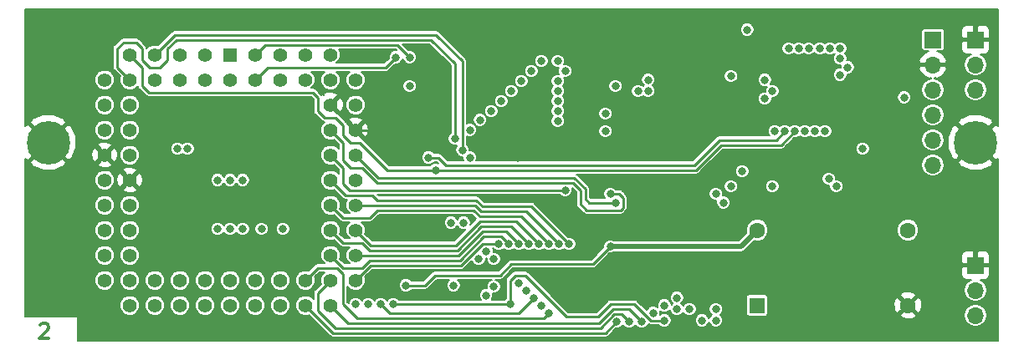
<source format=gbr>
G04 #@! TF.GenerationSoftware,KiCad,Pcbnew,(5.0.1)-rc2*
G04 #@! TF.CreationDate,2020-12-06T20:15:16+01:00*
G04 #@! TF.ProjectId,A600_ACCEL_RAM,413630305F414343454C5F52414D2E6B,rev?*
G04 #@! TF.SameCoordinates,Original*
G04 #@! TF.FileFunction,Copper,L2,Inr,Signal*
G04 #@! TF.FilePolarity,Positive*
%FSLAX46Y46*%
G04 Gerber Fmt 4.6, Leading zero omitted, Abs format (unit mm)*
G04 Created by KiCad (PCBNEW (5.0.1)-rc2) date 06/12/2020 20:15:16*
%MOMM*%
%LPD*%
G01*
G04 APERTURE LIST*
G04 #@! TA.AperFunction,NonConductor*
%ADD10C,0.300000*%
G04 #@! TD*
G04 #@! TA.AperFunction,ViaPad*
%ADD11C,1.600000*%
G04 #@! TD*
G04 #@! TA.AperFunction,ViaPad*
%ADD12R,1.600000X1.600000*%
G04 #@! TD*
G04 #@! TA.AperFunction,ViaPad*
%ADD13C,1.422400*%
G04 #@! TD*
G04 #@! TA.AperFunction,ViaPad*
%ADD14R,1.422400X1.422400*%
G04 #@! TD*
G04 #@! TA.AperFunction,ViaPad*
%ADD15O,1.700000X1.700000*%
G04 #@! TD*
G04 #@! TA.AperFunction,ViaPad*
%ADD16R,1.700000X1.700000*%
G04 #@! TD*
G04 #@! TA.AperFunction,ViaPad*
%ADD17C,4.400000*%
G04 #@! TD*
G04 #@! TA.AperFunction,ViaPad*
%ADD18C,0.700000*%
G04 #@! TD*
G04 #@! TA.AperFunction,ViaPad*
%ADD19C,0.812800*%
G04 #@! TD*
G04 #@! TA.AperFunction,Conductor*
%ADD20C,0.254000*%
G04 #@! TD*
G04 #@! TA.AperFunction,Conductor*
%ADD21C,0.508000*%
G04 #@! TD*
G04 #@! TA.AperFunction,Conductor*
%ADD22C,0.203200*%
G04 #@! TD*
G04 APERTURE END LIST*
D10*
X26495428Y-125178428D02*
X26566857Y-125107000D01*
X26709714Y-125035571D01*
X27066857Y-125035571D01*
X27209714Y-125107000D01*
X27281142Y-125178428D01*
X27352571Y-125321285D01*
X27352571Y-125464142D01*
X27281142Y-125678428D01*
X26424000Y-126535571D01*
X27352571Y-126535571D01*
D11*
G04 #@! TO.N,GND*
G04 #@! TO.C,X1*
X114300000Y-123190000D03*
G04 #@! TO.N,/CLK_ACCEL*
X114300000Y-115570000D03*
G04 #@! TO.N,+5V*
X99060000Y-115570000D03*
D12*
G04 #@! TO.N,Net-(X1-Pad1)*
X99060000Y-123190000D03*
G04 #@! TD*
D13*
G04 #@! TO.N,/D13*
G04 #@! TO.C,U1*
X58420000Y-100330000D03*
G04 #@! TO.N,/D15*
X58420000Y-102870000D03*
G04 #@! TO.N,GND*
X58420000Y-105410000D03*
G04 #@! TO.N,/A22*
X58420000Y-107950000D03*
G04 #@! TO.N,+5V*
X58420000Y-110490000D03*
G04 #@! TO.N,/A19*
X58420000Y-113030000D03*
G04 #@! TO.N,/A17*
X58420000Y-115570000D03*
G04 #@! TO.N,/A15*
X58420000Y-118110000D03*
G04 #@! TO.N,/D12*
X55880000Y-97790000D03*
G04 #@! TO.N,/D14*
X55880000Y-100330000D03*
G04 #@! TO.N,GND*
X55880000Y-102870000D03*
G04 #@! TO.N,/A23*
X55880000Y-105410000D03*
G04 #@! TO.N,/A21*
X55880000Y-107950000D03*
G04 #@! TO.N,/A20*
X55880000Y-110490000D03*
G04 #@! TO.N,/A18*
X55880000Y-113030000D03*
G04 #@! TO.N,/A16*
X55880000Y-115570000D03*
G04 #@! TO.N,/A14*
X55880000Y-118110000D03*
G04 #@! TO.N,/A12*
X55880000Y-123190000D03*
G04 #@! TO.N,/A10*
X53340000Y-123190000D03*
G04 #@! TO.N,/A8*
X50800000Y-123190000D03*
G04 #@! TO.N,/A6*
X48260000Y-123190000D03*
G04 #@! TO.N,/A4*
X45720000Y-123190000D03*
G04 #@! TO.N,/A2*
X43180000Y-123190000D03*
G04 #@! TO.N,Net-(U1-Pad31)*
X40640000Y-123190000D03*
G04 #@! TO.N,Net-(U1-Pad29)*
X38100000Y-123190000D03*
G04 #@! TO.N,/#IPL0*
X35560000Y-123190000D03*
G04 #@! TO.N,/A13*
X58420000Y-120650000D03*
G04 #@! TO.N,/A11*
X55880000Y-120650000D03*
G04 #@! TO.N,/A9*
X53340000Y-120650000D03*
G04 #@! TO.N,/A7*
X50800000Y-120650000D03*
G04 #@! TO.N,/A5*
X48260000Y-120650000D03*
G04 #@! TO.N,/A3*
X45720000Y-120650000D03*
G04 #@! TO.N,/A1*
X43180000Y-120650000D03*
G04 #@! TO.N,Net-(U1-Pad30)*
X40640000Y-120650000D03*
G04 #@! TO.N,Net-(U1-Pad28)*
X38100000Y-120650000D03*
G04 #@! TO.N,/#IPL1*
X33020000Y-120650000D03*
G04 #@! TO.N,/#BERR*
X33020000Y-118110000D03*
G04 #@! TO.N,/CLK_E*
X33020000Y-115570000D03*
G04 #@! TO.N,/#RESET*
X33020000Y-113030000D03*
G04 #@! TO.N,Net-(U1-Pad18)*
X33020000Y-110490000D03*
G04 #@! TO.N,GND*
X33020000Y-107950000D03*
G04 #@! TO.N,+5V*
X33020000Y-105410000D03*
G04 #@! TO.N,/#BGACK_7*
X33020000Y-102870000D03*
G04 #@! TO.N,/#DTACK_7*
X33020000Y-100330000D03*
G04 #@! TO.N,/#IPL2*
X35560000Y-120650000D03*
G04 #@! TO.N,Net-(U1-Pad23)*
X35560000Y-118110000D03*
G04 #@! TO.N,Net-(U1-Pad21)*
X35560000Y-115570000D03*
G04 #@! TO.N,/#HALT*
X35560000Y-113030000D03*
G04 #@! TO.N,GND*
X35560000Y-110490000D03*
G04 #@! TO.N,/CLK_7*
X35560000Y-107950000D03*
G04 #@! TO.N,/#BR_7*
X35560000Y-105410000D03*
G04 #@! TO.N,/#BG_7*
X35560000Y-102870000D03*
G04 #@! TO.N,/D10*
X53340000Y-97790000D03*
G04 #@! TO.N,/D8*
X50800000Y-97790000D03*
G04 #@! TO.N,/D6*
X48260000Y-97790000D03*
G04 #@! TO.N,/R_#W*
X35560000Y-97790000D03*
G04 #@! TO.N,/#UDS*
X38100000Y-97790000D03*
G04 #@! TO.N,/D0*
X40640000Y-97790000D03*
G04 #@! TO.N,/D2*
X43180000Y-97790000D03*
D14*
G04 #@! TO.N,/D4*
X45720000Y-97790000D03*
D13*
G04 #@! TO.N,/D11*
X53340000Y-100330000D03*
G04 #@! TO.N,/D9*
X50800000Y-100330000D03*
G04 #@! TO.N,/D7*
X48260000Y-100330000D03*
G04 #@! TO.N,/D5*
X45720000Y-100330000D03*
G04 #@! TO.N,/#LDS*
X35560000Y-100330000D03*
G04 #@! TO.N,/#AS_7*
X38100000Y-100330000D03*
G04 #@! TO.N,/D1*
X40640000Y-100330000D03*
G04 #@! TO.N,/D3*
X43180000Y-100330000D03*
G04 #@! TD*
D15*
G04 #@! TO.N,/TMS*
G04 #@! TO.C,J1*
X116840000Y-108966000D03*
G04 #@! TO.N,/TDI*
X116840000Y-106426000D03*
G04 #@! TO.N,/TDO*
X116840000Y-103886000D03*
G04 #@! TO.N,/TCK*
X116840000Y-101346000D03*
G04 #@! TO.N,GND*
X116840000Y-98806000D03*
D16*
G04 #@! TO.N,+3V3*
X116840000Y-96266000D03*
G04 #@! TD*
D17*
G04 #@! TO.N,GND*
G04 #@! TO.C,H1*
X27305000Y-106680000D03*
D18*
X28955000Y-106680000D03*
X28471726Y-107846726D03*
X27305000Y-108330000D03*
X26138274Y-107846726D03*
X25655000Y-106680000D03*
X26138274Y-105513274D03*
X27305000Y-105030000D03*
X28471726Y-105513274D03*
G04 #@! TD*
G04 #@! TO.N,GND*
G04 #@! TO.C,H2*
X122324726Y-105513274D03*
X121158000Y-105030000D03*
X119991274Y-105513274D03*
X119508000Y-106680000D03*
X119991274Y-107846726D03*
X121158000Y-108330000D03*
X122324726Y-107846726D03*
X122808000Y-106680000D03*
D17*
X121158000Y-106680000D03*
G04 #@! TD*
D15*
G04 #@! TO.N,/_SP4*
G04 #@! TO.C,J3*
X121158000Y-101346000D03*
G04 #@! TO.N,/_SP3*
X121158000Y-98806000D03*
D16*
G04 #@! TO.N,GND*
X121158000Y-96266000D03*
G04 #@! TD*
D15*
G04 #@! TO.N,/_SP2*
G04 #@! TO.C,J2*
X121158000Y-124206000D03*
G04 #@! TO.N,/_SP1*
X121158000Y-121666000D03*
D16*
G04 #@! TO.N,GND*
X121158000Y-119126000D03*
G04 #@! TD*
D19*
G04 #@! TO.N,GND*
X108966000Y-96266000D03*
X114173000Y-97028000D03*
X97536000Y-111125000D03*
X39243000Y-121920000D03*
X48260000Y-102870000D03*
X40640000Y-102870000D03*
X67564000Y-107442000D03*
X103886000Y-94107000D03*
X108331000Y-102920800D03*
X74803000Y-108204000D03*
X61214000Y-114935000D03*
X51029000Y-107340000D03*
X50038000Y-107340000D03*
X40386000Y-115443000D03*
X102616000Y-111125000D03*
X93599000Y-98806000D03*
X73279000Y-122174000D03*
X39116000Y-115443000D03*
X37846000Y-115443000D03*
X91440000Y-125730000D03*
X88519000Y-125730000D03*
X94107000Y-125730000D03*
X30988000Y-125095000D03*
X33020000Y-125095000D03*
X30988000Y-123190000D03*
X30988000Y-97790000D03*
X30988000Y-95885000D03*
X109728000Y-111125000D03*
X112903000Y-116840000D03*
X61341000Y-120904000D03*
X112903000Y-114300000D03*
X115570000Y-116840000D03*
X115570000Y-114300000D03*
X114300000Y-119380000D03*
X101600000Y-114300000D03*
X109728000Y-109220000D03*
X107950000Y-123190000D03*
X110490000Y-123190000D03*
X105410000Y-123190000D03*
X30988000Y-120650000D03*
X30988000Y-118110000D03*
X30988000Y-115570000D03*
X30988000Y-113030000D03*
X30988000Y-110490000D03*
X30988000Y-102870000D03*
X30988000Y-100330000D03*
X30988000Y-107950000D03*
X102870000Y-123190000D03*
X111125000Y-116840000D03*
X98933000Y-94107000D03*
X96520000Y-125730000D03*
X99060000Y-125730000D03*
X101600000Y-125730000D03*
X104140000Y-125730000D03*
X106680000Y-125730000D03*
X109220000Y-125730000D03*
X111760000Y-125730000D03*
X114300000Y-125730000D03*
X116840000Y-125730000D03*
X119380000Y-125730000D03*
X102108000Y-100330000D03*
X78867000Y-97409000D03*
X81280000Y-97409000D03*
X83820000Y-97409000D03*
X81280000Y-99060000D03*
X83820000Y-99060000D03*
X111125000Y-114300000D03*
X101600000Y-115570000D03*
X32258000Y-95885000D03*
X50800000Y-102870000D03*
X62484000Y-100965000D03*
X38100000Y-96139000D03*
X60960000Y-98044000D03*
X57531000Y-98044000D03*
X113919000Y-104140000D03*
X113919000Y-106680000D03*
X113919000Y-109220000D03*
X61214000Y-105410000D03*
X80010000Y-115570000D03*
X84709000Y-115570000D03*
X78486000Y-112395000D03*
X37846000Y-113030000D03*
X53340000Y-115443000D03*
X53340000Y-113030000D03*
X107950000Y-115570000D03*
G04 #@! TO.N,+5V*
X63881000Y-100965000D03*
X68072000Y-114808000D03*
X84201000Y-117221000D03*
X40386000Y-107315000D03*
X41402000Y-107315000D03*
X63500000Y-121158000D03*
G04 #@! TO.N,+3V3*
X105410000Y-97155000D03*
X45720000Y-115443000D03*
X51054000Y-115443000D03*
X100584000Y-111125000D03*
X45720000Y-110490000D03*
X44450000Y-110490000D03*
X46990000Y-110490000D03*
X44450000Y-115443000D03*
X46990000Y-115443000D03*
X48895000Y-115443000D03*
X113919000Y-102108000D03*
X96393000Y-99949000D03*
G04 #@! TO.N,/TDO*
X107442000Y-98171000D03*
G04 #@! TO.N,/TCK*
X108204000Y-99060000D03*
G04 #@! TO.N,/#AS_ACCEL*
X69977000Y-108204000D03*
X105918000Y-105537000D03*
G04 #@! TO.N,/D6*
X63881000Y-98044000D03*
G04 #@! TO.N,/D7*
X62484000Y-98044000D03*
G04 #@! TO.N,/D8*
X77216000Y-98425000D03*
X78867000Y-98425000D03*
G04 #@! TO.N,/D9*
X70993000Y-104394000D03*
X78867000Y-104521000D03*
G04 #@! TO.N,/D10*
X72136000Y-103505000D03*
X78867000Y-103505000D03*
G04 #@! TO.N,/D11*
X73152000Y-102489000D03*
X78867000Y-102489000D03*
G04 #@! TO.N,/D12*
X79629000Y-99441000D03*
X76200000Y-99441000D03*
G04 #@! TO.N,/D13*
X75184000Y-100457000D03*
X78867000Y-100457000D03*
G04 #@! TO.N,/D14*
X74168000Y-101473000D03*
X78867000Y-101473000D03*
G04 #@! TO.N,/D15*
X69977000Y-105410000D03*
X83693000Y-103759000D03*
G04 #@! TO.N,/A23*
X84201000Y-111887000D03*
X94869000Y-111887000D03*
G04 #@! TO.N,/A22*
X84709000Y-112776000D03*
X95631000Y-112776000D03*
G04 #@! TO.N,/A21*
X79629000Y-111506000D03*
X96393000Y-111125000D03*
G04 #@! TO.N,/A20*
X83693000Y-105537000D03*
X80010000Y-116967000D03*
X100838000Y-105537000D03*
G04 #@! TO.N,/A19*
X94869000Y-123571000D03*
X78994000Y-116967000D03*
G04 #@! TO.N,/A18*
X77978000Y-116967000D03*
G04 #@! TO.N,/A17*
X76962000Y-116967000D03*
G04 #@! TO.N,/A16*
X75946000Y-116967000D03*
G04 #@! TO.N,/A15*
X74930000Y-116967000D03*
G04 #@! TO.N,/A14*
X73914000Y-116967000D03*
G04 #@! TO.N,/A13*
X72898000Y-116967000D03*
G04 #@! TO.N,/A12*
X87376000Y-124841000D03*
G04 #@! TO.N,/A11*
X86106000Y-124841000D03*
G04 #@! TO.N,/A10*
X84836000Y-124841000D03*
G04 #@! TO.N,/A9*
X77978000Y-123952000D03*
X88519000Y-123952000D03*
G04 #@! TO.N,/A8*
X77216000Y-123190000D03*
X89662000Y-123190000D03*
G04 #@! TO.N,/A7*
X76454000Y-122428000D03*
X90932000Y-122428000D03*
X60960000Y-123063000D03*
G04 #@! TO.N,/A6*
X75692000Y-121666000D03*
X90932000Y-123571000D03*
X58420000Y-123063000D03*
G04 #@! TO.N,/A5*
X74930000Y-120904000D03*
X92202000Y-123571000D03*
X59690000Y-123063000D03*
G04 #@! TO.N,/A4*
X62230000Y-123063000D03*
X74041000Y-123063000D03*
X89662000Y-124714000D03*
G04 #@! TO.N,/A3*
X93472000Y-124714000D03*
X72390000Y-121285000D03*
X72390000Y-118491000D03*
G04 #@! TO.N,/A2*
X94869000Y-124714000D03*
X71622000Y-122174000D03*
X71628000Y-117729000D03*
G04 #@! TO.N,/A1*
X70866000Y-118491000D03*
G04 #@! TO.N,/#BERR*
X68326000Y-121158000D03*
G04 #@! TO.N,/#RESET*
X97536000Y-109601000D03*
G04 #@! TO.N,/#HALT*
X106299000Y-110363000D03*
G04 #@! TO.N,/CLK_ACCEL*
X69342000Y-114808000D03*
G04 #@! TO.N,/#DTACK_ACCEL*
X65786000Y-108204000D03*
X101854000Y-105537000D03*
G04 #@! TO.N,/CLK_7*
X109728000Y-107315000D03*
G04 #@! TO.N,/#BR_7*
X103251000Y-97155000D03*
G04 #@! TO.N,/#BGACK_7*
X102235000Y-97155000D03*
G04 #@! TO.N,/#BG_7*
X104267000Y-97155000D03*
G04 #@! TO.N,/#DTACK_7*
X98044000Y-95250000D03*
G04 #@! TO.N,/#AS_7*
X106426000Y-97155000D03*
G04 #@! TO.N,/R_#W*
X66548000Y-109474000D03*
X102870000Y-105537000D03*
G04 #@! TO.N,/#UDS*
X104902000Y-105537000D03*
X69215000Y-107442000D03*
G04 #@! TO.N,/#LDS*
X103886000Y-105537000D03*
X68453000Y-106299000D03*
G04 #@! TO.N,/#RAM_LB*
X88011000Y-100330000D03*
X99822000Y-100330000D03*
G04 #@! TO.N,/#RAM_UB*
X88011000Y-101473000D03*
X100584000Y-101473000D03*
G04 #@! TO.N,/#RAM_WR*
X86995000Y-101473000D03*
X99822000Y-102235000D03*
G04 #@! TO.N,/_SP4*
X107442000Y-97155000D03*
G04 #@! TO.N,/#RAM_CE2*
X84709000Y-100965000D03*
X107442000Y-99822000D03*
G04 #@! TO.N,/CLK_E*
X107061000Y-111125000D03*
G04 #@! TD*
D20*
G04 #@! TO.N,GND*
X55880000Y-102870000D02*
X58420000Y-105410000D01*
X93599000Y-98806000D02*
X96266000Y-98806000D01*
X100965000Y-94107000D02*
X103886000Y-94107000D01*
X96266000Y-98806000D02*
X100965000Y-94107000D01*
X103886000Y-94107000D02*
X108966000Y-94107000D01*
X113665000Y-98806000D02*
X115570000Y-98806000D01*
X108966000Y-94107000D02*
X113665000Y-98806000D01*
X112445800Y-98806000D02*
X108331000Y-102920800D01*
X113665000Y-98806000D02*
X112445800Y-98806000D01*
X107569000Y-106426000D02*
X106934000Y-105791000D01*
X106934000Y-104317800D02*
X108331000Y-102920800D01*
X106934000Y-105791000D02*
X106934000Y-104317800D01*
X109093000Y-106426000D02*
X109601000Y-105918000D01*
X109601000Y-104190800D02*
X108331000Y-102920800D01*
X109601000Y-105918000D02*
X109601000Y-104190800D01*
X115570000Y-98806000D02*
X116840000Y-98806000D01*
X66802000Y-106680000D02*
X67564000Y-107442000D01*
X85852000Y-106553000D02*
X93599000Y-98806000D01*
X74803000Y-108204000D02*
X84201000Y-108204000D01*
X84201000Y-108204000D02*
X85852000Y-106553000D01*
X102616000Y-112141000D02*
X102616000Y-110998000D01*
X102616000Y-112141000D02*
X108077000Y-112141000D01*
X108077000Y-112141000D02*
X108077000Y-106426000D01*
X107569000Y-106426000D02*
X108077000Y-106426000D01*
X108077000Y-106426000D02*
X109093000Y-106426000D01*
X58420000Y-105410000D02*
X61214000Y-105410000D01*
X65532000Y-105410000D02*
X66802000Y-106680000D01*
X62484000Y-100965000D02*
X62484000Y-105410000D01*
X61214000Y-105410000D02*
X62484000Y-105410000D01*
X62484000Y-105410000D02*
X65532000Y-105410000D01*
D21*
G04 #@! TO.N,+5V*
X97409000Y-117221000D02*
X99060000Y-115570000D01*
X84201000Y-117221000D02*
X97409000Y-117221000D01*
D20*
X63500000Y-121158000D02*
X65405000Y-121158000D01*
X65405000Y-121158000D02*
X66421000Y-120142000D01*
X66421000Y-120142000D02*
X73025000Y-120142000D01*
X73025000Y-120142000D02*
X74168000Y-118999000D01*
X82423000Y-118999000D02*
X84201000Y-117221000D01*
X74168000Y-118999000D02*
X82423000Y-118999000D01*
G04 #@! TO.N,/D6*
X48260000Y-97790000D02*
X49276000Y-96774000D01*
X62611000Y-96774000D02*
X63881000Y-98044000D01*
X49276000Y-96774000D02*
X62611000Y-96774000D01*
G04 #@! TO.N,/D7*
X48260000Y-100330000D02*
X49530000Y-99060000D01*
X61468000Y-99060000D02*
X62484000Y-98044000D01*
X49530000Y-99060000D02*
X61468000Y-99060000D01*
G04 #@! TO.N,/A23*
X57150000Y-106680000D02*
X55880000Y-105410000D01*
X57150000Y-108458000D02*
X57150000Y-106680000D01*
X57912000Y-109220000D02*
X57150000Y-108458000D01*
X59055000Y-109220000D02*
X57912000Y-109220000D01*
X80391000Y-110744000D02*
X60579000Y-110744000D01*
X81153000Y-111506000D02*
X80391000Y-110744000D01*
X81153000Y-112903000D02*
X81153000Y-111506000D01*
X85090000Y-111887000D02*
X85471000Y-112268000D01*
X84201000Y-111887000D02*
X85090000Y-111887000D01*
X60579000Y-110744000D02*
X59055000Y-109220000D01*
X85471000Y-112268000D02*
X85471000Y-113284000D01*
X85471000Y-113284000D02*
X85217000Y-113538000D01*
X85217000Y-113538000D02*
X81788000Y-113538000D01*
X81788000Y-113538000D02*
X81153000Y-112903000D01*
G04 #@! TO.N,/A22*
X60706000Y-110236000D02*
X58420000Y-107950000D01*
X80518000Y-110236000D02*
X60706000Y-110236000D01*
X81661000Y-111379000D02*
X80518000Y-110236000D01*
X81661000Y-112395000D02*
X81661000Y-111379000D01*
X84709000Y-112776000D02*
X82042000Y-112776000D01*
X82042000Y-112776000D02*
X81661000Y-112395000D01*
G04 #@! TO.N,/A21*
X55880000Y-107950000D02*
X57150000Y-109220000D01*
X57150000Y-109220000D02*
X57150000Y-110109000D01*
X57150000Y-110109000D02*
X57150000Y-110871000D01*
X57150000Y-110871000D02*
X57785000Y-111506000D01*
X57785000Y-111506000D02*
X79629000Y-111506000D01*
G04 #@! TO.N,/A20*
X55880000Y-110490000D02*
X57404000Y-112014000D01*
X57404000Y-112014000D02*
X60071000Y-112014000D01*
X60071000Y-112014000D02*
X60579000Y-112522000D01*
X60579000Y-112522000D02*
X70612000Y-112522000D01*
X70612000Y-112522000D02*
X71247000Y-113157000D01*
X76200000Y-113157000D02*
X80010000Y-116967000D01*
X71247000Y-113157000D02*
X76200000Y-113157000D01*
G04 #@! TO.N,/A19*
X58420000Y-113030000D02*
X70485000Y-113030000D01*
X70485000Y-113030000D02*
X71120000Y-113665000D01*
X75692000Y-113665000D02*
X78994000Y-116967000D01*
X71120000Y-113665000D02*
X75692000Y-113665000D01*
G04 #@! TO.N,/A18*
X55880000Y-113030000D02*
X57150000Y-114300000D01*
X57150000Y-114300000D02*
X59817000Y-114300000D01*
X59817000Y-114300000D02*
X60579000Y-113538000D01*
X60579000Y-113538000D02*
X70358000Y-113538000D01*
X70993000Y-114173000D02*
X75184000Y-114173000D01*
X75184000Y-114173000D02*
X77978000Y-116967000D01*
X70358000Y-113538000D02*
X70993000Y-114173000D01*
G04 #@! TO.N,/A17*
X68580000Y-117094000D02*
X70993000Y-114681000D01*
X58420000Y-115570000D02*
X59944000Y-117094000D01*
X59944000Y-117094000D02*
X68580000Y-117094000D01*
X74676000Y-114681000D02*
X76962000Y-116967000D01*
X70993000Y-114681000D02*
X74676000Y-114681000D01*
G04 #@! TO.N,/A16*
X57150000Y-116840000D02*
X59055000Y-116840000D01*
X55880000Y-115570000D02*
X57150000Y-116840000D01*
X59055000Y-116840000D02*
X59817000Y-117602000D01*
X59817000Y-117602000D02*
X68707000Y-117602000D01*
X68707000Y-117602000D02*
X71120000Y-115189000D01*
X74168000Y-115189000D02*
X75946000Y-116967000D01*
X71120000Y-115189000D02*
X74168000Y-115189000D01*
G04 #@! TO.N,/A15*
X58420000Y-118110000D02*
X68834000Y-118110000D01*
X68834000Y-118110000D02*
X71247000Y-115697000D01*
X73660000Y-115697000D02*
X74930000Y-116967000D01*
X71247000Y-115697000D02*
X73660000Y-115697000D01*
G04 #@! TO.N,/A14*
X57150000Y-119380000D02*
X59055000Y-119380000D01*
X59055000Y-119380000D02*
X59817000Y-118618000D01*
X55880000Y-118110000D02*
X57150000Y-119380000D01*
X59817000Y-118618000D02*
X68961000Y-118618000D01*
X68961000Y-118618000D02*
X71374000Y-116205000D01*
X73152000Y-116205000D02*
X73914000Y-116967000D01*
X71374000Y-116205000D02*
X73152000Y-116205000D01*
G04 #@! TO.N,/A13*
X58420000Y-120650000D02*
X59944000Y-119126000D01*
X59944000Y-119126000D02*
X69088000Y-119126000D01*
X69088000Y-119126000D02*
X71247000Y-116967000D01*
X71247000Y-116967000D02*
X72898000Y-116967000D01*
G04 #@! TO.N,/A12*
X55880000Y-123190000D02*
X57658000Y-124968000D01*
X57658000Y-124968000D02*
X83058000Y-124968000D01*
X83058000Y-124968000D02*
X84455000Y-123571000D01*
X86106000Y-123571000D02*
X87376000Y-124841000D01*
X84455000Y-123571000D02*
X86106000Y-123571000D01*
G04 #@! TO.N,/A11*
X54610000Y-121920000D02*
X54610000Y-123698000D01*
X55880000Y-120650000D02*
X54610000Y-121920000D01*
X54610000Y-123698000D02*
X56388000Y-125476000D01*
X56388000Y-125476000D02*
X83185000Y-125476000D01*
X83185000Y-125476000D02*
X84582000Y-124079000D01*
X85344000Y-124079000D02*
X86106000Y-124841000D01*
X84582000Y-124079000D02*
X85344000Y-124079000D01*
G04 #@! TO.N,/A10*
X53340000Y-123190000D02*
X56134000Y-125984000D01*
X83693000Y-125984000D02*
X84836000Y-124841000D01*
X56134000Y-125984000D02*
X83693000Y-125984000D01*
G04 #@! TO.N,/A9*
X77597000Y-124333000D02*
X77978000Y-123952000D01*
X77470000Y-124460000D02*
X77597000Y-124333000D01*
X54610000Y-119380000D02*
X56515000Y-119380000D01*
X53340000Y-120650000D02*
X54610000Y-119380000D01*
X56515000Y-119380000D02*
X57150000Y-120015000D01*
X57150000Y-120015000D02*
X57150000Y-123063000D01*
X57150000Y-123063000D02*
X58547000Y-124460000D01*
X58547000Y-124460000D02*
X77470000Y-124460000D01*
G04 #@! TO.N,/A7*
X60960000Y-123063000D02*
X61849000Y-123952000D01*
X74930000Y-123952000D02*
X76454000Y-122428000D01*
X61849000Y-123952000D02*
X74930000Y-123952000D01*
G04 #@! TO.N,/A4*
X88265000Y-124714000D02*
X86614000Y-123063000D01*
X86614000Y-123063000D02*
X84201000Y-123063000D01*
X84201000Y-123063000D02*
X82931000Y-124333000D01*
X82931000Y-124333000D02*
X79756000Y-124333000D01*
X79756000Y-124333000D02*
X75565000Y-120142000D01*
X75565000Y-120142000D02*
X74549000Y-120142000D01*
X74041000Y-120650000D02*
X74041000Y-122174000D01*
X74549000Y-120142000D02*
X74041000Y-120650000D01*
X74041000Y-122174000D02*
X74041000Y-123063000D01*
X89662000Y-124714000D02*
X88265000Y-124714000D01*
X62230000Y-123063000D02*
X74041000Y-123063000D01*
G04 #@! TO.N,/#DTACK_ACCEL*
X100965000Y-106426000D02*
X101854000Y-105537000D01*
X95250000Y-106426000D02*
X100965000Y-106426000D01*
X92710000Y-108966000D02*
X95250000Y-106426000D01*
X67564000Y-108966000D02*
X92710000Y-108966000D01*
X65786000Y-108204000D02*
X66802000Y-108204000D01*
X66802000Y-108204000D02*
X67564000Y-108966000D01*
G04 #@! TO.N,/R_#W*
X36830000Y-99060000D02*
X35560000Y-97790000D01*
X36830000Y-100965000D02*
X36830000Y-99060000D01*
X37465000Y-101600000D02*
X36830000Y-100965000D01*
X54610000Y-102108000D02*
X54102000Y-101600000D01*
X54610000Y-103505000D02*
X54610000Y-102108000D01*
X55245000Y-104140000D02*
X54610000Y-103505000D01*
X56388000Y-104140000D02*
X55245000Y-104140000D01*
X61595000Y-109474000D02*
X58801000Y-106680000D01*
X66548000Y-109474000D02*
X61595000Y-109474000D01*
X54102000Y-101600000D02*
X37465000Y-101600000D01*
X58801000Y-106680000D02*
X57912000Y-106680000D01*
X57912000Y-106680000D02*
X57150000Y-105918000D01*
X57150000Y-105918000D02*
X57150000Y-104902000D01*
X57150000Y-104902000D02*
X56388000Y-104140000D01*
X101473000Y-106934000D02*
X102870000Y-105537000D01*
X95377000Y-106934000D02*
X101473000Y-106934000D01*
X66548000Y-109474000D02*
X92837000Y-109474000D01*
X92837000Y-109474000D02*
X95377000Y-106934000D01*
G04 #@! TO.N,/#UDS*
X40132000Y-95758000D02*
X38100000Y-97790000D01*
X66548000Y-95758000D02*
X40132000Y-95758000D01*
X69215000Y-107442000D02*
X69215000Y-98425000D01*
X69215000Y-98425000D02*
X66548000Y-95758000D01*
G04 #@! TO.N,/#LDS*
X35560000Y-100076000D02*
X35560000Y-100330000D01*
X36830000Y-97155000D02*
X36195000Y-96520000D01*
X36830000Y-98298000D02*
X36830000Y-97155000D01*
X34290000Y-97155000D02*
X34290000Y-99060000D01*
X37592000Y-99060000D02*
X36830000Y-98298000D01*
X38608000Y-99060000D02*
X37592000Y-99060000D01*
X68453000Y-98679000D02*
X66040000Y-96266000D01*
X66040000Y-96266000D02*
X40259000Y-96266000D01*
X40259000Y-96266000D02*
X39370000Y-97155000D01*
X34925000Y-96520000D02*
X34290000Y-97155000D01*
X39370000Y-97155000D02*
X39370000Y-98298000D01*
X34290000Y-99060000D02*
X35560000Y-100330000D01*
X39370000Y-98298000D02*
X38608000Y-99060000D01*
X34925000Y-96520000D02*
X36195000Y-96520000D01*
X68453000Y-106299000D02*
X68453000Y-98679000D01*
G04 #@! TD*
D22*
G04 #@! TO.N,GND*
G36*
X123469400Y-105061527D02*
X123180579Y-104872948D01*
X123006533Y-105046994D01*
X123006532Y-105046994D01*
X121373526Y-106680000D01*
X123006532Y-108313006D01*
X123006533Y-108313006D01*
X123180579Y-108487052D01*
X123469400Y-108298473D01*
X123469400Y-126771400D01*
X30327600Y-126771400D01*
X30327600Y-124460000D01*
X30319866Y-124421119D01*
X30297842Y-124388158D01*
X30264881Y-124366134D01*
X30226000Y-124358400D01*
X24993600Y-124358400D01*
X24993600Y-122987905D01*
X34544000Y-122987905D01*
X34544000Y-123392095D01*
X34698676Y-123765518D01*
X34984482Y-124051324D01*
X35357905Y-124206000D01*
X35762095Y-124206000D01*
X36135518Y-124051324D01*
X36421324Y-123765518D01*
X36576000Y-123392095D01*
X36576000Y-122987905D01*
X37084000Y-122987905D01*
X37084000Y-123392095D01*
X37238676Y-123765518D01*
X37524482Y-124051324D01*
X37897905Y-124206000D01*
X38302095Y-124206000D01*
X38675518Y-124051324D01*
X38961324Y-123765518D01*
X39116000Y-123392095D01*
X39116000Y-122987905D01*
X39624000Y-122987905D01*
X39624000Y-123392095D01*
X39778676Y-123765518D01*
X40064482Y-124051324D01*
X40437905Y-124206000D01*
X40842095Y-124206000D01*
X41215518Y-124051324D01*
X41501324Y-123765518D01*
X41656000Y-123392095D01*
X41656000Y-122987905D01*
X42164000Y-122987905D01*
X42164000Y-123392095D01*
X42318676Y-123765518D01*
X42604482Y-124051324D01*
X42977905Y-124206000D01*
X43382095Y-124206000D01*
X43755518Y-124051324D01*
X44041324Y-123765518D01*
X44196000Y-123392095D01*
X44196000Y-122987905D01*
X44704000Y-122987905D01*
X44704000Y-123392095D01*
X44858676Y-123765518D01*
X45144482Y-124051324D01*
X45517905Y-124206000D01*
X45922095Y-124206000D01*
X46295518Y-124051324D01*
X46581324Y-123765518D01*
X46736000Y-123392095D01*
X46736000Y-122987905D01*
X47244000Y-122987905D01*
X47244000Y-123392095D01*
X47398676Y-123765518D01*
X47684482Y-124051324D01*
X48057905Y-124206000D01*
X48462095Y-124206000D01*
X48835518Y-124051324D01*
X49121324Y-123765518D01*
X49276000Y-123392095D01*
X49276000Y-122987905D01*
X49784000Y-122987905D01*
X49784000Y-123392095D01*
X49938676Y-123765518D01*
X50224482Y-124051324D01*
X50597905Y-124206000D01*
X51002095Y-124206000D01*
X51375518Y-124051324D01*
X51661324Y-123765518D01*
X51816000Y-123392095D01*
X51816000Y-122987905D01*
X51661324Y-122614482D01*
X51375518Y-122328676D01*
X51002095Y-122174000D01*
X50597905Y-122174000D01*
X50224482Y-122328676D01*
X49938676Y-122614482D01*
X49784000Y-122987905D01*
X49276000Y-122987905D01*
X49121324Y-122614482D01*
X48835518Y-122328676D01*
X48462095Y-122174000D01*
X48057905Y-122174000D01*
X47684482Y-122328676D01*
X47398676Y-122614482D01*
X47244000Y-122987905D01*
X46736000Y-122987905D01*
X46581324Y-122614482D01*
X46295518Y-122328676D01*
X45922095Y-122174000D01*
X45517905Y-122174000D01*
X45144482Y-122328676D01*
X44858676Y-122614482D01*
X44704000Y-122987905D01*
X44196000Y-122987905D01*
X44041324Y-122614482D01*
X43755518Y-122328676D01*
X43382095Y-122174000D01*
X42977905Y-122174000D01*
X42604482Y-122328676D01*
X42318676Y-122614482D01*
X42164000Y-122987905D01*
X41656000Y-122987905D01*
X41501324Y-122614482D01*
X41215518Y-122328676D01*
X40842095Y-122174000D01*
X40437905Y-122174000D01*
X40064482Y-122328676D01*
X39778676Y-122614482D01*
X39624000Y-122987905D01*
X39116000Y-122987905D01*
X38961324Y-122614482D01*
X38675518Y-122328676D01*
X38302095Y-122174000D01*
X37897905Y-122174000D01*
X37524482Y-122328676D01*
X37238676Y-122614482D01*
X37084000Y-122987905D01*
X36576000Y-122987905D01*
X36421324Y-122614482D01*
X36135518Y-122328676D01*
X35762095Y-122174000D01*
X35357905Y-122174000D01*
X34984482Y-122328676D01*
X34698676Y-122614482D01*
X34544000Y-122987905D01*
X24993600Y-122987905D01*
X24993600Y-120447905D01*
X32004000Y-120447905D01*
X32004000Y-120852095D01*
X32158676Y-121225518D01*
X32444482Y-121511324D01*
X32817905Y-121666000D01*
X33222095Y-121666000D01*
X33595518Y-121511324D01*
X33881324Y-121225518D01*
X34036000Y-120852095D01*
X34036000Y-120447905D01*
X34544000Y-120447905D01*
X34544000Y-120852095D01*
X34698676Y-121225518D01*
X34984482Y-121511324D01*
X35357905Y-121666000D01*
X35762095Y-121666000D01*
X36135518Y-121511324D01*
X36421324Y-121225518D01*
X36576000Y-120852095D01*
X36576000Y-120447905D01*
X37084000Y-120447905D01*
X37084000Y-120852095D01*
X37238676Y-121225518D01*
X37524482Y-121511324D01*
X37897905Y-121666000D01*
X38302095Y-121666000D01*
X38675518Y-121511324D01*
X38961324Y-121225518D01*
X39116000Y-120852095D01*
X39116000Y-120447905D01*
X39624000Y-120447905D01*
X39624000Y-120852095D01*
X39778676Y-121225518D01*
X40064482Y-121511324D01*
X40437905Y-121666000D01*
X40842095Y-121666000D01*
X41215518Y-121511324D01*
X41501324Y-121225518D01*
X41656000Y-120852095D01*
X41656000Y-120447905D01*
X42164000Y-120447905D01*
X42164000Y-120852095D01*
X42318676Y-121225518D01*
X42604482Y-121511324D01*
X42977905Y-121666000D01*
X43382095Y-121666000D01*
X43755518Y-121511324D01*
X44041324Y-121225518D01*
X44196000Y-120852095D01*
X44196000Y-120447905D01*
X44704000Y-120447905D01*
X44704000Y-120852095D01*
X44858676Y-121225518D01*
X45144482Y-121511324D01*
X45517905Y-121666000D01*
X45922095Y-121666000D01*
X46295518Y-121511324D01*
X46581324Y-121225518D01*
X46736000Y-120852095D01*
X46736000Y-120447905D01*
X47244000Y-120447905D01*
X47244000Y-120852095D01*
X47398676Y-121225518D01*
X47684482Y-121511324D01*
X48057905Y-121666000D01*
X48462095Y-121666000D01*
X48835518Y-121511324D01*
X49121324Y-121225518D01*
X49276000Y-120852095D01*
X49276000Y-120447905D01*
X49784000Y-120447905D01*
X49784000Y-120852095D01*
X49938676Y-121225518D01*
X50224482Y-121511324D01*
X50597905Y-121666000D01*
X51002095Y-121666000D01*
X51375518Y-121511324D01*
X51661324Y-121225518D01*
X51816000Y-120852095D01*
X51816000Y-120447905D01*
X51661324Y-120074482D01*
X51375518Y-119788676D01*
X51002095Y-119634000D01*
X50597905Y-119634000D01*
X50224482Y-119788676D01*
X49938676Y-120074482D01*
X49784000Y-120447905D01*
X49276000Y-120447905D01*
X49121324Y-120074482D01*
X48835518Y-119788676D01*
X48462095Y-119634000D01*
X48057905Y-119634000D01*
X47684482Y-119788676D01*
X47398676Y-120074482D01*
X47244000Y-120447905D01*
X46736000Y-120447905D01*
X46581324Y-120074482D01*
X46295518Y-119788676D01*
X45922095Y-119634000D01*
X45517905Y-119634000D01*
X45144482Y-119788676D01*
X44858676Y-120074482D01*
X44704000Y-120447905D01*
X44196000Y-120447905D01*
X44041324Y-120074482D01*
X43755518Y-119788676D01*
X43382095Y-119634000D01*
X42977905Y-119634000D01*
X42604482Y-119788676D01*
X42318676Y-120074482D01*
X42164000Y-120447905D01*
X41656000Y-120447905D01*
X41501324Y-120074482D01*
X41215518Y-119788676D01*
X40842095Y-119634000D01*
X40437905Y-119634000D01*
X40064482Y-119788676D01*
X39778676Y-120074482D01*
X39624000Y-120447905D01*
X39116000Y-120447905D01*
X38961324Y-120074482D01*
X38675518Y-119788676D01*
X38302095Y-119634000D01*
X37897905Y-119634000D01*
X37524482Y-119788676D01*
X37238676Y-120074482D01*
X37084000Y-120447905D01*
X36576000Y-120447905D01*
X36421324Y-120074482D01*
X36135518Y-119788676D01*
X35762095Y-119634000D01*
X35357905Y-119634000D01*
X34984482Y-119788676D01*
X34698676Y-120074482D01*
X34544000Y-120447905D01*
X34036000Y-120447905D01*
X33881324Y-120074482D01*
X33595518Y-119788676D01*
X33222095Y-119634000D01*
X32817905Y-119634000D01*
X32444482Y-119788676D01*
X32158676Y-120074482D01*
X32004000Y-120447905D01*
X24993600Y-120447905D01*
X24993600Y-117907905D01*
X32004000Y-117907905D01*
X32004000Y-118312095D01*
X32158676Y-118685518D01*
X32444482Y-118971324D01*
X32817905Y-119126000D01*
X33222095Y-119126000D01*
X33595518Y-118971324D01*
X33881324Y-118685518D01*
X34036000Y-118312095D01*
X34036000Y-117907905D01*
X34544000Y-117907905D01*
X34544000Y-118312095D01*
X34698676Y-118685518D01*
X34984482Y-118971324D01*
X35357905Y-119126000D01*
X35762095Y-119126000D01*
X36135518Y-118971324D01*
X36421324Y-118685518D01*
X36576000Y-118312095D01*
X36576000Y-117907905D01*
X36421324Y-117534482D01*
X36135518Y-117248676D01*
X35762095Y-117094000D01*
X35357905Y-117094000D01*
X34984482Y-117248676D01*
X34698676Y-117534482D01*
X34544000Y-117907905D01*
X34036000Y-117907905D01*
X33881324Y-117534482D01*
X33595518Y-117248676D01*
X33222095Y-117094000D01*
X32817905Y-117094000D01*
X32444482Y-117248676D01*
X32158676Y-117534482D01*
X32004000Y-117907905D01*
X24993600Y-117907905D01*
X24993600Y-115367905D01*
X32004000Y-115367905D01*
X32004000Y-115772095D01*
X32158676Y-116145518D01*
X32444482Y-116431324D01*
X32817905Y-116586000D01*
X33222095Y-116586000D01*
X33595518Y-116431324D01*
X33881324Y-116145518D01*
X34036000Y-115772095D01*
X34036000Y-115367905D01*
X34544000Y-115367905D01*
X34544000Y-115772095D01*
X34698676Y-116145518D01*
X34984482Y-116431324D01*
X35357905Y-116586000D01*
X35762095Y-116586000D01*
X36135518Y-116431324D01*
X36421324Y-116145518D01*
X36576000Y-115772095D01*
X36576000Y-115367905D01*
X36548509Y-115301534D01*
X43738800Y-115301534D01*
X43738800Y-115584466D01*
X43847074Y-115845862D01*
X44047138Y-116045926D01*
X44308534Y-116154200D01*
X44591466Y-116154200D01*
X44852862Y-116045926D01*
X45052926Y-115845862D01*
X45085000Y-115768429D01*
X45117074Y-115845862D01*
X45317138Y-116045926D01*
X45578534Y-116154200D01*
X45861466Y-116154200D01*
X46122862Y-116045926D01*
X46322926Y-115845862D01*
X46355000Y-115768429D01*
X46387074Y-115845862D01*
X46587138Y-116045926D01*
X46848534Y-116154200D01*
X47131466Y-116154200D01*
X47392862Y-116045926D01*
X47592926Y-115845862D01*
X47701200Y-115584466D01*
X47701200Y-115301534D01*
X48183800Y-115301534D01*
X48183800Y-115584466D01*
X48292074Y-115845862D01*
X48492138Y-116045926D01*
X48753534Y-116154200D01*
X49036466Y-116154200D01*
X49297862Y-116045926D01*
X49497926Y-115845862D01*
X49606200Y-115584466D01*
X49606200Y-115301534D01*
X50342800Y-115301534D01*
X50342800Y-115584466D01*
X50451074Y-115845862D01*
X50651138Y-116045926D01*
X50912534Y-116154200D01*
X51195466Y-116154200D01*
X51456862Y-116045926D01*
X51656926Y-115845862D01*
X51765200Y-115584466D01*
X51765200Y-115301534D01*
X51656926Y-115040138D01*
X51456862Y-114840074D01*
X51195466Y-114731800D01*
X50912534Y-114731800D01*
X50651138Y-114840074D01*
X50451074Y-115040138D01*
X50342800Y-115301534D01*
X49606200Y-115301534D01*
X49497926Y-115040138D01*
X49297862Y-114840074D01*
X49036466Y-114731800D01*
X48753534Y-114731800D01*
X48492138Y-114840074D01*
X48292074Y-115040138D01*
X48183800Y-115301534D01*
X47701200Y-115301534D01*
X47592926Y-115040138D01*
X47392862Y-114840074D01*
X47131466Y-114731800D01*
X46848534Y-114731800D01*
X46587138Y-114840074D01*
X46387074Y-115040138D01*
X46355000Y-115117571D01*
X46322926Y-115040138D01*
X46122862Y-114840074D01*
X45861466Y-114731800D01*
X45578534Y-114731800D01*
X45317138Y-114840074D01*
X45117074Y-115040138D01*
X45085000Y-115117571D01*
X45052926Y-115040138D01*
X44852862Y-114840074D01*
X44591466Y-114731800D01*
X44308534Y-114731800D01*
X44047138Y-114840074D01*
X43847074Y-115040138D01*
X43738800Y-115301534D01*
X36548509Y-115301534D01*
X36421324Y-114994482D01*
X36135518Y-114708676D01*
X35762095Y-114554000D01*
X35357905Y-114554000D01*
X34984482Y-114708676D01*
X34698676Y-114994482D01*
X34544000Y-115367905D01*
X34036000Y-115367905D01*
X33881324Y-114994482D01*
X33595518Y-114708676D01*
X33222095Y-114554000D01*
X32817905Y-114554000D01*
X32444482Y-114708676D01*
X32158676Y-114994482D01*
X32004000Y-115367905D01*
X24993600Y-115367905D01*
X24993600Y-112827905D01*
X32004000Y-112827905D01*
X32004000Y-113232095D01*
X32158676Y-113605518D01*
X32444482Y-113891324D01*
X32817905Y-114046000D01*
X33222095Y-114046000D01*
X33595518Y-113891324D01*
X33881324Y-113605518D01*
X34036000Y-113232095D01*
X34036000Y-112827905D01*
X34544000Y-112827905D01*
X34544000Y-113232095D01*
X34698676Y-113605518D01*
X34984482Y-113891324D01*
X35357905Y-114046000D01*
X35762095Y-114046000D01*
X36135518Y-113891324D01*
X36421324Y-113605518D01*
X36576000Y-113232095D01*
X36576000Y-112827905D01*
X36421324Y-112454482D01*
X36135518Y-112168676D01*
X35762095Y-112014000D01*
X35357905Y-112014000D01*
X34984482Y-112168676D01*
X34698676Y-112454482D01*
X34544000Y-112827905D01*
X34036000Y-112827905D01*
X33881324Y-112454482D01*
X33595518Y-112168676D01*
X33222095Y-112014000D01*
X32817905Y-112014000D01*
X32444482Y-112168676D01*
X32158676Y-112454482D01*
X32004000Y-112827905D01*
X24993600Y-112827905D01*
X24993600Y-110287905D01*
X32004000Y-110287905D01*
X32004000Y-110692095D01*
X32158676Y-111065518D01*
X32444482Y-111351324D01*
X32817905Y-111506000D01*
X33222095Y-111506000D01*
X33392684Y-111435340D01*
X34830187Y-111435340D01*
X34896823Y-111662063D01*
X35395834Y-111826633D01*
X35919837Y-111787711D01*
X36223177Y-111662063D01*
X36289813Y-111435340D01*
X35560000Y-110705526D01*
X34830187Y-111435340D01*
X33392684Y-111435340D01*
X33595518Y-111351324D01*
X33881324Y-111065518D01*
X34036000Y-110692095D01*
X34036000Y-110325834D01*
X34223367Y-110325834D01*
X34262289Y-110849837D01*
X34387937Y-111153177D01*
X34614660Y-111219813D01*
X35344474Y-110490000D01*
X35775526Y-110490000D01*
X36505340Y-111219813D01*
X36732063Y-111153177D01*
X36896633Y-110654166D01*
X36873932Y-110348534D01*
X43738800Y-110348534D01*
X43738800Y-110631466D01*
X43847074Y-110892862D01*
X44047138Y-111092926D01*
X44308534Y-111201200D01*
X44591466Y-111201200D01*
X44852862Y-111092926D01*
X45052926Y-110892862D01*
X45085000Y-110815429D01*
X45117074Y-110892862D01*
X45317138Y-111092926D01*
X45578534Y-111201200D01*
X45861466Y-111201200D01*
X46122862Y-111092926D01*
X46322926Y-110892862D01*
X46355000Y-110815429D01*
X46387074Y-110892862D01*
X46587138Y-111092926D01*
X46848534Y-111201200D01*
X47131466Y-111201200D01*
X47392862Y-111092926D01*
X47592926Y-110892862D01*
X47701200Y-110631466D01*
X47701200Y-110348534D01*
X47592926Y-110087138D01*
X47392862Y-109887074D01*
X47131466Y-109778800D01*
X46848534Y-109778800D01*
X46587138Y-109887074D01*
X46387074Y-110087138D01*
X46355000Y-110164571D01*
X46322926Y-110087138D01*
X46122862Y-109887074D01*
X45861466Y-109778800D01*
X45578534Y-109778800D01*
X45317138Y-109887074D01*
X45117074Y-110087138D01*
X45085000Y-110164571D01*
X45052926Y-110087138D01*
X44852862Y-109887074D01*
X44591466Y-109778800D01*
X44308534Y-109778800D01*
X44047138Y-109887074D01*
X43847074Y-110087138D01*
X43738800Y-110348534D01*
X36873932Y-110348534D01*
X36857711Y-110130163D01*
X36732063Y-109826823D01*
X36505340Y-109760187D01*
X35775526Y-110490000D01*
X35344474Y-110490000D01*
X34614660Y-109760187D01*
X34387937Y-109826823D01*
X34223367Y-110325834D01*
X34036000Y-110325834D01*
X34036000Y-110287905D01*
X33881324Y-109914482D01*
X33595518Y-109628676D01*
X33392685Y-109544660D01*
X34830187Y-109544660D01*
X35560000Y-110274474D01*
X36289813Y-109544660D01*
X36223177Y-109317937D01*
X35724166Y-109153367D01*
X35200163Y-109192289D01*
X34896823Y-109317937D01*
X34830187Y-109544660D01*
X33392685Y-109544660D01*
X33222095Y-109474000D01*
X32817905Y-109474000D01*
X32444482Y-109628676D01*
X32158676Y-109914482D01*
X32004000Y-110287905D01*
X24993600Y-110287905D01*
X24993600Y-108702579D01*
X25497948Y-108702579D01*
X25746884Y-109083841D01*
X26785399Y-109497125D01*
X27903019Y-109481527D01*
X28863116Y-109083841D01*
X28986193Y-108895340D01*
X32290187Y-108895340D01*
X32356823Y-109122063D01*
X32855834Y-109286633D01*
X33379837Y-109247711D01*
X33683177Y-109122063D01*
X33749813Y-108895340D01*
X33020000Y-108165526D01*
X32290187Y-108895340D01*
X28986193Y-108895340D01*
X29112052Y-108702579D01*
X28938006Y-108528533D01*
X28938006Y-108528532D01*
X27305000Y-106895526D01*
X25671994Y-108528532D01*
X25671994Y-108528533D01*
X25497948Y-108702579D01*
X24993600Y-108702579D01*
X24993600Y-108298473D01*
X25282421Y-108487052D01*
X25456467Y-108313006D01*
X25456468Y-108313006D01*
X27089474Y-106680000D01*
X27520526Y-106680000D01*
X29153532Y-108313006D01*
X29153533Y-108313006D01*
X29327579Y-108487052D01*
X29708841Y-108238116D01*
X29888829Y-107785834D01*
X31683367Y-107785834D01*
X31722289Y-108309837D01*
X31847937Y-108613177D01*
X32074660Y-108679813D01*
X32804474Y-107950000D01*
X33235526Y-107950000D01*
X33965340Y-108679813D01*
X34192063Y-108613177D01*
X34356633Y-108114166D01*
X34329428Y-107747905D01*
X34544000Y-107747905D01*
X34544000Y-108152095D01*
X34698676Y-108525518D01*
X34984482Y-108811324D01*
X35357905Y-108966000D01*
X35762095Y-108966000D01*
X36135518Y-108811324D01*
X36421324Y-108525518D01*
X36576000Y-108152095D01*
X36576000Y-107747905D01*
X36421324Y-107374482D01*
X36220376Y-107173534D01*
X39674800Y-107173534D01*
X39674800Y-107456466D01*
X39783074Y-107717862D01*
X39983138Y-107917926D01*
X40244534Y-108026200D01*
X40527466Y-108026200D01*
X40788862Y-107917926D01*
X40894000Y-107812788D01*
X40999138Y-107917926D01*
X41260534Y-108026200D01*
X41543466Y-108026200D01*
X41804862Y-107917926D01*
X42004926Y-107717862D01*
X42113200Y-107456466D01*
X42113200Y-107173534D01*
X42004926Y-106912138D01*
X41804862Y-106712074D01*
X41543466Y-106603800D01*
X41260534Y-106603800D01*
X40999138Y-106712074D01*
X40894000Y-106817212D01*
X40788862Y-106712074D01*
X40527466Y-106603800D01*
X40244534Y-106603800D01*
X39983138Y-106712074D01*
X39783074Y-106912138D01*
X39674800Y-107173534D01*
X36220376Y-107173534D01*
X36135518Y-107088676D01*
X35762095Y-106934000D01*
X35357905Y-106934000D01*
X34984482Y-107088676D01*
X34698676Y-107374482D01*
X34544000Y-107747905D01*
X34329428Y-107747905D01*
X34317711Y-107590163D01*
X34192063Y-107286823D01*
X33965340Y-107220187D01*
X33235526Y-107950000D01*
X32804474Y-107950000D01*
X32074660Y-107220187D01*
X31847937Y-107286823D01*
X31683367Y-107785834D01*
X29888829Y-107785834D01*
X30122125Y-107199601D01*
X30119405Y-107004660D01*
X32290187Y-107004660D01*
X33020000Y-107734474D01*
X33749813Y-107004660D01*
X33683177Y-106777937D01*
X33184166Y-106613367D01*
X32660163Y-106652289D01*
X32356823Y-106777937D01*
X32290187Y-107004660D01*
X30119405Y-107004660D01*
X30106527Y-106081981D01*
X29744473Y-105207905D01*
X32004000Y-105207905D01*
X32004000Y-105612095D01*
X32158676Y-105985518D01*
X32444482Y-106271324D01*
X32817905Y-106426000D01*
X33222095Y-106426000D01*
X33595518Y-106271324D01*
X33881324Y-105985518D01*
X34036000Y-105612095D01*
X34036000Y-105207905D01*
X34544000Y-105207905D01*
X34544000Y-105612095D01*
X34698676Y-105985518D01*
X34984482Y-106271324D01*
X35357905Y-106426000D01*
X35762095Y-106426000D01*
X36135518Y-106271324D01*
X36421324Y-105985518D01*
X36576000Y-105612095D01*
X36576000Y-105207905D01*
X36421324Y-104834482D01*
X36135518Y-104548676D01*
X35762095Y-104394000D01*
X35357905Y-104394000D01*
X34984482Y-104548676D01*
X34698676Y-104834482D01*
X34544000Y-105207905D01*
X34036000Y-105207905D01*
X33881324Y-104834482D01*
X33595518Y-104548676D01*
X33222095Y-104394000D01*
X32817905Y-104394000D01*
X32444482Y-104548676D01*
X32158676Y-104834482D01*
X32004000Y-105207905D01*
X29744473Y-105207905D01*
X29708841Y-105121884D01*
X29327579Y-104872948D01*
X29153533Y-105046994D01*
X29153532Y-105046994D01*
X27520526Y-106680000D01*
X27089474Y-106680000D01*
X25456468Y-105046994D01*
X25456467Y-105046994D01*
X25282421Y-104872948D01*
X24993600Y-105061527D01*
X24993600Y-104657421D01*
X25497948Y-104657421D01*
X25671994Y-104831467D01*
X25671994Y-104831468D01*
X27305000Y-106464474D01*
X28938006Y-104831468D01*
X28938006Y-104831467D01*
X29112052Y-104657421D01*
X28863116Y-104276159D01*
X27824601Y-103862875D01*
X26706981Y-103878473D01*
X25746884Y-104276159D01*
X25497948Y-104657421D01*
X24993600Y-104657421D01*
X24993600Y-102667905D01*
X32004000Y-102667905D01*
X32004000Y-103072095D01*
X32158676Y-103445518D01*
X32444482Y-103731324D01*
X32817905Y-103886000D01*
X33222095Y-103886000D01*
X33595518Y-103731324D01*
X33881324Y-103445518D01*
X34036000Y-103072095D01*
X34036000Y-102667905D01*
X34544000Y-102667905D01*
X34544000Y-103072095D01*
X34698676Y-103445518D01*
X34984482Y-103731324D01*
X35357905Y-103886000D01*
X35762095Y-103886000D01*
X36135518Y-103731324D01*
X36421324Y-103445518D01*
X36576000Y-103072095D01*
X36576000Y-102667905D01*
X36421324Y-102294482D01*
X36135518Y-102008676D01*
X35762095Y-101854000D01*
X35357905Y-101854000D01*
X34984482Y-102008676D01*
X34698676Y-102294482D01*
X34544000Y-102667905D01*
X34036000Y-102667905D01*
X33881324Y-102294482D01*
X33595518Y-102008676D01*
X33222095Y-101854000D01*
X32817905Y-101854000D01*
X32444482Y-102008676D01*
X32158676Y-102294482D01*
X32004000Y-102667905D01*
X24993600Y-102667905D01*
X24993600Y-100127905D01*
X32004000Y-100127905D01*
X32004000Y-100532095D01*
X32158676Y-100905518D01*
X32444482Y-101191324D01*
X32817905Y-101346000D01*
X33222095Y-101346000D01*
X33595518Y-101191324D01*
X33881324Y-100905518D01*
X34036000Y-100532095D01*
X34036000Y-100127905D01*
X33881324Y-99754482D01*
X33595518Y-99468676D01*
X33222095Y-99314000D01*
X32817905Y-99314000D01*
X32444482Y-99468676D01*
X32158676Y-99754482D01*
X32004000Y-100127905D01*
X24993600Y-100127905D01*
X24993600Y-97155000D01*
X33849742Y-97155000D01*
X33858200Y-97197522D01*
X33858201Y-99017473D01*
X33849742Y-99060000D01*
X33883254Y-99228479D01*
X33954601Y-99335258D01*
X33954602Y-99335259D01*
X33978691Y-99371310D01*
X34014741Y-99395398D01*
X34603530Y-99984187D01*
X34544000Y-100127905D01*
X34544000Y-100532095D01*
X34698676Y-100905518D01*
X34984482Y-101191324D01*
X35357905Y-101346000D01*
X35762095Y-101346000D01*
X36135518Y-101191324D01*
X36396670Y-100930172D01*
X36389742Y-100965000D01*
X36398200Y-101007522D01*
X36398200Y-101007525D01*
X36423254Y-101133479D01*
X36518690Y-101276310D01*
X36554742Y-101300399D01*
X37129602Y-101875260D01*
X37153690Y-101911310D01*
X37189740Y-101935398D01*
X37189741Y-101935399D01*
X37296520Y-102006746D01*
X37465000Y-102040259D01*
X37507526Y-102031800D01*
X53923143Y-102031800D01*
X54178201Y-102286858D01*
X54178200Y-103462478D01*
X54169742Y-103505000D01*
X54178200Y-103547522D01*
X54178200Y-103547525D01*
X54203254Y-103673479D01*
X54298690Y-103816310D01*
X54334742Y-103840399D01*
X54909602Y-104415260D01*
X54933690Y-104451310D01*
X54969740Y-104475398D01*
X54969741Y-104475399D01*
X55076520Y-104546746D01*
X55245000Y-104580259D01*
X55279827Y-104573331D01*
X55018676Y-104834482D01*
X54864000Y-105207905D01*
X54864000Y-105612095D01*
X55018676Y-105985518D01*
X55304482Y-106271324D01*
X55677905Y-106426000D01*
X56082095Y-106426000D01*
X56225813Y-106366470D01*
X56718201Y-106858858D01*
X56718201Y-107351359D01*
X56455518Y-107088676D01*
X56082095Y-106934000D01*
X55677905Y-106934000D01*
X55304482Y-107088676D01*
X55018676Y-107374482D01*
X54864000Y-107747905D01*
X54864000Y-108152095D01*
X55018676Y-108525518D01*
X55304482Y-108811324D01*
X55677905Y-108966000D01*
X56082095Y-108966000D01*
X56225813Y-108906470D01*
X56718200Y-109398857D01*
X56718201Y-109891359D01*
X56455518Y-109628676D01*
X56082095Y-109474000D01*
X55677905Y-109474000D01*
X55304482Y-109628676D01*
X55018676Y-109914482D01*
X54864000Y-110287905D01*
X54864000Y-110692095D01*
X55018676Y-111065518D01*
X55304482Y-111351324D01*
X55677905Y-111506000D01*
X56082095Y-111506000D01*
X56225813Y-111446470D01*
X57068600Y-112289257D01*
X57092690Y-112325310D01*
X57235520Y-112420746D01*
X57361474Y-112445800D01*
X57361478Y-112445800D01*
X57403999Y-112454258D01*
X57446520Y-112445800D01*
X57567358Y-112445800D01*
X57558676Y-112454482D01*
X57404000Y-112827905D01*
X57404000Y-113232095D01*
X57558676Y-113605518D01*
X57821358Y-113868200D01*
X57328857Y-113868200D01*
X56836470Y-113375813D01*
X56896000Y-113232095D01*
X56896000Y-112827905D01*
X56741324Y-112454482D01*
X56455518Y-112168676D01*
X56082095Y-112014000D01*
X55677905Y-112014000D01*
X55304482Y-112168676D01*
X55018676Y-112454482D01*
X54864000Y-112827905D01*
X54864000Y-113232095D01*
X55018676Y-113605518D01*
X55304482Y-113891324D01*
X55677905Y-114046000D01*
X56082095Y-114046000D01*
X56225813Y-113986470D01*
X56814600Y-114575257D01*
X56838690Y-114611310D01*
X56981520Y-114706746D01*
X57107474Y-114731800D01*
X57107477Y-114731800D01*
X57149999Y-114740258D01*
X57192521Y-114731800D01*
X57821358Y-114731800D01*
X57558676Y-114994482D01*
X57404000Y-115367905D01*
X57404000Y-115772095D01*
X57558676Y-116145518D01*
X57821358Y-116408200D01*
X57328857Y-116408200D01*
X56836470Y-115915813D01*
X56896000Y-115772095D01*
X56896000Y-115367905D01*
X56741324Y-114994482D01*
X56455518Y-114708676D01*
X56082095Y-114554000D01*
X55677905Y-114554000D01*
X55304482Y-114708676D01*
X55018676Y-114994482D01*
X54864000Y-115367905D01*
X54864000Y-115772095D01*
X55018676Y-116145518D01*
X55304482Y-116431324D01*
X55677905Y-116586000D01*
X56082095Y-116586000D01*
X56225813Y-116526470D01*
X56814600Y-117115257D01*
X56838690Y-117151310D01*
X56981520Y-117246746D01*
X57107474Y-117271800D01*
X57107477Y-117271800D01*
X57149999Y-117280258D01*
X57192521Y-117271800D01*
X57821358Y-117271800D01*
X57558676Y-117534482D01*
X57404000Y-117907905D01*
X57404000Y-118312095D01*
X57558676Y-118685518D01*
X57821358Y-118948200D01*
X57328857Y-118948200D01*
X56836470Y-118455813D01*
X56896000Y-118312095D01*
X56896000Y-117907905D01*
X56741324Y-117534482D01*
X56455518Y-117248676D01*
X56082095Y-117094000D01*
X55677905Y-117094000D01*
X55304482Y-117248676D01*
X55018676Y-117534482D01*
X54864000Y-117907905D01*
X54864000Y-118312095D01*
X55018676Y-118685518D01*
X55281358Y-118948200D01*
X54652521Y-118948200D01*
X54609999Y-118939742D01*
X54567477Y-118948200D01*
X54567474Y-118948200D01*
X54441520Y-118973254D01*
X54298690Y-119068690D01*
X54274601Y-119104742D01*
X53685813Y-119693530D01*
X53542095Y-119634000D01*
X53137905Y-119634000D01*
X52764482Y-119788676D01*
X52478676Y-120074482D01*
X52324000Y-120447905D01*
X52324000Y-120852095D01*
X52478676Y-121225518D01*
X52764482Y-121511324D01*
X53137905Y-121666000D01*
X53542095Y-121666000D01*
X53915518Y-121511324D01*
X54201324Y-121225518D01*
X54356000Y-120852095D01*
X54356000Y-120447905D01*
X54296470Y-120304187D01*
X54788857Y-119811800D01*
X55281358Y-119811800D01*
X55018676Y-120074482D01*
X54864000Y-120447905D01*
X54864000Y-120852095D01*
X54923530Y-120995813D01*
X54334743Y-121584600D01*
X54298690Y-121608690D01*
X54203254Y-121751521D01*
X54178200Y-121877475D01*
X54178200Y-121877478D01*
X54169742Y-121920000D01*
X54178200Y-121962522D01*
X54178200Y-122591358D01*
X53915518Y-122328676D01*
X53542095Y-122174000D01*
X53137905Y-122174000D01*
X52764482Y-122328676D01*
X52478676Y-122614482D01*
X52324000Y-122987905D01*
X52324000Y-123392095D01*
X52478676Y-123765518D01*
X52764482Y-124051324D01*
X53137905Y-124206000D01*
X53542095Y-124206000D01*
X53685813Y-124146470D01*
X55798602Y-126259260D01*
X55822690Y-126295310D01*
X55858740Y-126319398D01*
X55858741Y-126319399D01*
X55965520Y-126390746D01*
X56134000Y-126424259D01*
X56176526Y-126415800D01*
X83650478Y-126415800D01*
X83693000Y-126424258D01*
X83735522Y-126415800D01*
X83735526Y-126415800D01*
X83861480Y-126390746D01*
X84004310Y-126295310D01*
X84028399Y-126259258D01*
X84735458Y-125552200D01*
X84977466Y-125552200D01*
X85238862Y-125443926D01*
X85438926Y-125243862D01*
X85471000Y-125166429D01*
X85503074Y-125243862D01*
X85703138Y-125443926D01*
X85964534Y-125552200D01*
X86247466Y-125552200D01*
X86508862Y-125443926D01*
X86708926Y-125243862D01*
X86741000Y-125166429D01*
X86773074Y-125243862D01*
X86973138Y-125443926D01*
X87234534Y-125552200D01*
X87517466Y-125552200D01*
X87778862Y-125443926D01*
X87978926Y-125243862D01*
X88044359Y-125085893D01*
X88096520Y-125120746D01*
X88265000Y-125154259D01*
X88307526Y-125145800D01*
X89088012Y-125145800D01*
X89259138Y-125316926D01*
X89520534Y-125425200D01*
X89803466Y-125425200D01*
X90064862Y-125316926D01*
X90264926Y-125116862D01*
X90373200Y-124855466D01*
X90373200Y-124572534D01*
X92760800Y-124572534D01*
X92760800Y-124855466D01*
X92869074Y-125116862D01*
X93069138Y-125316926D01*
X93330534Y-125425200D01*
X93613466Y-125425200D01*
X93874862Y-125316926D01*
X94074926Y-125116862D01*
X94170500Y-124886126D01*
X94266074Y-125116862D01*
X94466138Y-125316926D01*
X94727534Y-125425200D01*
X95010466Y-125425200D01*
X95271862Y-125316926D01*
X95471926Y-125116862D01*
X95580200Y-124855466D01*
X95580200Y-124572534D01*
X95471926Y-124311138D01*
X95303288Y-124142500D01*
X95471926Y-123973862D01*
X95580200Y-123712466D01*
X95580200Y-123429534D01*
X95471926Y-123168138D01*
X95271862Y-122968074D01*
X95010466Y-122859800D01*
X94727534Y-122859800D01*
X94466138Y-122968074D01*
X94266074Y-123168138D01*
X94157800Y-123429534D01*
X94157800Y-123712466D01*
X94266074Y-123973862D01*
X94434712Y-124142500D01*
X94266074Y-124311138D01*
X94170500Y-124541874D01*
X94074926Y-124311138D01*
X93874862Y-124111074D01*
X93613466Y-124002800D01*
X93330534Y-124002800D01*
X93069138Y-124111074D01*
X92869074Y-124311138D01*
X92760800Y-124572534D01*
X90373200Y-124572534D01*
X90264926Y-124311138D01*
X90064862Y-124111074D01*
X89803466Y-124002800D01*
X89520534Y-124002800D01*
X89259138Y-124111074D01*
X89197287Y-124172925D01*
X89230200Y-124093466D01*
X89230200Y-123810534D01*
X89197287Y-123731075D01*
X89259138Y-123792926D01*
X89520534Y-123901200D01*
X89803466Y-123901200D01*
X90064862Y-123792926D01*
X90220800Y-123636988D01*
X90220800Y-123712466D01*
X90329074Y-123973862D01*
X90529138Y-124173926D01*
X90790534Y-124282200D01*
X91073466Y-124282200D01*
X91334862Y-124173926D01*
X91534926Y-123973862D01*
X91567000Y-123896429D01*
X91599074Y-123973862D01*
X91799138Y-124173926D01*
X92060534Y-124282200D01*
X92343466Y-124282200D01*
X92604862Y-124173926D01*
X92804926Y-123973862D01*
X92913200Y-123712466D01*
X92913200Y-123429534D01*
X92804926Y-123168138D01*
X92604862Y-122968074D01*
X92343466Y-122859800D01*
X92060534Y-122859800D01*
X91799138Y-122968074D01*
X91599074Y-123168138D01*
X91567000Y-123245571D01*
X91534926Y-123168138D01*
X91366288Y-122999500D01*
X91534926Y-122830862D01*
X91643200Y-122569466D01*
X91643200Y-122390000D01*
X97949229Y-122390000D01*
X97949229Y-123990000D01*
X97972885Y-124108927D01*
X98040252Y-124209748D01*
X98141073Y-124277115D01*
X98260000Y-124300771D01*
X99860000Y-124300771D01*
X99978927Y-124277115D01*
X100079748Y-124209748D01*
X100086361Y-124199851D01*
X113505675Y-124199851D01*
X113583282Y-124435755D01*
X114114569Y-124615204D01*
X114674086Y-124577679D01*
X115016718Y-124435755D01*
X115092302Y-124206000D01*
X119980577Y-124206000D01*
X120070203Y-124656580D01*
X120325436Y-125038564D01*
X120707420Y-125293797D01*
X121044267Y-125360800D01*
X121271733Y-125360800D01*
X121608580Y-125293797D01*
X121990564Y-125038564D01*
X122245797Y-124656580D01*
X122335423Y-124206000D01*
X122245797Y-123755420D01*
X121990564Y-123373436D01*
X121608580Y-123118203D01*
X121271733Y-123051200D01*
X121044267Y-123051200D01*
X120707420Y-123118203D01*
X120325436Y-123373436D01*
X120070203Y-123755420D01*
X119980577Y-124206000D01*
X115092302Y-124206000D01*
X115094325Y-124199851D01*
X114300000Y-123405526D01*
X113505675Y-124199851D01*
X100086361Y-124199851D01*
X100147115Y-124108927D01*
X100170771Y-123990000D01*
X100170771Y-123004569D01*
X112874796Y-123004569D01*
X112912321Y-123564086D01*
X113054245Y-123906718D01*
X113290149Y-123984325D01*
X114084474Y-123190000D01*
X114515526Y-123190000D01*
X115309851Y-123984325D01*
X115545755Y-123906718D01*
X115725204Y-123375431D01*
X115687679Y-122815914D01*
X115545755Y-122473282D01*
X115309851Y-122395675D01*
X114515526Y-123190000D01*
X114084474Y-123190000D01*
X113290149Y-122395675D01*
X113054245Y-122473282D01*
X112874796Y-123004569D01*
X100170771Y-123004569D01*
X100170771Y-122390000D01*
X100147115Y-122271073D01*
X100086362Y-122180149D01*
X113505675Y-122180149D01*
X114300000Y-122974474D01*
X115094325Y-122180149D01*
X115016718Y-121944245D01*
X114485431Y-121764796D01*
X113925914Y-121802321D01*
X113583282Y-121944245D01*
X113505675Y-122180149D01*
X100086362Y-122180149D01*
X100079748Y-122170252D01*
X99978927Y-122102885D01*
X99860000Y-122079229D01*
X98260000Y-122079229D01*
X98141073Y-122102885D01*
X98040252Y-122170252D01*
X97972885Y-122271073D01*
X97949229Y-122390000D01*
X91643200Y-122390000D01*
X91643200Y-122286534D01*
X91534926Y-122025138D01*
X91334862Y-121825074D01*
X91073466Y-121716800D01*
X90790534Y-121716800D01*
X90529138Y-121825074D01*
X90329074Y-122025138D01*
X90220800Y-122286534D01*
X90220800Y-122569466D01*
X90329074Y-122830862D01*
X90497712Y-122999500D01*
X90373200Y-123124012D01*
X90373200Y-123048534D01*
X90264926Y-122787138D01*
X90064862Y-122587074D01*
X89803466Y-122478800D01*
X89520534Y-122478800D01*
X89259138Y-122587074D01*
X89059074Y-122787138D01*
X88950800Y-123048534D01*
X88950800Y-123331466D01*
X88983713Y-123410925D01*
X88921862Y-123349074D01*
X88660466Y-123240800D01*
X88377534Y-123240800D01*
X88116138Y-123349074D01*
X87916074Y-123549138D01*
X87855949Y-123694292D01*
X86949400Y-122787743D01*
X86925310Y-122751690D01*
X86782480Y-122656254D01*
X86656526Y-122631200D01*
X86656522Y-122631200D01*
X86614000Y-122622742D01*
X86571478Y-122631200D01*
X84243521Y-122631200D01*
X84200999Y-122622742D01*
X84158477Y-122631200D01*
X84158474Y-122631200D01*
X84032520Y-122656254D01*
X83889690Y-122751690D01*
X83865600Y-122787743D01*
X82752143Y-123901200D01*
X79934858Y-123901200D01*
X75900399Y-119866742D01*
X75876310Y-119830690D01*
X75733480Y-119735254D01*
X75607526Y-119710200D01*
X75607522Y-119710200D01*
X75565000Y-119701742D01*
X75522478Y-119710200D01*
X74591520Y-119710200D01*
X74548999Y-119701742D01*
X74506478Y-119710200D01*
X74506474Y-119710200D01*
X74380520Y-119735254D01*
X74237690Y-119830690D01*
X74213601Y-119866742D01*
X73765743Y-120314600D01*
X73729690Y-120338690D01*
X73634254Y-120481521D01*
X73609200Y-120607475D01*
X73609200Y-120607478D01*
X73600742Y-120650000D01*
X73609200Y-120692522D01*
X73609201Y-122131470D01*
X73609200Y-122131475D01*
X73609200Y-122489012D01*
X73467012Y-122631200D01*
X72170588Y-122631200D01*
X72224926Y-122576862D01*
X72333200Y-122315466D01*
X72333200Y-122032534D01*
X72318150Y-121996200D01*
X72531466Y-121996200D01*
X72792862Y-121887926D01*
X72992926Y-121687862D01*
X73101200Y-121426466D01*
X73101200Y-121143534D01*
X72992926Y-120882138D01*
X72792862Y-120682074D01*
X72531466Y-120573800D01*
X72982478Y-120573800D01*
X73025000Y-120582258D01*
X73067522Y-120573800D01*
X73067526Y-120573800D01*
X73193480Y-120548746D01*
X73336310Y-120453310D01*
X73360399Y-120417258D01*
X74346858Y-119430800D01*
X82380478Y-119430800D01*
X82423000Y-119439258D01*
X82465522Y-119430800D01*
X82465526Y-119430800D01*
X119698400Y-119430800D01*
X119698400Y-120097257D01*
X119791206Y-120321311D01*
X119962689Y-120492794D01*
X120186743Y-120585600D01*
X120696350Y-120585600D01*
X120325436Y-120833436D01*
X120070203Y-121215420D01*
X119980577Y-121666000D01*
X120070203Y-122116580D01*
X120325436Y-122498564D01*
X120707420Y-122753797D01*
X121044267Y-122820800D01*
X121271733Y-122820800D01*
X121608580Y-122753797D01*
X121990564Y-122498564D01*
X122245797Y-122116580D01*
X122335423Y-121666000D01*
X122245797Y-121215420D01*
X121990564Y-120833436D01*
X121619650Y-120585600D01*
X122129257Y-120585600D01*
X122353311Y-120492794D01*
X122524794Y-120321311D01*
X122617600Y-120097257D01*
X122617600Y-119430800D01*
X122465200Y-119278400D01*
X121310400Y-119278400D01*
X121310400Y-119298400D01*
X121005600Y-119298400D01*
X121005600Y-119278400D01*
X119850800Y-119278400D01*
X119698400Y-119430800D01*
X82465526Y-119430800D01*
X82591480Y-119405746D01*
X82734310Y-119310310D01*
X82758399Y-119274258D01*
X83877914Y-118154743D01*
X119698400Y-118154743D01*
X119698400Y-118821200D01*
X119850800Y-118973600D01*
X121005600Y-118973600D01*
X121005600Y-117818800D01*
X121310400Y-117818800D01*
X121310400Y-118973600D01*
X122465200Y-118973600D01*
X122617600Y-118821200D01*
X122617600Y-118154743D01*
X122524794Y-117930689D01*
X122353311Y-117759206D01*
X122129257Y-117666400D01*
X121462800Y-117666400D01*
X121310400Y-117818800D01*
X121005600Y-117818800D01*
X120853200Y-117666400D01*
X120186743Y-117666400D01*
X119962689Y-117759206D01*
X119791206Y-117930689D01*
X119698400Y-118154743D01*
X83877914Y-118154743D01*
X84100458Y-117932200D01*
X84342466Y-117932200D01*
X84603862Y-117823926D01*
X84647988Y-117779800D01*
X97353965Y-117779800D01*
X97409000Y-117790747D01*
X97464035Y-117779800D01*
X97627033Y-117747378D01*
X97811872Y-117623872D01*
X97843050Y-117577211D01*
X98773223Y-116647040D01*
X98840242Y-116674800D01*
X99279758Y-116674800D01*
X99685819Y-116506604D01*
X99996604Y-116195819D01*
X100164800Y-115789758D01*
X100164800Y-115350242D01*
X113195200Y-115350242D01*
X113195200Y-115789758D01*
X113363396Y-116195819D01*
X113674181Y-116506604D01*
X114080242Y-116674800D01*
X114519758Y-116674800D01*
X114925819Y-116506604D01*
X115236604Y-116195819D01*
X115404800Y-115789758D01*
X115404800Y-115350242D01*
X115236604Y-114944181D01*
X114925819Y-114633396D01*
X114519758Y-114465200D01*
X114080242Y-114465200D01*
X113674181Y-114633396D01*
X113363396Y-114944181D01*
X113195200Y-115350242D01*
X100164800Y-115350242D01*
X99996604Y-114944181D01*
X99685819Y-114633396D01*
X99279758Y-114465200D01*
X98840242Y-114465200D01*
X98434181Y-114633396D01*
X98123396Y-114944181D01*
X97955200Y-115350242D01*
X97955200Y-115789758D01*
X97982960Y-115856777D01*
X97177539Y-116662200D01*
X84647988Y-116662200D01*
X84603862Y-116618074D01*
X84342466Y-116509800D01*
X84059534Y-116509800D01*
X83798138Y-116618074D01*
X83598074Y-116818138D01*
X83489800Y-117079534D01*
X83489800Y-117321542D01*
X82244143Y-118567200D01*
X74210521Y-118567200D01*
X74167999Y-118558742D01*
X74125477Y-118567200D01*
X74125474Y-118567200D01*
X73999520Y-118592254D01*
X73892741Y-118663601D01*
X73892740Y-118663602D01*
X73856690Y-118687690D01*
X73832602Y-118723740D01*
X72846143Y-119710200D01*
X66463522Y-119710200D01*
X66421000Y-119701742D01*
X66378478Y-119710200D01*
X66378474Y-119710200D01*
X66252520Y-119735254D01*
X66145741Y-119806601D01*
X66145740Y-119806602D01*
X66109690Y-119830690D01*
X66085602Y-119866740D01*
X65226143Y-120726200D01*
X64073988Y-120726200D01*
X63902862Y-120555074D01*
X63641466Y-120446800D01*
X63358534Y-120446800D01*
X63097138Y-120555074D01*
X62897074Y-120755138D01*
X62788800Y-121016534D01*
X62788800Y-121299466D01*
X62897074Y-121560862D01*
X63097138Y-121760926D01*
X63358534Y-121869200D01*
X63641466Y-121869200D01*
X63902862Y-121760926D01*
X64073988Y-121589800D01*
X65362478Y-121589800D01*
X65405000Y-121598258D01*
X65447522Y-121589800D01*
X65447526Y-121589800D01*
X65573480Y-121564746D01*
X65716310Y-121469310D01*
X65740399Y-121433258D01*
X66599858Y-120573800D01*
X67904412Y-120573800D01*
X67723074Y-120755138D01*
X67614800Y-121016534D01*
X67614800Y-121299466D01*
X67723074Y-121560862D01*
X67923138Y-121760926D01*
X68184534Y-121869200D01*
X68467466Y-121869200D01*
X68728862Y-121760926D01*
X68928926Y-121560862D01*
X69037200Y-121299466D01*
X69037200Y-121016534D01*
X68928926Y-120755138D01*
X68747588Y-120573800D01*
X72248534Y-120573800D01*
X71987138Y-120682074D01*
X71787074Y-120882138D01*
X71678800Y-121143534D01*
X71678800Y-121426466D01*
X71693850Y-121462800D01*
X71480534Y-121462800D01*
X71219138Y-121571074D01*
X71019074Y-121771138D01*
X70910800Y-122032534D01*
X70910800Y-122315466D01*
X71019074Y-122576862D01*
X71073412Y-122631200D01*
X62803988Y-122631200D01*
X62632862Y-122460074D01*
X62371466Y-122351800D01*
X62088534Y-122351800D01*
X61827138Y-122460074D01*
X61627074Y-122660138D01*
X61595000Y-122737571D01*
X61562926Y-122660138D01*
X61362862Y-122460074D01*
X61101466Y-122351800D01*
X60818534Y-122351800D01*
X60557138Y-122460074D01*
X60357074Y-122660138D01*
X60325000Y-122737571D01*
X60292926Y-122660138D01*
X60092862Y-122460074D01*
X59831466Y-122351800D01*
X59548534Y-122351800D01*
X59287138Y-122460074D01*
X59087074Y-122660138D01*
X59055000Y-122737571D01*
X59022926Y-122660138D01*
X58822862Y-122460074D01*
X58561466Y-122351800D01*
X58278534Y-122351800D01*
X58017138Y-122460074D01*
X57817074Y-122660138D01*
X57708800Y-122921534D01*
X57708800Y-123011143D01*
X57581800Y-122884143D01*
X57581800Y-121248642D01*
X57844482Y-121511324D01*
X58217905Y-121666000D01*
X58622095Y-121666000D01*
X58995518Y-121511324D01*
X59281324Y-121225518D01*
X59436000Y-120852095D01*
X59436000Y-120447905D01*
X59376470Y-120304187D01*
X60122857Y-119557800D01*
X69045478Y-119557800D01*
X69088000Y-119566258D01*
X69130522Y-119557800D01*
X69130526Y-119557800D01*
X69256480Y-119532746D01*
X69399310Y-119437310D01*
X69423400Y-119401258D01*
X70165752Y-118658906D01*
X70263074Y-118893862D01*
X70463138Y-119093926D01*
X70724534Y-119202200D01*
X71007466Y-119202200D01*
X71268862Y-119093926D01*
X71468926Y-118893862D01*
X71577200Y-118632466D01*
X71577200Y-118440200D01*
X71678800Y-118440200D01*
X71678800Y-118632466D01*
X71787074Y-118893862D01*
X71987138Y-119093926D01*
X72248534Y-119202200D01*
X72531466Y-119202200D01*
X72792862Y-119093926D01*
X72992926Y-118893862D01*
X73101200Y-118632466D01*
X73101200Y-118349534D01*
X72992926Y-118088138D01*
X72792862Y-117888074D01*
X72531466Y-117779800D01*
X72339200Y-117779800D01*
X72339200Y-117587534D01*
X72261024Y-117398800D01*
X72324012Y-117398800D01*
X72495138Y-117569926D01*
X72756534Y-117678200D01*
X73039466Y-117678200D01*
X73300862Y-117569926D01*
X73406000Y-117464788D01*
X73511138Y-117569926D01*
X73772534Y-117678200D01*
X74055466Y-117678200D01*
X74316862Y-117569926D01*
X74422000Y-117464788D01*
X74527138Y-117569926D01*
X74788534Y-117678200D01*
X75071466Y-117678200D01*
X75332862Y-117569926D01*
X75438000Y-117464788D01*
X75543138Y-117569926D01*
X75804534Y-117678200D01*
X76087466Y-117678200D01*
X76348862Y-117569926D01*
X76454000Y-117464788D01*
X76559138Y-117569926D01*
X76820534Y-117678200D01*
X77103466Y-117678200D01*
X77364862Y-117569926D01*
X77470000Y-117464788D01*
X77575138Y-117569926D01*
X77836534Y-117678200D01*
X78119466Y-117678200D01*
X78380862Y-117569926D01*
X78486000Y-117464788D01*
X78591138Y-117569926D01*
X78852534Y-117678200D01*
X79135466Y-117678200D01*
X79396862Y-117569926D01*
X79502000Y-117464788D01*
X79607138Y-117569926D01*
X79868534Y-117678200D01*
X80151466Y-117678200D01*
X80412862Y-117569926D01*
X80612926Y-117369862D01*
X80721200Y-117108466D01*
X80721200Y-116825534D01*
X80612926Y-116564138D01*
X80412862Y-116364074D01*
X80151466Y-116255800D01*
X79909458Y-116255800D01*
X76535400Y-112881743D01*
X76511310Y-112845690D01*
X76368480Y-112750254D01*
X76242526Y-112725200D01*
X76242522Y-112725200D01*
X76200000Y-112716742D01*
X76157478Y-112725200D01*
X71425858Y-112725200D01*
X70947399Y-112246742D01*
X70923310Y-112210690D01*
X70780480Y-112115254D01*
X70654526Y-112090200D01*
X70654522Y-112090200D01*
X70612000Y-112081742D01*
X70569478Y-112090200D01*
X60757857Y-112090200D01*
X60605457Y-111937800D01*
X79055012Y-111937800D01*
X79226138Y-112108926D01*
X79487534Y-112217200D01*
X79770466Y-112217200D01*
X80031862Y-112108926D01*
X80231926Y-111908862D01*
X80340200Y-111647466D01*
X80340200Y-111364534D01*
X80297295Y-111260952D01*
X80721201Y-111684859D01*
X80721200Y-112860478D01*
X80712742Y-112903000D01*
X80721200Y-112945522D01*
X80721200Y-112945525D01*
X80746254Y-113071479D01*
X80841690Y-113214310D01*
X80877742Y-113238399D01*
X81452601Y-113813259D01*
X81476690Y-113849310D01*
X81512740Y-113873398D01*
X81512741Y-113873399D01*
X81619520Y-113944746D01*
X81788000Y-113978259D01*
X81830526Y-113969800D01*
X85174478Y-113969800D01*
X85217000Y-113978258D01*
X85259522Y-113969800D01*
X85259526Y-113969800D01*
X85385480Y-113944746D01*
X85528310Y-113849310D01*
X85552400Y-113813257D01*
X85746255Y-113619401D01*
X85782310Y-113595310D01*
X85877746Y-113452480D01*
X85902800Y-113326526D01*
X85902800Y-113326523D01*
X85911258Y-113284001D01*
X85902800Y-113241479D01*
X85902800Y-112310520D01*
X85911258Y-112267999D01*
X85902800Y-112225478D01*
X85902800Y-112225474D01*
X85877746Y-112099520D01*
X85782310Y-111956690D01*
X85746258Y-111932601D01*
X85559191Y-111745534D01*
X94157800Y-111745534D01*
X94157800Y-112028466D01*
X94266074Y-112289862D01*
X94466138Y-112489926D01*
X94727534Y-112598200D01*
X94934850Y-112598200D01*
X94919800Y-112634534D01*
X94919800Y-112917466D01*
X95028074Y-113178862D01*
X95228138Y-113378926D01*
X95489534Y-113487200D01*
X95772466Y-113487200D01*
X96033862Y-113378926D01*
X96233926Y-113178862D01*
X96342200Y-112917466D01*
X96342200Y-112634534D01*
X96233926Y-112373138D01*
X96033862Y-112173074D01*
X95772466Y-112064800D01*
X95565150Y-112064800D01*
X95580200Y-112028466D01*
X95580200Y-111745534D01*
X95471926Y-111484138D01*
X95271862Y-111284074D01*
X95010466Y-111175800D01*
X94727534Y-111175800D01*
X94466138Y-111284074D01*
X94266074Y-111484138D01*
X94157800Y-111745534D01*
X85559191Y-111745534D01*
X85425400Y-111611743D01*
X85401310Y-111575690D01*
X85258480Y-111480254D01*
X85132526Y-111455200D01*
X85132522Y-111455200D01*
X85090000Y-111446742D01*
X85047478Y-111455200D01*
X84774988Y-111455200D01*
X84603862Y-111284074D01*
X84342466Y-111175800D01*
X84059534Y-111175800D01*
X83798138Y-111284074D01*
X83598074Y-111484138D01*
X83489800Y-111745534D01*
X83489800Y-112028466D01*
X83598074Y-112289862D01*
X83652412Y-112344200D01*
X82220857Y-112344200D01*
X82092800Y-112216143D01*
X82092800Y-111421521D01*
X82101258Y-111378999D01*
X82092800Y-111336477D01*
X82092800Y-111336474D01*
X82067746Y-111210520D01*
X82029431Y-111153177D01*
X81996399Y-111103741D01*
X81996398Y-111103740D01*
X81972310Y-111067690D01*
X81936260Y-111043602D01*
X81876192Y-110983534D01*
X95681800Y-110983534D01*
X95681800Y-111266466D01*
X95790074Y-111527862D01*
X95990138Y-111727926D01*
X96251534Y-111836200D01*
X96534466Y-111836200D01*
X96795862Y-111727926D01*
X96995926Y-111527862D01*
X97104200Y-111266466D01*
X97104200Y-110983534D01*
X99872800Y-110983534D01*
X99872800Y-111266466D01*
X99981074Y-111527862D01*
X100181138Y-111727926D01*
X100442534Y-111836200D01*
X100725466Y-111836200D01*
X100986862Y-111727926D01*
X101186926Y-111527862D01*
X101295200Y-111266466D01*
X101295200Y-110983534D01*
X101186926Y-110722138D01*
X100986862Y-110522074D01*
X100725466Y-110413800D01*
X100442534Y-110413800D01*
X100181138Y-110522074D01*
X99981074Y-110722138D01*
X99872800Y-110983534D01*
X97104200Y-110983534D01*
X96995926Y-110722138D01*
X96795862Y-110522074D01*
X96534466Y-110413800D01*
X96251534Y-110413800D01*
X95990138Y-110522074D01*
X95790074Y-110722138D01*
X95681800Y-110983534D01*
X81876192Y-110983534D01*
X80853399Y-109960742D01*
X80829310Y-109924690D01*
X80801039Y-109905800D01*
X92794478Y-109905800D01*
X92837000Y-109914258D01*
X92879522Y-109905800D01*
X92879526Y-109905800D01*
X93005480Y-109880746D01*
X93148310Y-109785310D01*
X93172400Y-109749257D01*
X93462123Y-109459534D01*
X96824800Y-109459534D01*
X96824800Y-109742466D01*
X96933074Y-110003862D01*
X97133138Y-110203926D01*
X97394534Y-110312200D01*
X97677466Y-110312200D01*
X97896352Y-110221534D01*
X105587800Y-110221534D01*
X105587800Y-110504466D01*
X105696074Y-110765862D01*
X105896138Y-110965926D01*
X106157534Y-111074200D01*
X106349800Y-111074200D01*
X106349800Y-111266466D01*
X106458074Y-111527862D01*
X106658138Y-111727926D01*
X106919534Y-111836200D01*
X107202466Y-111836200D01*
X107463862Y-111727926D01*
X107663926Y-111527862D01*
X107772200Y-111266466D01*
X107772200Y-110983534D01*
X107663926Y-110722138D01*
X107463862Y-110522074D01*
X107202466Y-110413800D01*
X107010200Y-110413800D01*
X107010200Y-110221534D01*
X106901926Y-109960138D01*
X106701862Y-109760074D01*
X106440466Y-109651800D01*
X106157534Y-109651800D01*
X105896138Y-109760074D01*
X105696074Y-109960138D01*
X105587800Y-110221534D01*
X97896352Y-110221534D01*
X97938862Y-110203926D01*
X98138926Y-110003862D01*
X98247200Y-109742466D01*
X98247200Y-109459534D01*
X98138926Y-109198138D01*
X97938862Y-108998074D01*
X97861429Y-108966000D01*
X115662577Y-108966000D01*
X115752203Y-109416580D01*
X116007436Y-109798564D01*
X116389420Y-110053797D01*
X116726267Y-110120800D01*
X116953733Y-110120800D01*
X117290580Y-110053797D01*
X117672564Y-109798564D01*
X117927797Y-109416580D01*
X118017423Y-108966000D01*
X117965026Y-108702579D01*
X119350948Y-108702579D01*
X119599884Y-109083841D01*
X120638399Y-109497125D01*
X121756019Y-109481527D01*
X122716116Y-109083841D01*
X122965052Y-108702579D01*
X122791006Y-108528533D01*
X122791006Y-108528532D01*
X121158000Y-106895526D01*
X119524994Y-108528532D01*
X119524994Y-108528533D01*
X119350948Y-108702579D01*
X117965026Y-108702579D01*
X117927797Y-108515420D01*
X117672564Y-108133436D01*
X117290580Y-107878203D01*
X116953733Y-107811200D01*
X116726267Y-107811200D01*
X116389420Y-107878203D01*
X116007436Y-108133436D01*
X115752203Y-108515420D01*
X115662577Y-108966000D01*
X97861429Y-108966000D01*
X97677466Y-108889800D01*
X97394534Y-108889800D01*
X97133138Y-108998074D01*
X96933074Y-109198138D01*
X96824800Y-109459534D01*
X93462123Y-109459534D01*
X95555857Y-107365800D01*
X101430478Y-107365800D01*
X101473000Y-107374258D01*
X101515522Y-107365800D01*
X101515526Y-107365800D01*
X101641480Y-107340746D01*
X101784310Y-107245310D01*
X101808400Y-107209257D01*
X101844123Y-107173534D01*
X109016800Y-107173534D01*
X109016800Y-107456466D01*
X109125074Y-107717862D01*
X109325138Y-107917926D01*
X109586534Y-108026200D01*
X109869466Y-108026200D01*
X110130862Y-107917926D01*
X110330926Y-107717862D01*
X110439200Y-107456466D01*
X110439200Y-107173534D01*
X110330926Y-106912138D01*
X110130862Y-106712074D01*
X109869466Y-106603800D01*
X109586534Y-106603800D01*
X109325138Y-106712074D01*
X109125074Y-106912138D01*
X109016800Y-107173534D01*
X101844123Y-107173534D01*
X102591657Y-106426000D01*
X115662577Y-106426000D01*
X115752203Y-106876580D01*
X116007436Y-107258564D01*
X116389420Y-107513797D01*
X116726267Y-107580800D01*
X116953733Y-107580800D01*
X117290580Y-107513797D01*
X117672564Y-107258564D01*
X117927797Y-106876580D01*
X118017423Y-106426000D01*
X117964592Y-106160399D01*
X118340875Y-106160399D01*
X118356473Y-107278019D01*
X118754159Y-108238116D01*
X119135421Y-108487052D01*
X119309467Y-108313006D01*
X119309468Y-108313006D01*
X120942474Y-106680000D01*
X119309468Y-105046994D01*
X119309467Y-105046994D01*
X119135421Y-104872948D01*
X118754159Y-105121884D01*
X118340875Y-106160399D01*
X117964592Y-106160399D01*
X117927797Y-105975420D01*
X117672564Y-105593436D01*
X117290580Y-105338203D01*
X116953733Y-105271200D01*
X116726267Y-105271200D01*
X116389420Y-105338203D01*
X116007436Y-105593436D01*
X115752203Y-105975420D01*
X115662577Y-106426000D01*
X102591657Y-106426000D01*
X102769457Y-106248200D01*
X103011466Y-106248200D01*
X103272862Y-106139926D01*
X103378000Y-106034788D01*
X103483138Y-106139926D01*
X103744534Y-106248200D01*
X104027466Y-106248200D01*
X104288862Y-106139926D01*
X104394000Y-106034788D01*
X104499138Y-106139926D01*
X104760534Y-106248200D01*
X105043466Y-106248200D01*
X105304862Y-106139926D01*
X105410000Y-106034788D01*
X105515138Y-106139926D01*
X105776534Y-106248200D01*
X106059466Y-106248200D01*
X106320862Y-106139926D01*
X106520926Y-105939862D01*
X106629200Y-105678466D01*
X106629200Y-105395534D01*
X106520926Y-105134138D01*
X106320862Y-104934074D01*
X106059466Y-104825800D01*
X105776534Y-104825800D01*
X105515138Y-104934074D01*
X105410000Y-105039212D01*
X105304862Y-104934074D01*
X105043466Y-104825800D01*
X104760534Y-104825800D01*
X104499138Y-104934074D01*
X104394000Y-105039212D01*
X104288862Y-104934074D01*
X104027466Y-104825800D01*
X103744534Y-104825800D01*
X103483138Y-104934074D01*
X103378000Y-105039212D01*
X103272862Y-104934074D01*
X103011466Y-104825800D01*
X102728534Y-104825800D01*
X102467138Y-104934074D01*
X102362000Y-105039212D01*
X102256862Y-104934074D01*
X101995466Y-104825800D01*
X101712534Y-104825800D01*
X101451138Y-104934074D01*
X101346000Y-105039212D01*
X101240862Y-104934074D01*
X100979466Y-104825800D01*
X100696534Y-104825800D01*
X100435138Y-104934074D01*
X100235074Y-105134138D01*
X100126800Y-105395534D01*
X100126800Y-105678466D01*
X100235074Y-105939862D01*
X100289412Y-105994200D01*
X95292520Y-105994200D01*
X95249999Y-105985742D01*
X95207478Y-105994200D01*
X95207474Y-105994200D01*
X95081520Y-106019254D01*
X94938690Y-106114690D01*
X94914601Y-106150742D01*
X92531143Y-108534200D01*
X70610024Y-108534200D01*
X70688200Y-108345466D01*
X70688200Y-108062534D01*
X70579926Y-107801138D01*
X70379862Y-107601074D01*
X70118466Y-107492800D01*
X69926200Y-107492800D01*
X69926200Y-107300534D01*
X69817926Y-107039138D01*
X69646800Y-106868012D01*
X69646800Y-106043024D01*
X69835534Y-106121200D01*
X70118466Y-106121200D01*
X70379862Y-106012926D01*
X70579926Y-105812862D01*
X70688200Y-105551466D01*
X70688200Y-105395534D01*
X82981800Y-105395534D01*
X82981800Y-105678466D01*
X83090074Y-105939862D01*
X83290138Y-106139926D01*
X83551534Y-106248200D01*
X83834466Y-106248200D01*
X84095862Y-106139926D01*
X84295926Y-105939862D01*
X84404200Y-105678466D01*
X84404200Y-105395534D01*
X84295926Y-105134138D01*
X84095862Y-104934074D01*
X83834466Y-104825800D01*
X83551534Y-104825800D01*
X83290138Y-104934074D01*
X83090074Y-105134138D01*
X82981800Y-105395534D01*
X70688200Y-105395534D01*
X70688200Y-105268534D01*
X70579926Y-105007138D01*
X70379862Y-104807074D01*
X70118466Y-104698800D01*
X69835534Y-104698800D01*
X69646800Y-104776976D01*
X69646800Y-104252534D01*
X70281800Y-104252534D01*
X70281800Y-104535466D01*
X70390074Y-104796862D01*
X70590138Y-104996926D01*
X70851534Y-105105200D01*
X71134466Y-105105200D01*
X71395862Y-104996926D01*
X71595926Y-104796862D01*
X71704200Y-104535466D01*
X71704200Y-104252534D01*
X71595926Y-103991138D01*
X71395862Y-103791074D01*
X71134466Y-103682800D01*
X70851534Y-103682800D01*
X70590138Y-103791074D01*
X70390074Y-103991138D01*
X70281800Y-104252534D01*
X69646800Y-104252534D01*
X69646800Y-103363534D01*
X71424800Y-103363534D01*
X71424800Y-103646466D01*
X71533074Y-103907862D01*
X71733138Y-104107926D01*
X71994534Y-104216200D01*
X72277466Y-104216200D01*
X72538862Y-104107926D01*
X72738926Y-103907862D01*
X72847200Y-103646466D01*
X72847200Y-103363534D01*
X72738926Y-103102138D01*
X72538862Y-102902074D01*
X72277466Y-102793800D01*
X71994534Y-102793800D01*
X71733138Y-102902074D01*
X71533074Y-103102138D01*
X71424800Y-103363534D01*
X69646800Y-103363534D01*
X69646800Y-102347534D01*
X72440800Y-102347534D01*
X72440800Y-102630466D01*
X72549074Y-102891862D01*
X72749138Y-103091926D01*
X73010534Y-103200200D01*
X73293466Y-103200200D01*
X73554862Y-103091926D01*
X73754926Y-102891862D01*
X73863200Y-102630466D01*
X73863200Y-102347534D01*
X73754926Y-102086138D01*
X73554862Y-101886074D01*
X73293466Y-101777800D01*
X73010534Y-101777800D01*
X72749138Y-101886074D01*
X72549074Y-102086138D01*
X72440800Y-102347534D01*
X69646800Y-102347534D01*
X69646800Y-101331534D01*
X73456800Y-101331534D01*
X73456800Y-101614466D01*
X73565074Y-101875862D01*
X73765138Y-102075926D01*
X74026534Y-102184200D01*
X74309466Y-102184200D01*
X74570862Y-102075926D01*
X74770926Y-101875862D01*
X74879200Y-101614466D01*
X74879200Y-101331534D01*
X74770926Y-101070138D01*
X74570862Y-100870074D01*
X74309466Y-100761800D01*
X74026534Y-100761800D01*
X73765138Y-100870074D01*
X73565074Y-101070138D01*
X73456800Y-101331534D01*
X69646800Y-101331534D01*
X69646800Y-100315534D01*
X74472800Y-100315534D01*
X74472800Y-100598466D01*
X74581074Y-100859862D01*
X74781138Y-101059926D01*
X75042534Y-101168200D01*
X75325466Y-101168200D01*
X75586862Y-101059926D01*
X75786926Y-100859862D01*
X75895200Y-100598466D01*
X75895200Y-100315534D01*
X75786926Y-100054138D01*
X75586862Y-99854074D01*
X75325466Y-99745800D01*
X75042534Y-99745800D01*
X74781138Y-99854074D01*
X74581074Y-100054138D01*
X74472800Y-100315534D01*
X69646800Y-100315534D01*
X69646800Y-99299534D01*
X75488800Y-99299534D01*
X75488800Y-99582466D01*
X75597074Y-99843862D01*
X75797138Y-100043926D01*
X76058534Y-100152200D01*
X76341466Y-100152200D01*
X76602862Y-100043926D01*
X76802926Y-99843862D01*
X76911200Y-99582466D01*
X76911200Y-99299534D01*
X76802926Y-99038138D01*
X76602862Y-98838074D01*
X76341466Y-98729800D01*
X76058534Y-98729800D01*
X75797138Y-98838074D01*
X75597074Y-99038138D01*
X75488800Y-99299534D01*
X69646800Y-99299534D01*
X69646800Y-98467526D01*
X69655259Y-98425000D01*
X69641397Y-98355309D01*
X69627120Y-98283534D01*
X76504800Y-98283534D01*
X76504800Y-98566466D01*
X76613074Y-98827862D01*
X76813138Y-99027926D01*
X77074534Y-99136200D01*
X77357466Y-99136200D01*
X77618862Y-99027926D01*
X77818926Y-98827862D01*
X77927200Y-98566466D01*
X77927200Y-98283534D01*
X78155800Y-98283534D01*
X78155800Y-98566466D01*
X78264074Y-98827862D01*
X78464138Y-99027926D01*
X78725534Y-99136200D01*
X78985455Y-99136200D01*
X78917800Y-99299534D01*
X78917800Y-99582466D01*
X78985455Y-99745800D01*
X78725534Y-99745800D01*
X78464138Y-99854074D01*
X78264074Y-100054138D01*
X78155800Y-100315534D01*
X78155800Y-100598466D01*
X78264074Y-100859862D01*
X78369212Y-100965000D01*
X78264074Y-101070138D01*
X78155800Y-101331534D01*
X78155800Y-101614466D01*
X78264074Y-101875862D01*
X78369212Y-101981000D01*
X78264074Y-102086138D01*
X78155800Y-102347534D01*
X78155800Y-102630466D01*
X78264074Y-102891862D01*
X78369212Y-102997000D01*
X78264074Y-103102138D01*
X78155800Y-103363534D01*
X78155800Y-103646466D01*
X78264074Y-103907862D01*
X78369212Y-104013000D01*
X78264074Y-104118138D01*
X78155800Y-104379534D01*
X78155800Y-104662466D01*
X78264074Y-104923862D01*
X78464138Y-105123926D01*
X78725534Y-105232200D01*
X79008466Y-105232200D01*
X79269862Y-105123926D01*
X79469926Y-104923862D01*
X79578200Y-104662466D01*
X79578200Y-104379534D01*
X79469926Y-104118138D01*
X79364788Y-104013000D01*
X79469926Y-103907862D01*
X79578200Y-103646466D01*
X79578200Y-103617534D01*
X82981800Y-103617534D01*
X82981800Y-103900466D01*
X83090074Y-104161862D01*
X83290138Y-104361926D01*
X83551534Y-104470200D01*
X83834466Y-104470200D01*
X84095862Y-104361926D01*
X84295926Y-104161862D01*
X84404200Y-103900466D01*
X84404200Y-103886000D01*
X115662577Y-103886000D01*
X115752203Y-104336580D01*
X116007436Y-104718564D01*
X116389420Y-104973797D01*
X116726267Y-105040800D01*
X116953733Y-105040800D01*
X117290580Y-104973797D01*
X117672564Y-104718564D01*
X117713418Y-104657421D01*
X119350948Y-104657421D01*
X119524994Y-104831467D01*
X119524994Y-104831468D01*
X121158000Y-106464474D01*
X122791006Y-104831468D01*
X122791006Y-104831467D01*
X122965052Y-104657421D01*
X122716116Y-104276159D01*
X121677601Y-103862875D01*
X120559981Y-103878473D01*
X119599884Y-104276159D01*
X119350948Y-104657421D01*
X117713418Y-104657421D01*
X117927797Y-104336580D01*
X118017423Y-103886000D01*
X117927797Y-103435420D01*
X117672564Y-103053436D01*
X117290580Y-102798203D01*
X116953733Y-102731200D01*
X116726267Y-102731200D01*
X116389420Y-102798203D01*
X116007436Y-103053436D01*
X115752203Y-103435420D01*
X115662577Y-103886000D01*
X84404200Y-103886000D01*
X84404200Y-103617534D01*
X84295926Y-103356138D01*
X84095862Y-103156074D01*
X83834466Y-103047800D01*
X83551534Y-103047800D01*
X83290138Y-103156074D01*
X83090074Y-103356138D01*
X82981800Y-103617534D01*
X79578200Y-103617534D01*
X79578200Y-103363534D01*
X79469926Y-103102138D01*
X79364788Y-102997000D01*
X79469926Y-102891862D01*
X79578200Y-102630466D01*
X79578200Y-102347534D01*
X79469926Y-102086138D01*
X79364788Y-101981000D01*
X79469926Y-101875862D01*
X79578200Y-101614466D01*
X79578200Y-101331534D01*
X79469926Y-101070138D01*
X79364788Y-100965000D01*
X79469926Y-100859862D01*
X79484973Y-100823534D01*
X83997800Y-100823534D01*
X83997800Y-101106466D01*
X84106074Y-101367862D01*
X84306138Y-101567926D01*
X84567534Y-101676200D01*
X84850466Y-101676200D01*
X85111862Y-101567926D01*
X85311926Y-101367862D01*
X85326973Y-101331534D01*
X86283800Y-101331534D01*
X86283800Y-101614466D01*
X86392074Y-101875862D01*
X86592138Y-102075926D01*
X86853534Y-102184200D01*
X87136466Y-102184200D01*
X87397862Y-102075926D01*
X87503000Y-101970788D01*
X87608138Y-102075926D01*
X87869534Y-102184200D01*
X88152466Y-102184200D01*
X88413862Y-102075926D01*
X88613926Y-101875862D01*
X88722200Y-101614466D01*
X88722200Y-101331534D01*
X88613926Y-101070138D01*
X88445288Y-100901500D01*
X88613926Y-100732862D01*
X88722200Y-100471466D01*
X88722200Y-100188534D01*
X88613926Y-99927138D01*
X88494322Y-99807534D01*
X95681800Y-99807534D01*
X95681800Y-100090466D01*
X95790074Y-100351862D01*
X95990138Y-100551926D01*
X96251534Y-100660200D01*
X96534466Y-100660200D01*
X96795862Y-100551926D01*
X96995926Y-100351862D01*
X97063578Y-100188534D01*
X99110800Y-100188534D01*
X99110800Y-100471466D01*
X99219074Y-100732862D01*
X99419138Y-100932926D01*
X99680534Y-101041200D01*
X99963466Y-101041200D01*
X100042925Y-101008287D01*
X99981074Y-101070138D01*
X99872800Y-101331534D01*
X99872800Y-101523800D01*
X99680534Y-101523800D01*
X99419138Y-101632074D01*
X99219074Y-101832138D01*
X99110800Y-102093534D01*
X99110800Y-102376466D01*
X99219074Y-102637862D01*
X99419138Y-102837926D01*
X99680534Y-102946200D01*
X99963466Y-102946200D01*
X100224862Y-102837926D01*
X100424926Y-102637862D01*
X100533200Y-102376466D01*
X100533200Y-102184200D01*
X100725466Y-102184200D01*
X100986862Y-102075926D01*
X101096254Y-101966534D01*
X113207800Y-101966534D01*
X113207800Y-102249466D01*
X113316074Y-102510862D01*
X113516138Y-102710926D01*
X113777534Y-102819200D01*
X114060466Y-102819200D01*
X114321862Y-102710926D01*
X114521926Y-102510862D01*
X114630200Y-102249466D01*
X114630200Y-101966534D01*
X114521926Y-101705138D01*
X114321862Y-101505074D01*
X114060466Y-101396800D01*
X113777534Y-101396800D01*
X113516138Y-101505074D01*
X113316074Y-101705138D01*
X113207800Y-101966534D01*
X101096254Y-101966534D01*
X101186926Y-101875862D01*
X101295200Y-101614466D01*
X101295200Y-101331534D01*
X101186926Y-101070138D01*
X100986862Y-100870074D01*
X100725466Y-100761800D01*
X100442534Y-100761800D01*
X100363075Y-100794713D01*
X100424926Y-100732862D01*
X100533200Y-100471466D01*
X100533200Y-100188534D01*
X100424926Y-99927138D01*
X100224862Y-99727074D01*
X99963466Y-99618800D01*
X99680534Y-99618800D01*
X99419138Y-99727074D01*
X99219074Y-99927138D01*
X99110800Y-100188534D01*
X97063578Y-100188534D01*
X97104200Y-100090466D01*
X97104200Y-99807534D01*
X96995926Y-99546138D01*
X96795862Y-99346074D01*
X96534466Y-99237800D01*
X96251534Y-99237800D01*
X95990138Y-99346074D01*
X95790074Y-99546138D01*
X95681800Y-99807534D01*
X88494322Y-99807534D01*
X88413862Y-99727074D01*
X88152466Y-99618800D01*
X87869534Y-99618800D01*
X87608138Y-99727074D01*
X87408074Y-99927138D01*
X87299800Y-100188534D01*
X87299800Y-100471466D01*
X87408074Y-100732862D01*
X87576712Y-100901500D01*
X87503000Y-100975212D01*
X87397862Y-100870074D01*
X87136466Y-100761800D01*
X86853534Y-100761800D01*
X86592138Y-100870074D01*
X86392074Y-101070138D01*
X86283800Y-101331534D01*
X85326973Y-101331534D01*
X85420200Y-101106466D01*
X85420200Y-100823534D01*
X85311926Y-100562138D01*
X85111862Y-100362074D01*
X84850466Y-100253800D01*
X84567534Y-100253800D01*
X84306138Y-100362074D01*
X84106074Y-100562138D01*
X83997800Y-100823534D01*
X79484973Y-100823534D01*
X79578200Y-100598466D01*
X79578200Y-100315534D01*
X79510545Y-100152200D01*
X79770466Y-100152200D01*
X80031862Y-100043926D01*
X80231926Y-99843862D01*
X80340200Y-99582466D01*
X80340200Y-99299534D01*
X80231926Y-99038138D01*
X80031862Y-98838074D01*
X79770466Y-98729800D01*
X79510545Y-98729800D01*
X79578200Y-98566466D01*
X79578200Y-98283534D01*
X79469926Y-98022138D01*
X79269862Y-97822074D01*
X79008466Y-97713800D01*
X78725534Y-97713800D01*
X78464138Y-97822074D01*
X78264074Y-98022138D01*
X78155800Y-98283534D01*
X77927200Y-98283534D01*
X77818926Y-98022138D01*
X77618862Y-97822074D01*
X77357466Y-97713800D01*
X77074534Y-97713800D01*
X76813138Y-97822074D01*
X76613074Y-98022138D01*
X76504800Y-98283534D01*
X69627120Y-98283534D01*
X69621746Y-98256520D01*
X69526310Y-98113690D01*
X69490257Y-98089600D01*
X68414191Y-97013534D01*
X101523800Y-97013534D01*
X101523800Y-97296466D01*
X101632074Y-97557862D01*
X101832138Y-97757926D01*
X102093534Y-97866200D01*
X102376466Y-97866200D01*
X102637862Y-97757926D01*
X102743000Y-97652788D01*
X102848138Y-97757926D01*
X103109534Y-97866200D01*
X103392466Y-97866200D01*
X103653862Y-97757926D01*
X103759000Y-97652788D01*
X103864138Y-97757926D01*
X104125534Y-97866200D01*
X104408466Y-97866200D01*
X104669862Y-97757926D01*
X104838500Y-97589288D01*
X105007138Y-97757926D01*
X105268534Y-97866200D01*
X105551466Y-97866200D01*
X105812862Y-97757926D01*
X105918000Y-97652788D01*
X106023138Y-97757926D01*
X106284534Y-97866200D01*
X106567466Y-97866200D01*
X106828862Y-97757926D01*
X106934000Y-97652788D01*
X106944212Y-97663000D01*
X106839074Y-97768138D01*
X106730800Y-98029534D01*
X106730800Y-98312466D01*
X106839074Y-98573862D01*
X107039138Y-98773926D01*
X107300534Y-98882200D01*
X107507850Y-98882200D01*
X107492800Y-98918534D01*
X107492800Y-99110800D01*
X107300534Y-99110800D01*
X107039138Y-99219074D01*
X106839074Y-99419138D01*
X106730800Y-99680534D01*
X106730800Y-99963466D01*
X106839074Y-100224862D01*
X107039138Y-100424926D01*
X107300534Y-100533200D01*
X107583466Y-100533200D01*
X107844862Y-100424926D01*
X108044926Y-100224862D01*
X108153200Y-99963466D01*
X108153200Y-99771200D01*
X108345466Y-99771200D01*
X108606862Y-99662926D01*
X108806926Y-99462862D01*
X108915200Y-99201466D01*
X108915200Y-99183607D01*
X115430090Y-99183607D01*
X115576025Y-99535954D01*
X115951581Y-99964092D01*
X116462391Y-100215921D01*
X116687598Y-100105235D01*
X116687598Y-100198892D01*
X116389420Y-100258203D01*
X116007436Y-100513436D01*
X115752203Y-100895420D01*
X115662577Y-101346000D01*
X115752203Y-101796580D01*
X116007436Y-102178564D01*
X116389420Y-102433797D01*
X116726267Y-102500800D01*
X116953733Y-102500800D01*
X117290580Y-102433797D01*
X117672564Y-102178564D01*
X117927797Y-101796580D01*
X118017423Y-101346000D01*
X119980577Y-101346000D01*
X120070203Y-101796580D01*
X120325436Y-102178564D01*
X120707420Y-102433797D01*
X121044267Y-102500800D01*
X121271733Y-102500800D01*
X121608580Y-102433797D01*
X121990564Y-102178564D01*
X122245797Y-101796580D01*
X122335423Y-101346000D01*
X122245797Y-100895420D01*
X121990564Y-100513436D01*
X121608580Y-100258203D01*
X121271733Y-100191200D01*
X121044267Y-100191200D01*
X120707420Y-100258203D01*
X120325436Y-100513436D01*
X120070203Y-100895420D01*
X119980577Y-101346000D01*
X118017423Y-101346000D01*
X117927797Y-100895420D01*
X117672564Y-100513436D01*
X117290580Y-100258203D01*
X116992402Y-100198892D01*
X116992402Y-100105235D01*
X117217609Y-100215921D01*
X117728419Y-99964092D01*
X118103975Y-99535954D01*
X118249910Y-99183607D01*
X118138286Y-98958400D01*
X116992400Y-98958400D01*
X116992400Y-98978400D01*
X116687600Y-98978400D01*
X116687600Y-98958400D01*
X115541714Y-98958400D01*
X115430090Y-99183607D01*
X108915200Y-99183607D01*
X108915200Y-98918534D01*
X108806926Y-98657138D01*
X108606862Y-98457074D01*
X108537621Y-98428393D01*
X115430090Y-98428393D01*
X115541714Y-98653600D01*
X116687600Y-98653600D01*
X116687600Y-98633600D01*
X116992400Y-98633600D01*
X116992400Y-98653600D01*
X118138286Y-98653600D01*
X118249910Y-98428393D01*
X118103975Y-98076046D01*
X117728419Y-97647908D01*
X117279865Y-97426771D01*
X117690000Y-97426771D01*
X117808927Y-97403115D01*
X117909748Y-97335748D01*
X117977115Y-97234927D01*
X118000771Y-97116000D01*
X118000771Y-96570800D01*
X119698400Y-96570800D01*
X119698400Y-97237257D01*
X119791206Y-97461311D01*
X119962689Y-97632794D01*
X120186743Y-97725600D01*
X120696350Y-97725600D01*
X120325436Y-97973436D01*
X120070203Y-98355420D01*
X119980577Y-98806000D01*
X120070203Y-99256580D01*
X120325436Y-99638564D01*
X120707420Y-99893797D01*
X121044267Y-99960800D01*
X121271733Y-99960800D01*
X121608580Y-99893797D01*
X121990564Y-99638564D01*
X122245797Y-99256580D01*
X122335423Y-98806000D01*
X122245797Y-98355420D01*
X121990564Y-97973436D01*
X121619650Y-97725600D01*
X122129257Y-97725600D01*
X122353311Y-97632794D01*
X122524794Y-97461311D01*
X122617600Y-97237257D01*
X122617600Y-96570800D01*
X122465200Y-96418400D01*
X121310400Y-96418400D01*
X121310400Y-96438400D01*
X121005600Y-96438400D01*
X121005600Y-96418400D01*
X119850800Y-96418400D01*
X119698400Y-96570800D01*
X118000771Y-96570800D01*
X118000771Y-95416000D01*
X117977115Y-95297073D01*
X117975559Y-95294743D01*
X119698400Y-95294743D01*
X119698400Y-95961200D01*
X119850800Y-96113600D01*
X121005600Y-96113600D01*
X121005600Y-94958800D01*
X121310400Y-94958800D01*
X121310400Y-96113600D01*
X122465200Y-96113600D01*
X122617600Y-95961200D01*
X122617600Y-95294743D01*
X122524794Y-95070689D01*
X122353311Y-94899206D01*
X122129257Y-94806400D01*
X121462800Y-94806400D01*
X121310400Y-94958800D01*
X121005600Y-94958800D01*
X120853200Y-94806400D01*
X120186743Y-94806400D01*
X119962689Y-94899206D01*
X119791206Y-95070689D01*
X119698400Y-95294743D01*
X117975559Y-95294743D01*
X117909748Y-95196252D01*
X117808927Y-95128885D01*
X117690000Y-95105229D01*
X115990000Y-95105229D01*
X115871073Y-95128885D01*
X115770252Y-95196252D01*
X115702885Y-95297073D01*
X115679229Y-95416000D01*
X115679229Y-97116000D01*
X115702885Y-97234927D01*
X115770252Y-97335748D01*
X115871073Y-97403115D01*
X115990000Y-97426771D01*
X116400135Y-97426771D01*
X115951581Y-97647908D01*
X115576025Y-98076046D01*
X115430090Y-98428393D01*
X108537621Y-98428393D01*
X108345466Y-98348800D01*
X108138150Y-98348800D01*
X108153200Y-98312466D01*
X108153200Y-98029534D01*
X108044926Y-97768138D01*
X107939788Y-97663000D01*
X108044926Y-97557862D01*
X108153200Y-97296466D01*
X108153200Y-97013534D01*
X108044926Y-96752138D01*
X107844862Y-96552074D01*
X107583466Y-96443800D01*
X107300534Y-96443800D01*
X107039138Y-96552074D01*
X106934000Y-96657212D01*
X106828862Y-96552074D01*
X106567466Y-96443800D01*
X106284534Y-96443800D01*
X106023138Y-96552074D01*
X105918000Y-96657212D01*
X105812862Y-96552074D01*
X105551466Y-96443800D01*
X105268534Y-96443800D01*
X105007138Y-96552074D01*
X104838500Y-96720712D01*
X104669862Y-96552074D01*
X104408466Y-96443800D01*
X104125534Y-96443800D01*
X103864138Y-96552074D01*
X103759000Y-96657212D01*
X103653862Y-96552074D01*
X103392466Y-96443800D01*
X103109534Y-96443800D01*
X102848138Y-96552074D01*
X102743000Y-96657212D01*
X102637862Y-96552074D01*
X102376466Y-96443800D01*
X102093534Y-96443800D01*
X101832138Y-96552074D01*
X101632074Y-96752138D01*
X101523800Y-97013534D01*
X68414191Y-97013534D01*
X66883400Y-95482743D01*
X66859310Y-95446690D01*
X66716480Y-95351254D01*
X66590526Y-95326200D01*
X66590522Y-95326200D01*
X66548000Y-95317742D01*
X66505478Y-95326200D01*
X40174522Y-95326200D01*
X40132000Y-95317742D01*
X40089478Y-95326200D01*
X40089474Y-95326200D01*
X39963520Y-95351254D01*
X39856741Y-95422601D01*
X39856740Y-95422602D01*
X39820690Y-95446690D01*
X39796602Y-95482740D01*
X38445813Y-96833530D01*
X38302095Y-96774000D01*
X37897905Y-96774000D01*
X37524482Y-96928676D01*
X37263331Y-97189827D01*
X37270259Y-97155000D01*
X37236746Y-96986520D01*
X37165399Y-96879741D01*
X37165398Y-96879740D01*
X37141310Y-96843690D01*
X37105260Y-96819602D01*
X36530399Y-96244742D01*
X36506310Y-96208690D01*
X36363480Y-96113254D01*
X36237526Y-96088200D01*
X36237522Y-96088200D01*
X36195000Y-96079742D01*
X36152478Y-96088200D01*
X34967526Y-96088200D01*
X34925000Y-96079741D01*
X34756520Y-96113254D01*
X34649741Y-96184601D01*
X34649740Y-96184602D01*
X34613690Y-96208690D01*
X34589602Y-96244740D01*
X34014742Y-96819601D01*
X33978690Y-96843690D01*
X33883254Y-96986521D01*
X33858200Y-97112475D01*
X33858200Y-97112478D01*
X33849742Y-97155000D01*
X24993600Y-97155000D01*
X24993600Y-95108534D01*
X97332800Y-95108534D01*
X97332800Y-95391466D01*
X97441074Y-95652862D01*
X97641138Y-95852926D01*
X97902534Y-95961200D01*
X98185466Y-95961200D01*
X98446862Y-95852926D01*
X98646926Y-95652862D01*
X98755200Y-95391466D01*
X98755200Y-95108534D01*
X98646926Y-94847138D01*
X98446862Y-94647074D01*
X98185466Y-94538800D01*
X97902534Y-94538800D01*
X97641138Y-94647074D01*
X97441074Y-94847138D01*
X97332800Y-95108534D01*
X24993600Y-95108534D01*
X24993600Y-93192600D01*
X123469400Y-93192600D01*
X123469400Y-105061527D01*
X123469400Y-105061527D01*
G37*
X123469400Y-105061527D02*
X123180579Y-104872948D01*
X123006533Y-105046994D01*
X123006532Y-105046994D01*
X121373526Y-106680000D01*
X123006532Y-108313006D01*
X123006533Y-108313006D01*
X123180579Y-108487052D01*
X123469400Y-108298473D01*
X123469400Y-126771400D01*
X30327600Y-126771400D01*
X30327600Y-124460000D01*
X30319866Y-124421119D01*
X30297842Y-124388158D01*
X30264881Y-124366134D01*
X30226000Y-124358400D01*
X24993600Y-124358400D01*
X24993600Y-122987905D01*
X34544000Y-122987905D01*
X34544000Y-123392095D01*
X34698676Y-123765518D01*
X34984482Y-124051324D01*
X35357905Y-124206000D01*
X35762095Y-124206000D01*
X36135518Y-124051324D01*
X36421324Y-123765518D01*
X36576000Y-123392095D01*
X36576000Y-122987905D01*
X37084000Y-122987905D01*
X37084000Y-123392095D01*
X37238676Y-123765518D01*
X37524482Y-124051324D01*
X37897905Y-124206000D01*
X38302095Y-124206000D01*
X38675518Y-124051324D01*
X38961324Y-123765518D01*
X39116000Y-123392095D01*
X39116000Y-122987905D01*
X39624000Y-122987905D01*
X39624000Y-123392095D01*
X39778676Y-123765518D01*
X40064482Y-124051324D01*
X40437905Y-124206000D01*
X40842095Y-124206000D01*
X41215518Y-124051324D01*
X41501324Y-123765518D01*
X41656000Y-123392095D01*
X41656000Y-122987905D01*
X42164000Y-122987905D01*
X42164000Y-123392095D01*
X42318676Y-123765518D01*
X42604482Y-124051324D01*
X42977905Y-124206000D01*
X43382095Y-124206000D01*
X43755518Y-124051324D01*
X44041324Y-123765518D01*
X44196000Y-123392095D01*
X44196000Y-122987905D01*
X44704000Y-122987905D01*
X44704000Y-123392095D01*
X44858676Y-123765518D01*
X45144482Y-124051324D01*
X45517905Y-124206000D01*
X45922095Y-124206000D01*
X46295518Y-124051324D01*
X46581324Y-123765518D01*
X46736000Y-123392095D01*
X46736000Y-122987905D01*
X47244000Y-122987905D01*
X47244000Y-123392095D01*
X47398676Y-123765518D01*
X47684482Y-124051324D01*
X48057905Y-124206000D01*
X48462095Y-124206000D01*
X48835518Y-124051324D01*
X49121324Y-123765518D01*
X49276000Y-123392095D01*
X49276000Y-122987905D01*
X49784000Y-122987905D01*
X49784000Y-123392095D01*
X49938676Y-123765518D01*
X50224482Y-124051324D01*
X50597905Y-124206000D01*
X51002095Y-124206000D01*
X51375518Y-124051324D01*
X51661324Y-123765518D01*
X51816000Y-123392095D01*
X51816000Y-122987905D01*
X51661324Y-122614482D01*
X51375518Y-122328676D01*
X51002095Y-122174000D01*
X50597905Y-122174000D01*
X50224482Y-122328676D01*
X49938676Y-122614482D01*
X49784000Y-122987905D01*
X49276000Y-122987905D01*
X49121324Y-122614482D01*
X48835518Y-122328676D01*
X48462095Y-122174000D01*
X48057905Y-122174000D01*
X47684482Y-122328676D01*
X47398676Y-122614482D01*
X47244000Y-122987905D01*
X46736000Y-122987905D01*
X46581324Y-122614482D01*
X46295518Y-122328676D01*
X45922095Y-122174000D01*
X45517905Y-122174000D01*
X45144482Y-122328676D01*
X44858676Y-122614482D01*
X44704000Y-122987905D01*
X44196000Y-122987905D01*
X44041324Y-122614482D01*
X43755518Y-122328676D01*
X43382095Y-122174000D01*
X42977905Y-122174000D01*
X42604482Y-122328676D01*
X42318676Y-122614482D01*
X42164000Y-122987905D01*
X41656000Y-122987905D01*
X41501324Y-122614482D01*
X41215518Y-122328676D01*
X40842095Y-122174000D01*
X40437905Y-122174000D01*
X40064482Y-122328676D01*
X39778676Y-122614482D01*
X39624000Y-122987905D01*
X39116000Y-122987905D01*
X38961324Y-122614482D01*
X38675518Y-122328676D01*
X38302095Y-122174000D01*
X37897905Y-122174000D01*
X37524482Y-122328676D01*
X37238676Y-122614482D01*
X37084000Y-122987905D01*
X36576000Y-122987905D01*
X36421324Y-122614482D01*
X36135518Y-122328676D01*
X35762095Y-122174000D01*
X35357905Y-122174000D01*
X34984482Y-122328676D01*
X34698676Y-122614482D01*
X34544000Y-122987905D01*
X24993600Y-122987905D01*
X24993600Y-120447905D01*
X32004000Y-120447905D01*
X32004000Y-120852095D01*
X32158676Y-121225518D01*
X32444482Y-121511324D01*
X32817905Y-121666000D01*
X33222095Y-121666000D01*
X33595518Y-121511324D01*
X33881324Y-121225518D01*
X34036000Y-120852095D01*
X34036000Y-120447905D01*
X34544000Y-120447905D01*
X34544000Y-120852095D01*
X34698676Y-121225518D01*
X34984482Y-121511324D01*
X35357905Y-121666000D01*
X35762095Y-121666000D01*
X36135518Y-121511324D01*
X36421324Y-121225518D01*
X36576000Y-120852095D01*
X36576000Y-120447905D01*
X37084000Y-120447905D01*
X37084000Y-120852095D01*
X37238676Y-121225518D01*
X37524482Y-121511324D01*
X37897905Y-121666000D01*
X38302095Y-121666000D01*
X38675518Y-121511324D01*
X38961324Y-121225518D01*
X39116000Y-120852095D01*
X39116000Y-120447905D01*
X39624000Y-120447905D01*
X39624000Y-120852095D01*
X39778676Y-121225518D01*
X40064482Y-121511324D01*
X40437905Y-121666000D01*
X40842095Y-121666000D01*
X41215518Y-121511324D01*
X41501324Y-121225518D01*
X41656000Y-120852095D01*
X41656000Y-120447905D01*
X42164000Y-120447905D01*
X42164000Y-120852095D01*
X42318676Y-121225518D01*
X42604482Y-121511324D01*
X42977905Y-121666000D01*
X43382095Y-121666000D01*
X43755518Y-121511324D01*
X44041324Y-121225518D01*
X44196000Y-120852095D01*
X44196000Y-120447905D01*
X44704000Y-120447905D01*
X44704000Y-120852095D01*
X44858676Y-121225518D01*
X45144482Y-121511324D01*
X45517905Y-121666000D01*
X45922095Y-121666000D01*
X46295518Y-121511324D01*
X46581324Y-121225518D01*
X46736000Y-120852095D01*
X46736000Y-120447905D01*
X47244000Y-120447905D01*
X47244000Y-120852095D01*
X47398676Y-121225518D01*
X47684482Y-121511324D01*
X48057905Y-121666000D01*
X48462095Y-121666000D01*
X48835518Y-121511324D01*
X49121324Y-121225518D01*
X49276000Y-120852095D01*
X49276000Y-120447905D01*
X49784000Y-120447905D01*
X49784000Y-120852095D01*
X49938676Y-121225518D01*
X50224482Y-121511324D01*
X50597905Y-121666000D01*
X51002095Y-121666000D01*
X51375518Y-121511324D01*
X51661324Y-121225518D01*
X51816000Y-120852095D01*
X51816000Y-120447905D01*
X51661324Y-120074482D01*
X51375518Y-119788676D01*
X51002095Y-119634000D01*
X50597905Y-119634000D01*
X50224482Y-119788676D01*
X49938676Y-120074482D01*
X49784000Y-120447905D01*
X49276000Y-120447905D01*
X49121324Y-120074482D01*
X48835518Y-119788676D01*
X48462095Y-119634000D01*
X48057905Y-119634000D01*
X47684482Y-119788676D01*
X47398676Y-120074482D01*
X47244000Y-120447905D01*
X46736000Y-120447905D01*
X46581324Y-120074482D01*
X46295518Y-119788676D01*
X45922095Y-119634000D01*
X45517905Y-119634000D01*
X45144482Y-119788676D01*
X44858676Y-120074482D01*
X44704000Y-120447905D01*
X44196000Y-120447905D01*
X44041324Y-120074482D01*
X43755518Y-119788676D01*
X43382095Y-119634000D01*
X42977905Y-119634000D01*
X42604482Y-119788676D01*
X42318676Y-120074482D01*
X42164000Y-120447905D01*
X41656000Y-120447905D01*
X41501324Y-120074482D01*
X41215518Y-119788676D01*
X40842095Y-119634000D01*
X40437905Y-119634000D01*
X40064482Y-119788676D01*
X39778676Y-120074482D01*
X39624000Y-120447905D01*
X39116000Y-120447905D01*
X38961324Y-120074482D01*
X38675518Y-119788676D01*
X38302095Y-119634000D01*
X37897905Y-119634000D01*
X37524482Y-119788676D01*
X37238676Y-120074482D01*
X37084000Y-120447905D01*
X36576000Y-120447905D01*
X36421324Y-120074482D01*
X36135518Y-119788676D01*
X35762095Y-119634000D01*
X35357905Y-119634000D01*
X34984482Y-119788676D01*
X34698676Y-120074482D01*
X34544000Y-120447905D01*
X34036000Y-120447905D01*
X33881324Y-120074482D01*
X33595518Y-119788676D01*
X33222095Y-119634000D01*
X32817905Y-119634000D01*
X32444482Y-119788676D01*
X32158676Y-120074482D01*
X32004000Y-120447905D01*
X24993600Y-120447905D01*
X24993600Y-117907905D01*
X32004000Y-117907905D01*
X32004000Y-118312095D01*
X32158676Y-118685518D01*
X32444482Y-118971324D01*
X32817905Y-119126000D01*
X33222095Y-119126000D01*
X33595518Y-118971324D01*
X33881324Y-118685518D01*
X34036000Y-118312095D01*
X34036000Y-117907905D01*
X34544000Y-117907905D01*
X34544000Y-118312095D01*
X34698676Y-118685518D01*
X34984482Y-118971324D01*
X35357905Y-119126000D01*
X35762095Y-119126000D01*
X36135518Y-118971324D01*
X36421324Y-118685518D01*
X36576000Y-118312095D01*
X36576000Y-117907905D01*
X36421324Y-117534482D01*
X36135518Y-117248676D01*
X35762095Y-117094000D01*
X35357905Y-117094000D01*
X34984482Y-117248676D01*
X34698676Y-117534482D01*
X34544000Y-117907905D01*
X34036000Y-117907905D01*
X33881324Y-117534482D01*
X33595518Y-117248676D01*
X33222095Y-117094000D01*
X32817905Y-117094000D01*
X32444482Y-117248676D01*
X32158676Y-117534482D01*
X32004000Y-117907905D01*
X24993600Y-117907905D01*
X24993600Y-115367905D01*
X32004000Y-115367905D01*
X32004000Y-115772095D01*
X32158676Y-116145518D01*
X32444482Y-116431324D01*
X32817905Y-116586000D01*
X33222095Y-116586000D01*
X33595518Y-116431324D01*
X33881324Y-116145518D01*
X34036000Y-115772095D01*
X34036000Y-115367905D01*
X34544000Y-115367905D01*
X34544000Y-115772095D01*
X34698676Y-116145518D01*
X34984482Y-116431324D01*
X35357905Y-116586000D01*
X35762095Y-116586000D01*
X36135518Y-116431324D01*
X36421324Y-116145518D01*
X36576000Y-115772095D01*
X36576000Y-115367905D01*
X36548509Y-115301534D01*
X43738800Y-115301534D01*
X43738800Y-115584466D01*
X43847074Y-115845862D01*
X44047138Y-116045926D01*
X44308534Y-116154200D01*
X44591466Y-116154200D01*
X44852862Y-116045926D01*
X45052926Y-115845862D01*
X45085000Y-115768429D01*
X45117074Y-115845862D01*
X45317138Y-116045926D01*
X45578534Y-116154200D01*
X45861466Y-116154200D01*
X46122862Y-116045926D01*
X46322926Y-115845862D01*
X46355000Y-115768429D01*
X46387074Y-115845862D01*
X46587138Y-116045926D01*
X46848534Y-116154200D01*
X47131466Y-116154200D01*
X47392862Y-116045926D01*
X47592926Y-115845862D01*
X47701200Y-115584466D01*
X47701200Y-115301534D01*
X48183800Y-115301534D01*
X48183800Y-115584466D01*
X48292074Y-115845862D01*
X48492138Y-116045926D01*
X48753534Y-116154200D01*
X49036466Y-116154200D01*
X49297862Y-116045926D01*
X49497926Y-115845862D01*
X49606200Y-115584466D01*
X49606200Y-115301534D01*
X50342800Y-115301534D01*
X50342800Y-115584466D01*
X50451074Y-115845862D01*
X50651138Y-116045926D01*
X50912534Y-116154200D01*
X51195466Y-116154200D01*
X51456862Y-116045926D01*
X51656926Y-115845862D01*
X51765200Y-115584466D01*
X51765200Y-115301534D01*
X51656926Y-115040138D01*
X51456862Y-114840074D01*
X51195466Y-114731800D01*
X50912534Y-114731800D01*
X50651138Y-114840074D01*
X50451074Y-115040138D01*
X50342800Y-115301534D01*
X49606200Y-115301534D01*
X49497926Y-115040138D01*
X49297862Y-114840074D01*
X49036466Y-114731800D01*
X48753534Y-114731800D01*
X48492138Y-114840074D01*
X48292074Y-115040138D01*
X48183800Y-115301534D01*
X47701200Y-115301534D01*
X47592926Y-115040138D01*
X47392862Y-114840074D01*
X47131466Y-114731800D01*
X46848534Y-114731800D01*
X46587138Y-114840074D01*
X46387074Y-115040138D01*
X46355000Y-115117571D01*
X46322926Y-115040138D01*
X46122862Y-114840074D01*
X45861466Y-114731800D01*
X45578534Y-114731800D01*
X45317138Y-114840074D01*
X45117074Y-115040138D01*
X45085000Y-115117571D01*
X45052926Y-115040138D01*
X44852862Y-114840074D01*
X44591466Y-114731800D01*
X44308534Y-114731800D01*
X44047138Y-114840074D01*
X43847074Y-115040138D01*
X43738800Y-115301534D01*
X36548509Y-115301534D01*
X36421324Y-114994482D01*
X36135518Y-114708676D01*
X35762095Y-114554000D01*
X35357905Y-114554000D01*
X34984482Y-114708676D01*
X34698676Y-114994482D01*
X34544000Y-115367905D01*
X34036000Y-115367905D01*
X33881324Y-114994482D01*
X33595518Y-114708676D01*
X33222095Y-114554000D01*
X32817905Y-114554000D01*
X32444482Y-114708676D01*
X32158676Y-114994482D01*
X32004000Y-115367905D01*
X24993600Y-115367905D01*
X24993600Y-112827905D01*
X32004000Y-112827905D01*
X32004000Y-113232095D01*
X32158676Y-113605518D01*
X32444482Y-113891324D01*
X32817905Y-114046000D01*
X33222095Y-114046000D01*
X33595518Y-113891324D01*
X33881324Y-113605518D01*
X34036000Y-113232095D01*
X34036000Y-112827905D01*
X34544000Y-112827905D01*
X34544000Y-113232095D01*
X34698676Y-113605518D01*
X34984482Y-113891324D01*
X35357905Y-114046000D01*
X35762095Y-114046000D01*
X36135518Y-113891324D01*
X36421324Y-113605518D01*
X36576000Y-113232095D01*
X36576000Y-112827905D01*
X36421324Y-112454482D01*
X36135518Y-112168676D01*
X35762095Y-112014000D01*
X35357905Y-112014000D01*
X34984482Y-112168676D01*
X34698676Y-112454482D01*
X34544000Y-112827905D01*
X34036000Y-112827905D01*
X33881324Y-112454482D01*
X33595518Y-112168676D01*
X33222095Y-112014000D01*
X32817905Y-112014000D01*
X32444482Y-112168676D01*
X32158676Y-112454482D01*
X32004000Y-112827905D01*
X24993600Y-112827905D01*
X24993600Y-110287905D01*
X32004000Y-110287905D01*
X32004000Y-110692095D01*
X32158676Y-111065518D01*
X32444482Y-111351324D01*
X32817905Y-111506000D01*
X33222095Y-111506000D01*
X33392684Y-111435340D01*
X34830187Y-111435340D01*
X34896823Y-111662063D01*
X35395834Y-111826633D01*
X35919837Y-111787711D01*
X36223177Y-111662063D01*
X36289813Y-111435340D01*
X35560000Y-110705526D01*
X34830187Y-111435340D01*
X33392684Y-111435340D01*
X33595518Y-111351324D01*
X33881324Y-111065518D01*
X34036000Y-110692095D01*
X34036000Y-110325834D01*
X34223367Y-110325834D01*
X34262289Y-110849837D01*
X34387937Y-111153177D01*
X34614660Y-111219813D01*
X35344474Y-110490000D01*
X35775526Y-110490000D01*
X36505340Y-111219813D01*
X36732063Y-111153177D01*
X36896633Y-110654166D01*
X36873932Y-110348534D01*
X43738800Y-110348534D01*
X43738800Y-110631466D01*
X43847074Y-110892862D01*
X44047138Y-111092926D01*
X44308534Y-111201200D01*
X44591466Y-111201200D01*
X44852862Y-111092926D01*
X45052926Y-110892862D01*
X45085000Y-110815429D01*
X45117074Y-110892862D01*
X45317138Y-111092926D01*
X45578534Y-111201200D01*
X45861466Y-111201200D01*
X46122862Y-111092926D01*
X46322926Y-110892862D01*
X46355000Y-110815429D01*
X46387074Y-110892862D01*
X46587138Y-111092926D01*
X46848534Y-111201200D01*
X47131466Y-111201200D01*
X47392862Y-111092926D01*
X47592926Y-110892862D01*
X47701200Y-110631466D01*
X47701200Y-110348534D01*
X47592926Y-110087138D01*
X47392862Y-109887074D01*
X47131466Y-109778800D01*
X46848534Y-109778800D01*
X46587138Y-109887074D01*
X46387074Y-110087138D01*
X46355000Y-110164571D01*
X46322926Y-110087138D01*
X46122862Y-109887074D01*
X45861466Y-109778800D01*
X45578534Y-109778800D01*
X45317138Y-109887074D01*
X45117074Y-110087138D01*
X45085000Y-110164571D01*
X45052926Y-110087138D01*
X44852862Y-109887074D01*
X44591466Y-109778800D01*
X44308534Y-109778800D01*
X44047138Y-109887074D01*
X43847074Y-110087138D01*
X43738800Y-110348534D01*
X36873932Y-110348534D01*
X36857711Y-110130163D01*
X36732063Y-109826823D01*
X36505340Y-109760187D01*
X35775526Y-110490000D01*
X35344474Y-110490000D01*
X34614660Y-109760187D01*
X34387937Y-109826823D01*
X34223367Y-110325834D01*
X34036000Y-110325834D01*
X34036000Y-110287905D01*
X33881324Y-109914482D01*
X33595518Y-109628676D01*
X33392685Y-109544660D01*
X34830187Y-109544660D01*
X35560000Y-110274474D01*
X36289813Y-109544660D01*
X36223177Y-109317937D01*
X35724166Y-109153367D01*
X35200163Y-109192289D01*
X34896823Y-109317937D01*
X34830187Y-109544660D01*
X33392685Y-109544660D01*
X33222095Y-109474000D01*
X32817905Y-109474000D01*
X32444482Y-109628676D01*
X32158676Y-109914482D01*
X32004000Y-110287905D01*
X24993600Y-110287905D01*
X24993600Y-108702579D01*
X25497948Y-108702579D01*
X25746884Y-109083841D01*
X26785399Y-109497125D01*
X27903019Y-109481527D01*
X28863116Y-109083841D01*
X28986193Y-108895340D01*
X32290187Y-108895340D01*
X32356823Y-109122063D01*
X32855834Y-109286633D01*
X33379837Y-109247711D01*
X33683177Y-109122063D01*
X33749813Y-108895340D01*
X33020000Y-108165526D01*
X32290187Y-108895340D01*
X28986193Y-108895340D01*
X29112052Y-108702579D01*
X28938006Y-108528533D01*
X28938006Y-108528532D01*
X27305000Y-106895526D01*
X25671994Y-108528532D01*
X25671994Y-108528533D01*
X25497948Y-108702579D01*
X24993600Y-108702579D01*
X24993600Y-108298473D01*
X25282421Y-108487052D01*
X25456467Y-108313006D01*
X25456468Y-108313006D01*
X27089474Y-106680000D01*
X27520526Y-106680000D01*
X29153532Y-108313006D01*
X29153533Y-108313006D01*
X29327579Y-108487052D01*
X29708841Y-108238116D01*
X29888829Y-107785834D01*
X31683367Y-107785834D01*
X31722289Y-108309837D01*
X31847937Y-108613177D01*
X32074660Y-108679813D01*
X32804474Y-107950000D01*
X33235526Y-107950000D01*
X33965340Y-108679813D01*
X34192063Y-108613177D01*
X34356633Y-108114166D01*
X34329428Y-107747905D01*
X34544000Y-107747905D01*
X34544000Y-108152095D01*
X34698676Y-108525518D01*
X34984482Y-108811324D01*
X35357905Y-108966000D01*
X35762095Y-108966000D01*
X36135518Y-108811324D01*
X36421324Y-108525518D01*
X36576000Y-108152095D01*
X36576000Y-107747905D01*
X36421324Y-107374482D01*
X36220376Y-107173534D01*
X39674800Y-107173534D01*
X39674800Y-107456466D01*
X39783074Y-107717862D01*
X39983138Y-107917926D01*
X40244534Y-108026200D01*
X40527466Y-108026200D01*
X40788862Y-107917926D01*
X40894000Y-107812788D01*
X40999138Y-107917926D01*
X41260534Y-108026200D01*
X41543466Y-108026200D01*
X41804862Y-107917926D01*
X42004926Y-107717862D01*
X42113200Y-107456466D01*
X42113200Y-107173534D01*
X42004926Y-106912138D01*
X41804862Y-106712074D01*
X41543466Y-106603800D01*
X41260534Y-106603800D01*
X40999138Y-106712074D01*
X40894000Y-106817212D01*
X40788862Y-106712074D01*
X40527466Y-106603800D01*
X40244534Y-106603800D01*
X39983138Y-106712074D01*
X39783074Y-106912138D01*
X39674800Y-107173534D01*
X36220376Y-107173534D01*
X36135518Y-107088676D01*
X35762095Y-106934000D01*
X35357905Y-106934000D01*
X34984482Y-107088676D01*
X34698676Y-107374482D01*
X34544000Y-107747905D01*
X34329428Y-107747905D01*
X34317711Y-107590163D01*
X34192063Y-107286823D01*
X33965340Y-107220187D01*
X33235526Y-107950000D01*
X32804474Y-107950000D01*
X32074660Y-107220187D01*
X31847937Y-107286823D01*
X31683367Y-107785834D01*
X29888829Y-107785834D01*
X30122125Y-107199601D01*
X30119405Y-107004660D01*
X32290187Y-107004660D01*
X33020000Y-107734474D01*
X33749813Y-107004660D01*
X33683177Y-106777937D01*
X33184166Y-106613367D01*
X32660163Y-106652289D01*
X32356823Y-106777937D01*
X32290187Y-107004660D01*
X30119405Y-107004660D01*
X30106527Y-106081981D01*
X29744473Y-105207905D01*
X32004000Y-105207905D01*
X32004000Y-105612095D01*
X32158676Y-105985518D01*
X32444482Y-106271324D01*
X32817905Y-106426000D01*
X33222095Y-106426000D01*
X33595518Y-106271324D01*
X33881324Y-105985518D01*
X34036000Y-105612095D01*
X34036000Y-105207905D01*
X34544000Y-105207905D01*
X34544000Y-105612095D01*
X34698676Y-105985518D01*
X34984482Y-106271324D01*
X35357905Y-106426000D01*
X35762095Y-106426000D01*
X36135518Y-106271324D01*
X36421324Y-105985518D01*
X36576000Y-105612095D01*
X36576000Y-105207905D01*
X36421324Y-104834482D01*
X36135518Y-104548676D01*
X35762095Y-104394000D01*
X35357905Y-104394000D01*
X34984482Y-104548676D01*
X34698676Y-104834482D01*
X34544000Y-105207905D01*
X34036000Y-105207905D01*
X33881324Y-104834482D01*
X33595518Y-104548676D01*
X33222095Y-104394000D01*
X32817905Y-104394000D01*
X32444482Y-104548676D01*
X32158676Y-104834482D01*
X32004000Y-105207905D01*
X29744473Y-105207905D01*
X29708841Y-105121884D01*
X29327579Y-104872948D01*
X29153533Y-105046994D01*
X29153532Y-105046994D01*
X27520526Y-106680000D01*
X27089474Y-106680000D01*
X25456468Y-105046994D01*
X25456467Y-105046994D01*
X25282421Y-104872948D01*
X24993600Y-105061527D01*
X24993600Y-104657421D01*
X25497948Y-104657421D01*
X25671994Y-104831467D01*
X25671994Y-104831468D01*
X27305000Y-106464474D01*
X28938006Y-104831468D01*
X28938006Y-104831467D01*
X29112052Y-104657421D01*
X28863116Y-104276159D01*
X27824601Y-103862875D01*
X26706981Y-103878473D01*
X25746884Y-104276159D01*
X25497948Y-104657421D01*
X24993600Y-104657421D01*
X24993600Y-102667905D01*
X32004000Y-102667905D01*
X32004000Y-103072095D01*
X32158676Y-103445518D01*
X32444482Y-103731324D01*
X32817905Y-103886000D01*
X33222095Y-103886000D01*
X33595518Y-103731324D01*
X33881324Y-103445518D01*
X34036000Y-103072095D01*
X34036000Y-102667905D01*
X34544000Y-102667905D01*
X34544000Y-103072095D01*
X34698676Y-103445518D01*
X34984482Y-103731324D01*
X35357905Y-103886000D01*
X35762095Y-103886000D01*
X36135518Y-103731324D01*
X36421324Y-103445518D01*
X36576000Y-103072095D01*
X36576000Y-102667905D01*
X36421324Y-102294482D01*
X36135518Y-102008676D01*
X35762095Y-101854000D01*
X35357905Y-101854000D01*
X34984482Y-102008676D01*
X34698676Y-102294482D01*
X34544000Y-102667905D01*
X34036000Y-102667905D01*
X33881324Y-102294482D01*
X33595518Y-102008676D01*
X33222095Y-101854000D01*
X32817905Y-101854000D01*
X32444482Y-102008676D01*
X32158676Y-102294482D01*
X32004000Y-102667905D01*
X24993600Y-102667905D01*
X24993600Y-100127905D01*
X32004000Y-100127905D01*
X32004000Y-100532095D01*
X32158676Y-100905518D01*
X32444482Y-101191324D01*
X32817905Y-101346000D01*
X33222095Y-101346000D01*
X33595518Y-101191324D01*
X33881324Y-100905518D01*
X34036000Y-100532095D01*
X34036000Y-100127905D01*
X33881324Y-99754482D01*
X33595518Y-99468676D01*
X33222095Y-99314000D01*
X32817905Y-99314000D01*
X32444482Y-99468676D01*
X32158676Y-99754482D01*
X32004000Y-100127905D01*
X24993600Y-100127905D01*
X24993600Y-97155000D01*
X33849742Y-97155000D01*
X33858200Y-97197522D01*
X33858201Y-99017473D01*
X33849742Y-99060000D01*
X33883254Y-99228479D01*
X33954601Y-99335258D01*
X33954602Y-99335259D01*
X33978691Y-99371310D01*
X34014741Y-99395398D01*
X34603530Y-99984187D01*
X34544000Y-100127905D01*
X34544000Y-100532095D01*
X34698676Y-100905518D01*
X34984482Y-101191324D01*
X35357905Y-101346000D01*
X35762095Y-101346000D01*
X36135518Y-101191324D01*
X36396670Y-100930172D01*
X36389742Y-100965000D01*
X36398200Y-101007522D01*
X36398200Y-101007525D01*
X36423254Y-101133479D01*
X36518690Y-101276310D01*
X36554742Y-101300399D01*
X37129602Y-101875260D01*
X37153690Y-101911310D01*
X37189740Y-101935398D01*
X37189741Y-101935399D01*
X37296520Y-102006746D01*
X37465000Y-102040259D01*
X37507526Y-102031800D01*
X53923143Y-102031800D01*
X54178201Y-102286858D01*
X54178200Y-103462478D01*
X54169742Y-103505000D01*
X54178200Y-103547522D01*
X54178200Y-103547525D01*
X54203254Y-103673479D01*
X54298690Y-103816310D01*
X54334742Y-103840399D01*
X54909602Y-104415260D01*
X54933690Y-104451310D01*
X54969740Y-104475398D01*
X54969741Y-104475399D01*
X55076520Y-104546746D01*
X55245000Y-104580259D01*
X55279827Y-104573331D01*
X55018676Y-104834482D01*
X54864000Y-105207905D01*
X54864000Y-105612095D01*
X55018676Y-105985518D01*
X55304482Y-106271324D01*
X55677905Y-106426000D01*
X56082095Y-106426000D01*
X56225813Y-106366470D01*
X56718201Y-106858858D01*
X56718201Y-107351359D01*
X56455518Y-107088676D01*
X56082095Y-106934000D01*
X55677905Y-106934000D01*
X55304482Y-107088676D01*
X55018676Y-107374482D01*
X54864000Y-107747905D01*
X54864000Y-108152095D01*
X55018676Y-108525518D01*
X55304482Y-108811324D01*
X55677905Y-108966000D01*
X56082095Y-108966000D01*
X56225813Y-108906470D01*
X56718200Y-109398857D01*
X56718201Y-109891359D01*
X56455518Y-109628676D01*
X56082095Y-109474000D01*
X55677905Y-109474000D01*
X55304482Y-109628676D01*
X55018676Y-109914482D01*
X54864000Y-110287905D01*
X54864000Y-110692095D01*
X55018676Y-111065518D01*
X55304482Y-111351324D01*
X55677905Y-111506000D01*
X56082095Y-111506000D01*
X56225813Y-111446470D01*
X57068600Y-112289257D01*
X57092690Y-112325310D01*
X57235520Y-112420746D01*
X57361474Y-112445800D01*
X57361478Y-112445800D01*
X57403999Y-112454258D01*
X57446520Y-112445800D01*
X57567358Y-112445800D01*
X57558676Y-112454482D01*
X57404000Y-112827905D01*
X57404000Y-113232095D01*
X57558676Y-113605518D01*
X57821358Y-113868200D01*
X57328857Y-113868200D01*
X56836470Y-113375813D01*
X56896000Y-113232095D01*
X56896000Y-112827905D01*
X56741324Y-112454482D01*
X56455518Y-112168676D01*
X56082095Y-112014000D01*
X55677905Y-112014000D01*
X55304482Y-112168676D01*
X55018676Y-112454482D01*
X54864000Y-112827905D01*
X54864000Y-113232095D01*
X55018676Y-113605518D01*
X55304482Y-113891324D01*
X55677905Y-114046000D01*
X56082095Y-114046000D01*
X56225813Y-113986470D01*
X56814600Y-114575257D01*
X56838690Y-114611310D01*
X56981520Y-114706746D01*
X57107474Y-114731800D01*
X57107477Y-114731800D01*
X57149999Y-114740258D01*
X57192521Y-114731800D01*
X57821358Y-114731800D01*
X57558676Y-114994482D01*
X57404000Y-115367905D01*
X57404000Y-115772095D01*
X57558676Y-116145518D01*
X57821358Y-116408200D01*
X57328857Y-116408200D01*
X56836470Y-115915813D01*
X56896000Y-115772095D01*
X56896000Y-115367905D01*
X56741324Y-114994482D01*
X56455518Y-114708676D01*
X56082095Y-114554000D01*
X55677905Y-114554000D01*
X55304482Y-114708676D01*
X55018676Y-114994482D01*
X54864000Y-115367905D01*
X54864000Y-115772095D01*
X55018676Y-116145518D01*
X55304482Y-116431324D01*
X55677905Y-116586000D01*
X56082095Y-116586000D01*
X56225813Y-116526470D01*
X56814600Y-117115257D01*
X56838690Y-117151310D01*
X56981520Y-117246746D01*
X57107474Y-117271800D01*
X57107477Y-117271800D01*
X57149999Y-117280258D01*
X57192521Y-117271800D01*
X57821358Y-117271800D01*
X57558676Y-117534482D01*
X57404000Y-117907905D01*
X57404000Y-118312095D01*
X57558676Y-118685518D01*
X57821358Y-118948200D01*
X57328857Y-118948200D01*
X56836470Y-118455813D01*
X56896000Y-118312095D01*
X56896000Y-117907905D01*
X56741324Y-117534482D01*
X56455518Y-117248676D01*
X56082095Y-117094000D01*
X55677905Y-117094000D01*
X55304482Y-117248676D01*
X55018676Y-117534482D01*
X54864000Y-117907905D01*
X54864000Y-118312095D01*
X55018676Y-118685518D01*
X55281358Y-118948200D01*
X54652521Y-118948200D01*
X54609999Y-118939742D01*
X54567477Y-118948200D01*
X54567474Y-118948200D01*
X54441520Y-118973254D01*
X54298690Y-119068690D01*
X54274601Y-119104742D01*
X53685813Y-119693530D01*
X53542095Y-119634000D01*
X53137905Y-119634000D01*
X52764482Y-119788676D01*
X52478676Y-120074482D01*
X52324000Y-120447905D01*
X52324000Y-120852095D01*
X52478676Y-121225518D01*
X52764482Y-121511324D01*
X53137905Y-121666000D01*
X53542095Y-121666000D01*
X53915518Y-121511324D01*
X54201324Y-121225518D01*
X54356000Y-120852095D01*
X54356000Y-120447905D01*
X54296470Y-120304187D01*
X54788857Y-119811800D01*
X55281358Y-119811800D01*
X55018676Y-120074482D01*
X54864000Y-120447905D01*
X54864000Y-120852095D01*
X54923530Y-120995813D01*
X54334743Y-121584600D01*
X54298690Y-121608690D01*
X54203254Y-121751521D01*
X54178200Y-121877475D01*
X54178200Y-121877478D01*
X54169742Y-121920000D01*
X54178200Y-121962522D01*
X54178200Y-122591358D01*
X53915518Y-122328676D01*
X53542095Y-122174000D01*
X53137905Y-122174000D01*
X52764482Y-122328676D01*
X52478676Y-122614482D01*
X52324000Y-122987905D01*
X52324000Y-123392095D01*
X52478676Y-123765518D01*
X52764482Y-124051324D01*
X53137905Y-124206000D01*
X53542095Y-124206000D01*
X53685813Y-124146470D01*
X55798602Y-126259260D01*
X55822690Y-126295310D01*
X55858740Y-126319398D01*
X55858741Y-126319399D01*
X55965520Y-126390746D01*
X56134000Y-126424259D01*
X56176526Y-126415800D01*
X83650478Y-126415800D01*
X83693000Y-126424258D01*
X83735522Y-126415800D01*
X83735526Y-126415800D01*
X83861480Y-126390746D01*
X84004310Y-126295310D01*
X84028399Y-126259258D01*
X84735458Y-125552200D01*
X84977466Y-125552200D01*
X85238862Y-125443926D01*
X85438926Y-125243862D01*
X85471000Y-125166429D01*
X85503074Y-125243862D01*
X85703138Y-125443926D01*
X85964534Y-125552200D01*
X86247466Y-125552200D01*
X86508862Y-125443926D01*
X86708926Y-125243862D01*
X86741000Y-125166429D01*
X86773074Y-125243862D01*
X86973138Y-125443926D01*
X87234534Y-125552200D01*
X87517466Y-125552200D01*
X87778862Y-125443926D01*
X87978926Y-125243862D01*
X88044359Y-125085893D01*
X88096520Y-125120746D01*
X88265000Y-125154259D01*
X88307526Y-125145800D01*
X89088012Y-125145800D01*
X89259138Y-125316926D01*
X89520534Y-125425200D01*
X89803466Y-125425200D01*
X90064862Y-125316926D01*
X90264926Y-125116862D01*
X90373200Y-124855466D01*
X90373200Y-124572534D01*
X92760800Y-124572534D01*
X92760800Y-124855466D01*
X92869074Y-125116862D01*
X93069138Y-125316926D01*
X93330534Y-125425200D01*
X93613466Y-125425200D01*
X93874862Y-125316926D01*
X94074926Y-125116862D01*
X94170500Y-124886126D01*
X94266074Y-125116862D01*
X94466138Y-125316926D01*
X94727534Y-125425200D01*
X95010466Y-125425200D01*
X95271862Y-125316926D01*
X95471926Y-125116862D01*
X95580200Y-124855466D01*
X95580200Y-124572534D01*
X95471926Y-124311138D01*
X95303288Y-124142500D01*
X95471926Y-123973862D01*
X95580200Y-123712466D01*
X95580200Y-123429534D01*
X95471926Y-123168138D01*
X95271862Y-122968074D01*
X95010466Y-122859800D01*
X94727534Y-122859800D01*
X94466138Y-122968074D01*
X94266074Y-123168138D01*
X94157800Y-123429534D01*
X94157800Y-123712466D01*
X94266074Y-123973862D01*
X94434712Y-124142500D01*
X94266074Y-124311138D01*
X94170500Y-124541874D01*
X94074926Y-124311138D01*
X93874862Y-124111074D01*
X93613466Y-124002800D01*
X93330534Y-124002800D01*
X93069138Y-124111074D01*
X92869074Y-124311138D01*
X92760800Y-124572534D01*
X90373200Y-124572534D01*
X90264926Y-124311138D01*
X90064862Y-124111074D01*
X89803466Y-124002800D01*
X89520534Y-124002800D01*
X89259138Y-124111074D01*
X89197287Y-124172925D01*
X89230200Y-124093466D01*
X89230200Y-123810534D01*
X89197287Y-123731075D01*
X89259138Y-123792926D01*
X89520534Y-123901200D01*
X89803466Y-123901200D01*
X90064862Y-123792926D01*
X90220800Y-123636988D01*
X90220800Y-123712466D01*
X90329074Y-123973862D01*
X90529138Y-124173926D01*
X90790534Y-124282200D01*
X91073466Y-124282200D01*
X91334862Y-124173926D01*
X91534926Y-123973862D01*
X91567000Y-123896429D01*
X91599074Y-123973862D01*
X91799138Y-124173926D01*
X92060534Y-124282200D01*
X92343466Y-124282200D01*
X92604862Y-124173926D01*
X92804926Y-123973862D01*
X92913200Y-123712466D01*
X92913200Y-123429534D01*
X92804926Y-123168138D01*
X92604862Y-122968074D01*
X92343466Y-122859800D01*
X92060534Y-122859800D01*
X91799138Y-122968074D01*
X91599074Y-123168138D01*
X91567000Y-123245571D01*
X91534926Y-123168138D01*
X91366288Y-122999500D01*
X91534926Y-122830862D01*
X91643200Y-122569466D01*
X91643200Y-122390000D01*
X97949229Y-122390000D01*
X97949229Y-123990000D01*
X97972885Y-124108927D01*
X98040252Y-124209748D01*
X98141073Y-124277115D01*
X98260000Y-124300771D01*
X99860000Y-124300771D01*
X99978927Y-124277115D01*
X100079748Y-124209748D01*
X100086361Y-124199851D01*
X113505675Y-124199851D01*
X113583282Y-124435755D01*
X114114569Y-124615204D01*
X114674086Y-124577679D01*
X115016718Y-124435755D01*
X115092302Y-124206000D01*
X119980577Y-124206000D01*
X120070203Y-124656580D01*
X120325436Y-125038564D01*
X120707420Y-125293797D01*
X121044267Y-125360800D01*
X121271733Y-125360800D01*
X121608580Y-125293797D01*
X121990564Y-125038564D01*
X122245797Y-124656580D01*
X122335423Y-124206000D01*
X122245797Y-123755420D01*
X121990564Y-123373436D01*
X121608580Y-123118203D01*
X121271733Y-123051200D01*
X121044267Y-123051200D01*
X120707420Y-123118203D01*
X120325436Y-123373436D01*
X120070203Y-123755420D01*
X119980577Y-124206000D01*
X115092302Y-124206000D01*
X115094325Y-124199851D01*
X114300000Y-123405526D01*
X113505675Y-124199851D01*
X100086361Y-124199851D01*
X100147115Y-124108927D01*
X100170771Y-123990000D01*
X100170771Y-123004569D01*
X112874796Y-123004569D01*
X112912321Y-123564086D01*
X113054245Y-123906718D01*
X113290149Y-123984325D01*
X114084474Y-123190000D01*
X114515526Y-123190000D01*
X115309851Y-123984325D01*
X115545755Y-123906718D01*
X115725204Y-123375431D01*
X115687679Y-122815914D01*
X115545755Y-122473282D01*
X115309851Y-122395675D01*
X114515526Y-123190000D01*
X114084474Y-123190000D01*
X113290149Y-122395675D01*
X113054245Y-122473282D01*
X112874796Y-123004569D01*
X100170771Y-123004569D01*
X100170771Y-122390000D01*
X100147115Y-122271073D01*
X100086362Y-122180149D01*
X113505675Y-122180149D01*
X114300000Y-122974474D01*
X115094325Y-122180149D01*
X115016718Y-121944245D01*
X114485431Y-121764796D01*
X113925914Y-121802321D01*
X113583282Y-121944245D01*
X113505675Y-122180149D01*
X100086362Y-122180149D01*
X100079748Y-122170252D01*
X99978927Y-122102885D01*
X99860000Y-122079229D01*
X98260000Y-122079229D01*
X98141073Y-122102885D01*
X98040252Y-122170252D01*
X97972885Y-122271073D01*
X97949229Y-122390000D01*
X91643200Y-122390000D01*
X91643200Y-122286534D01*
X91534926Y-122025138D01*
X91334862Y-121825074D01*
X91073466Y-121716800D01*
X90790534Y-121716800D01*
X90529138Y-121825074D01*
X90329074Y-122025138D01*
X90220800Y-122286534D01*
X90220800Y-122569466D01*
X90329074Y-122830862D01*
X90497712Y-122999500D01*
X90373200Y-123124012D01*
X90373200Y-123048534D01*
X90264926Y-122787138D01*
X90064862Y-122587074D01*
X89803466Y-122478800D01*
X89520534Y-122478800D01*
X89259138Y-122587074D01*
X89059074Y-122787138D01*
X88950800Y-123048534D01*
X88950800Y-123331466D01*
X88983713Y-123410925D01*
X88921862Y-123349074D01*
X88660466Y-123240800D01*
X88377534Y-123240800D01*
X88116138Y-123349074D01*
X87916074Y-123549138D01*
X87855949Y-123694292D01*
X86949400Y-122787743D01*
X86925310Y-122751690D01*
X86782480Y-122656254D01*
X86656526Y-122631200D01*
X86656522Y-122631200D01*
X86614000Y-122622742D01*
X86571478Y-122631200D01*
X84243521Y-122631200D01*
X84200999Y-122622742D01*
X84158477Y-122631200D01*
X84158474Y-122631200D01*
X84032520Y-122656254D01*
X83889690Y-122751690D01*
X83865600Y-122787743D01*
X82752143Y-123901200D01*
X79934858Y-123901200D01*
X75900399Y-119866742D01*
X75876310Y-119830690D01*
X75733480Y-119735254D01*
X75607526Y-119710200D01*
X75607522Y-119710200D01*
X75565000Y-119701742D01*
X75522478Y-119710200D01*
X74591520Y-119710200D01*
X74548999Y-119701742D01*
X74506478Y-119710200D01*
X74506474Y-119710200D01*
X74380520Y-119735254D01*
X74237690Y-119830690D01*
X74213601Y-119866742D01*
X73765743Y-120314600D01*
X73729690Y-120338690D01*
X73634254Y-120481521D01*
X73609200Y-120607475D01*
X73609200Y-120607478D01*
X73600742Y-120650000D01*
X73609200Y-120692522D01*
X73609201Y-122131470D01*
X73609200Y-122131475D01*
X73609200Y-122489012D01*
X73467012Y-122631200D01*
X72170588Y-122631200D01*
X72224926Y-122576862D01*
X72333200Y-122315466D01*
X72333200Y-122032534D01*
X72318150Y-121996200D01*
X72531466Y-121996200D01*
X72792862Y-121887926D01*
X72992926Y-121687862D01*
X73101200Y-121426466D01*
X73101200Y-121143534D01*
X72992926Y-120882138D01*
X72792862Y-120682074D01*
X72531466Y-120573800D01*
X72982478Y-120573800D01*
X73025000Y-120582258D01*
X73067522Y-120573800D01*
X73067526Y-120573800D01*
X73193480Y-120548746D01*
X73336310Y-120453310D01*
X73360399Y-120417258D01*
X74346858Y-119430800D01*
X82380478Y-119430800D01*
X82423000Y-119439258D01*
X82465522Y-119430800D01*
X82465526Y-119430800D01*
X119698400Y-119430800D01*
X119698400Y-120097257D01*
X119791206Y-120321311D01*
X119962689Y-120492794D01*
X120186743Y-120585600D01*
X120696350Y-120585600D01*
X120325436Y-120833436D01*
X120070203Y-121215420D01*
X119980577Y-121666000D01*
X120070203Y-122116580D01*
X120325436Y-122498564D01*
X120707420Y-122753797D01*
X121044267Y-122820800D01*
X121271733Y-122820800D01*
X121608580Y-122753797D01*
X121990564Y-122498564D01*
X122245797Y-122116580D01*
X122335423Y-121666000D01*
X122245797Y-121215420D01*
X121990564Y-120833436D01*
X121619650Y-120585600D01*
X122129257Y-120585600D01*
X122353311Y-120492794D01*
X122524794Y-120321311D01*
X122617600Y-120097257D01*
X122617600Y-119430800D01*
X122465200Y-119278400D01*
X121310400Y-119278400D01*
X121310400Y-119298400D01*
X121005600Y-119298400D01*
X121005600Y-119278400D01*
X119850800Y-119278400D01*
X119698400Y-119430800D01*
X82465526Y-119430800D01*
X82591480Y-119405746D01*
X82734310Y-119310310D01*
X82758399Y-119274258D01*
X83877914Y-118154743D01*
X119698400Y-118154743D01*
X119698400Y-118821200D01*
X119850800Y-118973600D01*
X121005600Y-118973600D01*
X121005600Y-117818800D01*
X121310400Y-117818800D01*
X121310400Y-118973600D01*
X122465200Y-118973600D01*
X122617600Y-118821200D01*
X122617600Y-118154743D01*
X122524794Y-117930689D01*
X122353311Y-117759206D01*
X122129257Y-117666400D01*
X121462800Y-117666400D01*
X121310400Y-117818800D01*
X121005600Y-117818800D01*
X120853200Y-117666400D01*
X120186743Y-117666400D01*
X119962689Y-117759206D01*
X119791206Y-117930689D01*
X119698400Y-118154743D01*
X83877914Y-118154743D01*
X84100458Y-117932200D01*
X84342466Y-117932200D01*
X84603862Y-117823926D01*
X84647988Y-117779800D01*
X97353965Y-117779800D01*
X97409000Y-117790747D01*
X97464035Y-117779800D01*
X97627033Y-117747378D01*
X97811872Y-117623872D01*
X97843050Y-117577211D01*
X98773223Y-116647040D01*
X98840242Y-116674800D01*
X99279758Y-116674800D01*
X99685819Y-116506604D01*
X99996604Y-116195819D01*
X100164800Y-115789758D01*
X100164800Y-115350242D01*
X113195200Y-115350242D01*
X113195200Y-115789758D01*
X113363396Y-116195819D01*
X113674181Y-116506604D01*
X114080242Y-116674800D01*
X114519758Y-116674800D01*
X114925819Y-116506604D01*
X115236604Y-116195819D01*
X115404800Y-115789758D01*
X115404800Y-115350242D01*
X115236604Y-114944181D01*
X114925819Y-114633396D01*
X114519758Y-114465200D01*
X114080242Y-114465200D01*
X113674181Y-114633396D01*
X113363396Y-114944181D01*
X113195200Y-115350242D01*
X100164800Y-115350242D01*
X99996604Y-114944181D01*
X99685819Y-114633396D01*
X99279758Y-114465200D01*
X98840242Y-114465200D01*
X98434181Y-114633396D01*
X98123396Y-114944181D01*
X97955200Y-115350242D01*
X97955200Y-115789758D01*
X97982960Y-115856777D01*
X97177539Y-116662200D01*
X84647988Y-116662200D01*
X84603862Y-116618074D01*
X84342466Y-116509800D01*
X84059534Y-116509800D01*
X83798138Y-116618074D01*
X83598074Y-116818138D01*
X83489800Y-117079534D01*
X83489800Y-117321542D01*
X82244143Y-118567200D01*
X74210521Y-118567200D01*
X74167999Y-118558742D01*
X74125477Y-118567200D01*
X74125474Y-118567200D01*
X73999520Y-118592254D01*
X73892741Y-118663601D01*
X73892740Y-118663602D01*
X73856690Y-118687690D01*
X73832602Y-118723740D01*
X72846143Y-119710200D01*
X66463522Y-119710200D01*
X66421000Y-119701742D01*
X66378478Y-119710200D01*
X66378474Y-119710200D01*
X66252520Y-119735254D01*
X66145741Y-119806601D01*
X66145740Y-119806602D01*
X66109690Y-119830690D01*
X66085602Y-119866740D01*
X65226143Y-120726200D01*
X64073988Y-120726200D01*
X63902862Y-120555074D01*
X63641466Y-120446800D01*
X63358534Y-120446800D01*
X63097138Y-120555074D01*
X62897074Y-120755138D01*
X62788800Y-121016534D01*
X62788800Y-121299466D01*
X62897074Y-121560862D01*
X63097138Y-121760926D01*
X63358534Y-121869200D01*
X63641466Y-121869200D01*
X63902862Y-121760926D01*
X64073988Y-121589800D01*
X65362478Y-121589800D01*
X65405000Y-121598258D01*
X65447522Y-121589800D01*
X65447526Y-121589800D01*
X65573480Y-121564746D01*
X65716310Y-121469310D01*
X65740399Y-121433258D01*
X66599858Y-120573800D01*
X67904412Y-120573800D01*
X67723074Y-120755138D01*
X67614800Y-121016534D01*
X67614800Y-121299466D01*
X67723074Y-121560862D01*
X67923138Y-121760926D01*
X68184534Y-121869200D01*
X68467466Y-121869200D01*
X68728862Y-121760926D01*
X68928926Y-121560862D01*
X69037200Y-121299466D01*
X69037200Y-121016534D01*
X68928926Y-120755138D01*
X68747588Y-120573800D01*
X72248534Y-120573800D01*
X71987138Y-120682074D01*
X71787074Y-120882138D01*
X71678800Y-121143534D01*
X71678800Y-121426466D01*
X71693850Y-121462800D01*
X71480534Y-121462800D01*
X71219138Y-121571074D01*
X71019074Y-121771138D01*
X70910800Y-122032534D01*
X70910800Y-122315466D01*
X71019074Y-122576862D01*
X71073412Y-122631200D01*
X62803988Y-122631200D01*
X62632862Y-122460074D01*
X62371466Y-122351800D01*
X62088534Y-122351800D01*
X61827138Y-122460074D01*
X61627074Y-122660138D01*
X61595000Y-122737571D01*
X61562926Y-122660138D01*
X61362862Y-122460074D01*
X61101466Y-122351800D01*
X60818534Y-122351800D01*
X60557138Y-122460074D01*
X60357074Y-122660138D01*
X60325000Y-122737571D01*
X60292926Y-122660138D01*
X60092862Y-122460074D01*
X59831466Y-122351800D01*
X59548534Y-122351800D01*
X59287138Y-122460074D01*
X59087074Y-122660138D01*
X59055000Y-122737571D01*
X59022926Y-122660138D01*
X58822862Y-122460074D01*
X58561466Y-122351800D01*
X58278534Y-122351800D01*
X58017138Y-122460074D01*
X57817074Y-122660138D01*
X57708800Y-122921534D01*
X57708800Y-123011143D01*
X57581800Y-122884143D01*
X57581800Y-121248642D01*
X57844482Y-121511324D01*
X58217905Y-121666000D01*
X58622095Y-121666000D01*
X58995518Y-121511324D01*
X59281324Y-121225518D01*
X59436000Y-120852095D01*
X59436000Y-120447905D01*
X59376470Y-120304187D01*
X60122857Y-119557800D01*
X69045478Y-119557800D01*
X69088000Y-119566258D01*
X69130522Y-119557800D01*
X69130526Y-119557800D01*
X69256480Y-119532746D01*
X69399310Y-119437310D01*
X69423400Y-119401258D01*
X70165752Y-118658906D01*
X70263074Y-118893862D01*
X70463138Y-119093926D01*
X70724534Y-119202200D01*
X71007466Y-119202200D01*
X71268862Y-119093926D01*
X71468926Y-118893862D01*
X71577200Y-118632466D01*
X71577200Y-118440200D01*
X71678800Y-118440200D01*
X71678800Y-118632466D01*
X71787074Y-118893862D01*
X71987138Y-119093926D01*
X72248534Y-119202200D01*
X72531466Y-119202200D01*
X72792862Y-119093926D01*
X72992926Y-118893862D01*
X73101200Y-118632466D01*
X73101200Y-118349534D01*
X72992926Y-118088138D01*
X72792862Y-117888074D01*
X72531466Y-117779800D01*
X72339200Y-117779800D01*
X72339200Y-117587534D01*
X72261024Y-117398800D01*
X72324012Y-117398800D01*
X72495138Y-117569926D01*
X72756534Y-117678200D01*
X73039466Y-117678200D01*
X73300862Y-117569926D01*
X73406000Y-117464788D01*
X73511138Y-117569926D01*
X73772534Y-117678200D01*
X74055466Y-117678200D01*
X74316862Y-117569926D01*
X74422000Y-117464788D01*
X74527138Y-117569926D01*
X74788534Y-117678200D01*
X75071466Y-117678200D01*
X75332862Y-117569926D01*
X75438000Y-117464788D01*
X75543138Y-117569926D01*
X75804534Y-117678200D01*
X76087466Y-117678200D01*
X76348862Y-117569926D01*
X76454000Y-117464788D01*
X76559138Y-117569926D01*
X76820534Y-117678200D01*
X77103466Y-117678200D01*
X77364862Y-117569926D01*
X77470000Y-117464788D01*
X77575138Y-117569926D01*
X77836534Y-117678200D01*
X78119466Y-117678200D01*
X78380862Y-117569926D01*
X78486000Y-117464788D01*
X78591138Y-117569926D01*
X78852534Y-117678200D01*
X79135466Y-117678200D01*
X79396862Y-117569926D01*
X79502000Y-117464788D01*
X79607138Y-117569926D01*
X79868534Y-117678200D01*
X80151466Y-117678200D01*
X80412862Y-117569926D01*
X80612926Y-117369862D01*
X80721200Y-117108466D01*
X80721200Y-116825534D01*
X80612926Y-116564138D01*
X80412862Y-116364074D01*
X80151466Y-116255800D01*
X79909458Y-116255800D01*
X76535400Y-112881743D01*
X76511310Y-112845690D01*
X76368480Y-112750254D01*
X76242526Y-112725200D01*
X76242522Y-112725200D01*
X76200000Y-112716742D01*
X76157478Y-112725200D01*
X71425858Y-112725200D01*
X70947399Y-112246742D01*
X70923310Y-112210690D01*
X70780480Y-112115254D01*
X70654526Y-112090200D01*
X70654522Y-112090200D01*
X70612000Y-112081742D01*
X70569478Y-112090200D01*
X60757857Y-112090200D01*
X60605457Y-111937800D01*
X79055012Y-111937800D01*
X79226138Y-112108926D01*
X79487534Y-112217200D01*
X79770466Y-112217200D01*
X80031862Y-112108926D01*
X80231926Y-111908862D01*
X80340200Y-111647466D01*
X80340200Y-111364534D01*
X80297295Y-111260952D01*
X80721201Y-111684859D01*
X80721200Y-112860478D01*
X80712742Y-112903000D01*
X80721200Y-112945522D01*
X80721200Y-112945525D01*
X80746254Y-113071479D01*
X80841690Y-113214310D01*
X80877742Y-113238399D01*
X81452601Y-113813259D01*
X81476690Y-113849310D01*
X81512740Y-113873398D01*
X81512741Y-113873399D01*
X81619520Y-113944746D01*
X81788000Y-113978259D01*
X81830526Y-113969800D01*
X85174478Y-113969800D01*
X85217000Y-113978258D01*
X85259522Y-113969800D01*
X85259526Y-113969800D01*
X85385480Y-113944746D01*
X85528310Y-113849310D01*
X85552400Y-113813257D01*
X85746255Y-113619401D01*
X85782310Y-113595310D01*
X85877746Y-113452480D01*
X85902800Y-113326526D01*
X85902800Y-113326523D01*
X85911258Y-113284001D01*
X85902800Y-113241479D01*
X85902800Y-112310520D01*
X85911258Y-112267999D01*
X85902800Y-112225478D01*
X85902800Y-112225474D01*
X85877746Y-112099520D01*
X85782310Y-111956690D01*
X85746258Y-111932601D01*
X85559191Y-111745534D01*
X94157800Y-111745534D01*
X94157800Y-112028466D01*
X94266074Y-112289862D01*
X94466138Y-112489926D01*
X94727534Y-112598200D01*
X94934850Y-112598200D01*
X94919800Y-112634534D01*
X94919800Y-112917466D01*
X95028074Y-113178862D01*
X95228138Y-113378926D01*
X95489534Y-113487200D01*
X95772466Y-113487200D01*
X96033862Y-113378926D01*
X96233926Y-113178862D01*
X96342200Y-112917466D01*
X96342200Y-112634534D01*
X96233926Y-112373138D01*
X96033862Y-112173074D01*
X95772466Y-112064800D01*
X95565150Y-112064800D01*
X95580200Y-112028466D01*
X95580200Y-111745534D01*
X95471926Y-111484138D01*
X95271862Y-111284074D01*
X95010466Y-111175800D01*
X94727534Y-111175800D01*
X94466138Y-111284074D01*
X94266074Y-111484138D01*
X94157800Y-111745534D01*
X85559191Y-111745534D01*
X85425400Y-111611743D01*
X85401310Y-111575690D01*
X85258480Y-111480254D01*
X85132526Y-111455200D01*
X85132522Y-111455200D01*
X85090000Y-111446742D01*
X85047478Y-111455200D01*
X84774988Y-111455200D01*
X84603862Y-111284074D01*
X84342466Y-111175800D01*
X84059534Y-111175800D01*
X83798138Y-111284074D01*
X83598074Y-111484138D01*
X83489800Y-111745534D01*
X83489800Y-112028466D01*
X83598074Y-112289862D01*
X83652412Y-112344200D01*
X82220857Y-112344200D01*
X82092800Y-112216143D01*
X82092800Y-111421521D01*
X82101258Y-111378999D01*
X82092800Y-111336477D01*
X82092800Y-111336474D01*
X82067746Y-111210520D01*
X82029431Y-111153177D01*
X81996399Y-111103741D01*
X81996398Y-111103740D01*
X81972310Y-111067690D01*
X81936260Y-111043602D01*
X81876192Y-110983534D01*
X95681800Y-110983534D01*
X95681800Y-111266466D01*
X95790074Y-111527862D01*
X95990138Y-111727926D01*
X96251534Y-111836200D01*
X96534466Y-111836200D01*
X96795862Y-111727926D01*
X96995926Y-111527862D01*
X97104200Y-111266466D01*
X97104200Y-110983534D01*
X99872800Y-110983534D01*
X99872800Y-111266466D01*
X99981074Y-111527862D01*
X100181138Y-111727926D01*
X100442534Y-111836200D01*
X100725466Y-111836200D01*
X100986862Y-111727926D01*
X101186926Y-111527862D01*
X101295200Y-111266466D01*
X101295200Y-110983534D01*
X101186926Y-110722138D01*
X100986862Y-110522074D01*
X100725466Y-110413800D01*
X100442534Y-110413800D01*
X100181138Y-110522074D01*
X99981074Y-110722138D01*
X99872800Y-110983534D01*
X97104200Y-110983534D01*
X96995926Y-110722138D01*
X96795862Y-110522074D01*
X96534466Y-110413800D01*
X96251534Y-110413800D01*
X95990138Y-110522074D01*
X95790074Y-110722138D01*
X95681800Y-110983534D01*
X81876192Y-110983534D01*
X80853399Y-109960742D01*
X80829310Y-109924690D01*
X80801039Y-109905800D01*
X92794478Y-109905800D01*
X92837000Y-109914258D01*
X92879522Y-109905800D01*
X92879526Y-109905800D01*
X93005480Y-109880746D01*
X93148310Y-109785310D01*
X93172400Y-109749257D01*
X93462123Y-109459534D01*
X96824800Y-109459534D01*
X96824800Y-109742466D01*
X96933074Y-110003862D01*
X97133138Y-110203926D01*
X97394534Y-110312200D01*
X97677466Y-110312200D01*
X97896352Y-110221534D01*
X105587800Y-110221534D01*
X105587800Y-110504466D01*
X105696074Y-110765862D01*
X105896138Y-110965926D01*
X106157534Y-111074200D01*
X106349800Y-111074200D01*
X106349800Y-111266466D01*
X106458074Y-111527862D01*
X106658138Y-111727926D01*
X106919534Y-111836200D01*
X107202466Y-111836200D01*
X107463862Y-111727926D01*
X107663926Y-111527862D01*
X107772200Y-111266466D01*
X107772200Y-110983534D01*
X107663926Y-110722138D01*
X107463862Y-110522074D01*
X107202466Y-110413800D01*
X107010200Y-110413800D01*
X107010200Y-110221534D01*
X106901926Y-109960138D01*
X106701862Y-109760074D01*
X106440466Y-109651800D01*
X106157534Y-109651800D01*
X105896138Y-109760074D01*
X105696074Y-109960138D01*
X105587800Y-110221534D01*
X97896352Y-110221534D01*
X97938862Y-110203926D01*
X98138926Y-110003862D01*
X98247200Y-109742466D01*
X98247200Y-109459534D01*
X98138926Y-109198138D01*
X97938862Y-108998074D01*
X97861429Y-108966000D01*
X115662577Y-108966000D01*
X115752203Y-109416580D01*
X116007436Y-109798564D01*
X116389420Y-110053797D01*
X116726267Y-110120800D01*
X116953733Y-110120800D01*
X117290580Y-110053797D01*
X117672564Y-109798564D01*
X117927797Y-109416580D01*
X118017423Y-108966000D01*
X117965026Y-108702579D01*
X119350948Y-108702579D01*
X119599884Y-109083841D01*
X120638399Y-109497125D01*
X121756019Y-109481527D01*
X122716116Y-109083841D01*
X122965052Y-108702579D01*
X122791006Y-108528533D01*
X122791006Y-108528532D01*
X121158000Y-106895526D01*
X119524994Y-108528532D01*
X119524994Y-108528533D01*
X119350948Y-108702579D01*
X117965026Y-108702579D01*
X117927797Y-108515420D01*
X117672564Y-108133436D01*
X117290580Y-107878203D01*
X116953733Y-107811200D01*
X116726267Y-107811200D01*
X116389420Y-107878203D01*
X116007436Y-108133436D01*
X115752203Y-108515420D01*
X115662577Y-108966000D01*
X97861429Y-108966000D01*
X97677466Y-108889800D01*
X97394534Y-108889800D01*
X97133138Y-108998074D01*
X96933074Y-109198138D01*
X96824800Y-109459534D01*
X93462123Y-109459534D01*
X95555857Y-107365800D01*
X101430478Y-107365800D01*
X101473000Y-107374258D01*
X101515522Y-107365800D01*
X101515526Y-107365800D01*
X101641480Y-107340746D01*
X101784310Y-107245310D01*
X101808400Y-107209257D01*
X101844123Y-107173534D01*
X109016800Y-107173534D01*
X109016800Y-107456466D01*
X109125074Y-107717862D01*
X109325138Y-107917926D01*
X109586534Y-108026200D01*
X109869466Y-108026200D01*
X110130862Y-107917926D01*
X110330926Y-107717862D01*
X110439200Y-107456466D01*
X110439200Y-107173534D01*
X110330926Y-106912138D01*
X110130862Y-106712074D01*
X109869466Y-106603800D01*
X109586534Y-106603800D01*
X109325138Y-106712074D01*
X109125074Y-106912138D01*
X109016800Y-107173534D01*
X101844123Y-107173534D01*
X102591657Y-106426000D01*
X115662577Y-106426000D01*
X115752203Y-106876580D01*
X116007436Y-107258564D01*
X116389420Y-107513797D01*
X116726267Y-107580800D01*
X116953733Y-107580800D01*
X117290580Y-107513797D01*
X117672564Y-107258564D01*
X117927797Y-106876580D01*
X118017423Y-106426000D01*
X117964592Y-106160399D01*
X118340875Y-106160399D01*
X118356473Y-107278019D01*
X118754159Y-108238116D01*
X119135421Y-108487052D01*
X119309467Y-108313006D01*
X119309468Y-108313006D01*
X120942474Y-106680000D01*
X119309468Y-105046994D01*
X119309467Y-105046994D01*
X119135421Y-104872948D01*
X118754159Y-105121884D01*
X118340875Y-106160399D01*
X117964592Y-106160399D01*
X117927797Y-105975420D01*
X117672564Y-105593436D01*
X117290580Y-105338203D01*
X116953733Y-105271200D01*
X116726267Y-105271200D01*
X116389420Y-105338203D01*
X116007436Y-105593436D01*
X115752203Y-105975420D01*
X115662577Y-106426000D01*
X102591657Y-106426000D01*
X102769457Y-106248200D01*
X103011466Y-106248200D01*
X103272862Y-106139926D01*
X103378000Y-106034788D01*
X103483138Y-106139926D01*
X103744534Y-106248200D01*
X104027466Y-106248200D01*
X104288862Y-106139926D01*
X104394000Y-106034788D01*
X104499138Y-106139926D01*
X104760534Y-106248200D01*
X105043466Y-106248200D01*
X105304862Y-106139926D01*
X105410000Y-106034788D01*
X105515138Y-106139926D01*
X105776534Y-106248200D01*
X106059466Y-106248200D01*
X106320862Y-106139926D01*
X106520926Y-105939862D01*
X106629200Y-105678466D01*
X106629200Y-105395534D01*
X106520926Y-105134138D01*
X106320862Y-104934074D01*
X106059466Y-104825800D01*
X105776534Y-104825800D01*
X105515138Y-104934074D01*
X105410000Y-105039212D01*
X105304862Y-104934074D01*
X105043466Y-104825800D01*
X104760534Y-104825800D01*
X104499138Y-104934074D01*
X104394000Y-105039212D01*
X104288862Y-104934074D01*
X104027466Y-104825800D01*
X103744534Y-104825800D01*
X103483138Y-104934074D01*
X103378000Y-105039212D01*
X103272862Y-104934074D01*
X103011466Y-104825800D01*
X102728534Y-104825800D01*
X102467138Y-104934074D01*
X102362000Y-105039212D01*
X102256862Y-104934074D01*
X101995466Y-104825800D01*
X101712534Y-104825800D01*
X101451138Y-104934074D01*
X101346000Y-105039212D01*
X101240862Y-104934074D01*
X100979466Y-104825800D01*
X100696534Y-104825800D01*
X100435138Y-104934074D01*
X100235074Y-105134138D01*
X100126800Y-105395534D01*
X100126800Y-105678466D01*
X100235074Y-105939862D01*
X100289412Y-105994200D01*
X95292520Y-105994200D01*
X95249999Y-105985742D01*
X95207478Y-105994200D01*
X95207474Y-105994200D01*
X95081520Y-106019254D01*
X94938690Y-106114690D01*
X94914601Y-106150742D01*
X92531143Y-108534200D01*
X70610024Y-108534200D01*
X70688200Y-108345466D01*
X70688200Y-108062534D01*
X70579926Y-107801138D01*
X70379862Y-107601074D01*
X70118466Y-107492800D01*
X69926200Y-107492800D01*
X69926200Y-107300534D01*
X69817926Y-107039138D01*
X69646800Y-106868012D01*
X69646800Y-106043024D01*
X69835534Y-106121200D01*
X70118466Y-106121200D01*
X70379862Y-106012926D01*
X70579926Y-105812862D01*
X70688200Y-105551466D01*
X70688200Y-105395534D01*
X82981800Y-105395534D01*
X82981800Y-105678466D01*
X83090074Y-105939862D01*
X83290138Y-106139926D01*
X83551534Y-106248200D01*
X83834466Y-106248200D01*
X84095862Y-106139926D01*
X84295926Y-105939862D01*
X84404200Y-105678466D01*
X84404200Y-105395534D01*
X84295926Y-105134138D01*
X84095862Y-104934074D01*
X83834466Y-104825800D01*
X83551534Y-104825800D01*
X83290138Y-104934074D01*
X83090074Y-105134138D01*
X82981800Y-105395534D01*
X70688200Y-105395534D01*
X70688200Y-105268534D01*
X70579926Y-105007138D01*
X70379862Y-104807074D01*
X70118466Y-104698800D01*
X69835534Y-104698800D01*
X69646800Y-104776976D01*
X69646800Y-104252534D01*
X70281800Y-104252534D01*
X70281800Y-104535466D01*
X70390074Y-104796862D01*
X70590138Y-104996926D01*
X70851534Y-105105200D01*
X71134466Y-105105200D01*
X71395862Y-104996926D01*
X71595926Y-104796862D01*
X71704200Y-104535466D01*
X71704200Y-104252534D01*
X71595926Y-103991138D01*
X71395862Y-103791074D01*
X71134466Y-103682800D01*
X70851534Y-103682800D01*
X70590138Y-103791074D01*
X70390074Y-103991138D01*
X70281800Y-104252534D01*
X69646800Y-104252534D01*
X69646800Y-103363534D01*
X71424800Y-103363534D01*
X71424800Y-103646466D01*
X71533074Y-103907862D01*
X71733138Y-104107926D01*
X71994534Y-104216200D01*
X72277466Y-104216200D01*
X72538862Y-104107926D01*
X72738926Y-103907862D01*
X72847200Y-103646466D01*
X72847200Y-103363534D01*
X72738926Y-103102138D01*
X72538862Y-102902074D01*
X72277466Y-102793800D01*
X71994534Y-102793800D01*
X71733138Y-102902074D01*
X71533074Y-103102138D01*
X71424800Y-103363534D01*
X69646800Y-103363534D01*
X69646800Y-102347534D01*
X72440800Y-102347534D01*
X72440800Y-102630466D01*
X72549074Y-102891862D01*
X72749138Y-103091926D01*
X73010534Y-103200200D01*
X73293466Y-103200200D01*
X73554862Y-103091926D01*
X73754926Y-102891862D01*
X73863200Y-102630466D01*
X73863200Y-102347534D01*
X73754926Y-102086138D01*
X73554862Y-101886074D01*
X73293466Y-101777800D01*
X73010534Y-101777800D01*
X72749138Y-101886074D01*
X72549074Y-102086138D01*
X72440800Y-102347534D01*
X69646800Y-102347534D01*
X69646800Y-101331534D01*
X73456800Y-101331534D01*
X73456800Y-101614466D01*
X73565074Y-101875862D01*
X73765138Y-102075926D01*
X74026534Y-102184200D01*
X74309466Y-102184200D01*
X74570862Y-102075926D01*
X74770926Y-101875862D01*
X74879200Y-101614466D01*
X74879200Y-101331534D01*
X74770926Y-101070138D01*
X74570862Y-100870074D01*
X74309466Y-100761800D01*
X74026534Y-100761800D01*
X73765138Y-100870074D01*
X73565074Y-101070138D01*
X73456800Y-101331534D01*
X69646800Y-101331534D01*
X69646800Y-100315534D01*
X74472800Y-100315534D01*
X74472800Y-100598466D01*
X74581074Y-100859862D01*
X74781138Y-101059926D01*
X75042534Y-101168200D01*
X75325466Y-101168200D01*
X75586862Y-101059926D01*
X75786926Y-100859862D01*
X75895200Y-100598466D01*
X75895200Y-100315534D01*
X75786926Y-100054138D01*
X75586862Y-99854074D01*
X75325466Y-99745800D01*
X75042534Y-99745800D01*
X74781138Y-99854074D01*
X74581074Y-100054138D01*
X74472800Y-100315534D01*
X69646800Y-100315534D01*
X69646800Y-99299534D01*
X75488800Y-99299534D01*
X75488800Y-99582466D01*
X75597074Y-99843862D01*
X75797138Y-100043926D01*
X76058534Y-100152200D01*
X76341466Y-100152200D01*
X76602862Y-100043926D01*
X76802926Y-99843862D01*
X76911200Y-99582466D01*
X76911200Y-99299534D01*
X76802926Y-99038138D01*
X76602862Y-98838074D01*
X76341466Y-98729800D01*
X76058534Y-98729800D01*
X75797138Y-98838074D01*
X75597074Y-99038138D01*
X75488800Y-99299534D01*
X69646800Y-99299534D01*
X69646800Y-98467526D01*
X69655259Y-98425000D01*
X69641397Y-98355309D01*
X69627120Y-98283534D01*
X76504800Y-98283534D01*
X76504800Y-98566466D01*
X76613074Y-98827862D01*
X76813138Y-99027926D01*
X77074534Y-99136200D01*
X77357466Y-99136200D01*
X77618862Y-99027926D01*
X77818926Y-98827862D01*
X77927200Y-98566466D01*
X77927200Y-98283534D01*
X78155800Y-98283534D01*
X78155800Y-98566466D01*
X78264074Y-98827862D01*
X78464138Y-99027926D01*
X78725534Y-99136200D01*
X78985455Y-99136200D01*
X78917800Y-99299534D01*
X78917800Y-99582466D01*
X78985455Y-99745800D01*
X78725534Y-99745800D01*
X78464138Y-99854074D01*
X78264074Y-100054138D01*
X78155800Y-100315534D01*
X78155800Y-100598466D01*
X78264074Y-100859862D01*
X78369212Y-100965000D01*
X78264074Y-101070138D01*
X78155800Y-101331534D01*
X78155800Y-101614466D01*
X78264074Y-101875862D01*
X78369212Y-101981000D01*
X78264074Y-102086138D01*
X78155800Y-102347534D01*
X78155800Y-102630466D01*
X78264074Y-102891862D01*
X78369212Y-102997000D01*
X78264074Y-103102138D01*
X78155800Y-103363534D01*
X78155800Y-103646466D01*
X78264074Y-103907862D01*
X78369212Y-104013000D01*
X78264074Y-104118138D01*
X78155800Y-104379534D01*
X78155800Y-104662466D01*
X78264074Y-104923862D01*
X78464138Y-105123926D01*
X78725534Y-105232200D01*
X79008466Y-105232200D01*
X79269862Y-105123926D01*
X79469926Y-104923862D01*
X79578200Y-104662466D01*
X79578200Y-104379534D01*
X79469926Y-104118138D01*
X79364788Y-104013000D01*
X79469926Y-103907862D01*
X79578200Y-103646466D01*
X79578200Y-103617534D01*
X82981800Y-103617534D01*
X82981800Y-103900466D01*
X83090074Y-104161862D01*
X83290138Y-104361926D01*
X83551534Y-104470200D01*
X83834466Y-104470200D01*
X84095862Y-104361926D01*
X84295926Y-104161862D01*
X84404200Y-103900466D01*
X84404200Y-103886000D01*
X115662577Y-103886000D01*
X115752203Y-104336580D01*
X116007436Y-104718564D01*
X116389420Y-104973797D01*
X116726267Y-105040800D01*
X116953733Y-105040800D01*
X117290580Y-104973797D01*
X117672564Y-104718564D01*
X117713418Y-104657421D01*
X119350948Y-104657421D01*
X119524994Y-104831467D01*
X119524994Y-104831468D01*
X121158000Y-106464474D01*
X122791006Y-104831468D01*
X122791006Y-104831467D01*
X122965052Y-104657421D01*
X122716116Y-104276159D01*
X121677601Y-103862875D01*
X120559981Y-103878473D01*
X119599884Y-104276159D01*
X119350948Y-104657421D01*
X117713418Y-104657421D01*
X117927797Y-104336580D01*
X118017423Y-103886000D01*
X117927797Y-103435420D01*
X117672564Y-103053436D01*
X117290580Y-102798203D01*
X116953733Y-102731200D01*
X116726267Y-102731200D01*
X116389420Y-102798203D01*
X116007436Y-103053436D01*
X115752203Y-103435420D01*
X115662577Y-103886000D01*
X84404200Y-103886000D01*
X84404200Y-103617534D01*
X84295926Y-103356138D01*
X84095862Y-103156074D01*
X83834466Y-103047800D01*
X83551534Y-103047800D01*
X83290138Y-103156074D01*
X83090074Y-103356138D01*
X82981800Y-103617534D01*
X79578200Y-103617534D01*
X79578200Y-103363534D01*
X79469926Y-103102138D01*
X79364788Y-102997000D01*
X79469926Y-102891862D01*
X79578200Y-102630466D01*
X79578200Y-102347534D01*
X79469926Y-102086138D01*
X79364788Y-101981000D01*
X79469926Y-101875862D01*
X79578200Y-101614466D01*
X79578200Y-101331534D01*
X79469926Y-101070138D01*
X79364788Y-100965000D01*
X79469926Y-100859862D01*
X79484973Y-100823534D01*
X83997800Y-100823534D01*
X83997800Y-101106466D01*
X84106074Y-101367862D01*
X84306138Y-101567926D01*
X84567534Y-101676200D01*
X84850466Y-101676200D01*
X85111862Y-101567926D01*
X85311926Y-101367862D01*
X85326973Y-101331534D01*
X86283800Y-101331534D01*
X86283800Y-101614466D01*
X86392074Y-101875862D01*
X86592138Y-102075926D01*
X86853534Y-102184200D01*
X87136466Y-102184200D01*
X87397862Y-102075926D01*
X87503000Y-101970788D01*
X87608138Y-102075926D01*
X87869534Y-102184200D01*
X88152466Y-102184200D01*
X88413862Y-102075926D01*
X88613926Y-101875862D01*
X88722200Y-101614466D01*
X88722200Y-101331534D01*
X88613926Y-101070138D01*
X88445288Y-100901500D01*
X88613926Y-100732862D01*
X88722200Y-100471466D01*
X88722200Y-100188534D01*
X88613926Y-99927138D01*
X88494322Y-99807534D01*
X95681800Y-99807534D01*
X95681800Y-100090466D01*
X95790074Y-100351862D01*
X95990138Y-100551926D01*
X96251534Y-100660200D01*
X96534466Y-100660200D01*
X96795862Y-100551926D01*
X96995926Y-100351862D01*
X97063578Y-100188534D01*
X99110800Y-100188534D01*
X99110800Y-100471466D01*
X99219074Y-100732862D01*
X99419138Y-100932926D01*
X99680534Y-101041200D01*
X99963466Y-101041200D01*
X100042925Y-101008287D01*
X99981074Y-101070138D01*
X99872800Y-101331534D01*
X99872800Y-101523800D01*
X99680534Y-101523800D01*
X99419138Y-101632074D01*
X99219074Y-101832138D01*
X99110800Y-102093534D01*
X99110800Y-102376466D01*
X99219074Y-102637862D01*
X99419138Y-102837926D01*
X99680534Y-102946200D01*
X99963466Y-102946200D01*
X100224862Y-102837926D01*
X100424926Y-102637862D01*
X100533200Y-102376466D01*
X100533200Y-102184200D01*
X100725466Y-102184200D01*
X100986862Y-102075926D01*
X101096254Y-101966534D01*
X113207800Y-101966534D01*
X113207800Y-102249466D01*
X113316074Y-102510862D01*
X113516138Y-102710926D01*
X113777534Y-102819200D01*
X114060466Y-102819200D01*
X114321862Y-102710926D01*
X114521926Y-102510862D01*
X114630200Y-102249466D01*
X114630200Y-101966534D01*
X114521926Y-101705138D01*
X114321862Y-101505074D01*
X114060466Y-101396800D01*
X113777534Y-101396800D01*
X113516138Y-101505074D01*
X113316074Y-101705138D01*
X113207800Y-101966534D01*
X101096254Y-101966534D01*
X101186926Y-101875862D01*
X101295200Y-101614466D01*
X101295200Y-101331534D01*
X101186926Y-101070138D01*
X100986862Y-100870074D01*
X100725466Y-100761800D01*
X100442534Y-100761800D01*
X100363075Y-100794713D01*
X100424926Y-100732862D01*
X100533200Y-100471466D01*
X100533200Y-100188534D01*
X100424926Y-99927138D01*
X100224862Y-99727074D01*
X99963466Y-99618800D01*
X99680534Y-99618800D01*
X99419138Y-99727074D01*
X99219074Y-99927138D01*
X99110800Y-100188534D01*
X97063578Y-100188534D01*
X97104200Y-100090466D01*
X97104200Y-99807534D01*
X96995926Y-99546138D01*
X96795862Y-99346074D01*
X96534466Y-99237800D01*
X96251534Y-99237800D01*
X95990138Y-99346074D01*
X95790074Y-99546138D01*
X95681800Y-99807534D01*
X88494322Y-99807534D01*
X88413862Y-99727074D01*
X88152466Y-99618800D01*
X87869534Y-99618800D01*
X87608138Y-99727074D01*
X87408074Y-99927138D01*
X87299800Y-100188534D01*
X87299800Y-100471466D01*
X87408074Y-100732862D01*
X87576712Y-100901500D01*
X87503000Y-100975212D01*
X87397862Y-100870074D01*
X87136466Y-100761800D01*
X86853534Y-100761800D01*
X86592138Y-100870074D01*
X86392074Y-101070138D01*
X86283800Y-101331534D01*
X85326973Y-101331534D01*
X85420200Y-101106466D01*
X85420200Y-100823534D01*
X85311926Y-100562138D01*
X85111862Y-100362074D01*
X84850466Y-100253800D01*
X84567534Y-100253800D01*
X84306138Y-100362074D01*
X84106074Y-100562138D01*
X83997800Y-100823534D01*
X79484973Y-100823534D01*
X79578200Y-100598466D01*
X79578200Y-100315534D01*
X79510545Y-100152200D01*
X79770466Y-100152200D01*
X80031862Y-100043926D01*
X80231926Y-99843862D01*
X80340200Y-99582466D01*
X80340200Y-99299534D01*
X80231926Y-99038138D01*
X80031862Y-98838074D01*
X79770466Y-98729800D01*
X79510545Y-98729800D01*
X79578200Y-98566466D01*
X79578200Y-98283534D01*
X79469926Y-98022138D01*
X79269862Y-97822074D01*
X79008466Y-97713800D01*
X78725534Y-97713800D01*
X78464138Y-97822074D01*
X78264074Y-98022138D01*
X78155800Y-98283534D01*
X77927200Y-98283534D01*
X77818926Y-98022138D01*
X77618862Y-97822074D01*
X77357466Y-97713800D01*
X77074534Y-97713800D01*
X76813138Y-97822074D01*
X76613074Y-98022138D01*
X76504800Y-98283534D01*
X69627120Y-98283534D01*
X69621746Y-98256520D01*
X69526310Y-98113690D01*
X69490257Y-98089600D01*
X68414191Y-97013534D01*
X101523800Y-97013534D01*
X101523800Y-97296466D01*
X101632074Y-97557862D01*
X101832138Y-97757926D01*
X102093534Y-97866200D01*
X102376466Y-97866200D01*
X102637862Y-97757926D01*
X102743000Y-97652788D01*
X102848138Y-97757926D01*
X103109534Y-97866200D01*
X103392466Y-97866200D01*
X103653862Y-97757926D01*
X103759000Y-97652788D01*
X103864138Y-97757926D01*
X104125534Y-97866200D01*
X104408466Y-97866200D01*
X104669862Y-97757926D01*
X104838500Y-97589288D01*
X105007138Y-97757926D01*
X105268534Y-97866200D01*
X105551466Y-97866200D01*
X105812862Y-97757926D01*
X105918000Y-97652788D01*
X106023138Y-97757926D01*
X106284534Y-97866200D01*
X106567466Y-97866200D01*
X106828862Y-97757926D01*
X106934000Y-97652788D01*
X106944212Y-97663000D01*
X106839074Y-97768138D01*
X106730800Y-98029534D01*
X106730800Y-98312466D01*
X106839074Y-98573862D01*
X107039138Y-98773926D01*
X107300534Y-98882200D01*
X107507850Y-98882200D01*
X107492800Y-98918534D01*
X107492800Y-99110800D01*
X107300534Y-99110800D01*
X107039138Y-99219074D01*
X106839074Y-99419138D01*
X106730800Y-99680534D01*
X106730800Y-99963466D01*
X106839074Y-100224862D01*
X107039138Y-100424926D01*
X107300534Y-100533200D01*
X107583466Y-100533200D01*
X107844862Y-100424926D01*
X108044926Y-100224862D01*
X108153200Y-99963466D01*
X108153200Y-99771200D01*
X108345466Y-99771200D01*
X108606862Y-99662926D01*
X108806926Y-99462862D01*
X108915200Y-99201466D01*
X108915200Y-99183607D01*
X115430090Y-99183607D01*
X115576025Y-99535954D01*
X115951581Y-99964092D01*
X116462391Y-100215921D01*
X116687598Y-100105235D01*
X116687598Y-100198892D01*
X116389420Y-100258203D01*
X116007436Y-100513436D01*
X115752203Y-100895420D01*
X115662577Y-101346000D01*
X115752203Y-101796580D01*
X116007436Y-102178564D01*
X116389420Y-102433797D01*
X116726267Y-102500800D01*
X116953733Y-102500800D01*
X117290580Y-102433797D01*
X117672564Y-102178564D01*
X117927797Y-101796580D01*
X118017423Y-101346000D01*
X119980577Y-101346000D01*
X120070203Y-101796580D01*
X120325436Y-102178564D01*
X120707420Y-102433797D01*
X121044267Y-102500800D01*
X121271733Y-102500800D01*
X121608580Y-102433797D01*
X121990564Y-102178564D01*
X122245797Y-101796580D01*
X122335423Y-101346000D01*
X122245797Y-100895420D01*
X121990564Y-100513436D01*
X121608580Y-100258203D01*
X121271733Y-100191200D01*
X121044267Y-100191200D01*
X120707420Y-100258203D01*
X120325436Y-100513436D01*
X120070203Y-100895420D01*
X119980577Y-101346000D01*
X118017423Y-101346000D01*
X117927797Y-100895420D01*
X117672564Y-100513436D01*
X117290580Y-100258203D01*
X116992402Y-100198892D01*
X116992402Y-100105235D01*
X117217609Y-100215921D01*
X117728419Y-99964092D01*
X118103975Y-99535954D01*
X118249910Y-99183607D01*
X118138286Y-98958400D01*
X116992400Y-98958400D01*
X116992400Y-98978400D01*
X116687600Y-98978400D01*
X116687600Y-98958400D01*
X115541714Y-98958400D01*
X115430090Y-99183607D01*
X108915200Y-99183607D01*
X108915200Y-98918534D01*
X108806926Y-98657138D01*
X108606862Y-98457074D01*
X108537621Y-98428393D01*
X115430090Y-98428393D01*
X115541714Y-98653600D01*
X116687600Y-98653600D01*
X116687600Y-98633600D01*
X116992400Y-98633600D01*
X116992400Y-98653600D01*
X118138286Y-98653600D01*
X118249910Y-98428393D01*
X118103975Y-98076046D01*
X117728419Y-97647908D01*
X117279865Y-97426771D01*
X117690000Y-97426771D01*
X117808927Y-97403115D01*
X117909748Y-97335748D01*
X117977115Y-97234927D01*
X118000771Y-97116000D01*
X118000771Y-96570800D01*
X119698400Y-96570800D01*
X119698400Y-97237257D01*
X119791206Y-97461311D01*
X119962689Y-97632794D01*
X120186743Y-97725600D01*
X120696350Y-97725600D01*
X120325436Y-97973436D01*
X120070203Y-98355420D01*
X119980577Y-98806000D01*
X120070203Y-99256580D01*
X120325436Y-99638564D01*
X120707420Y-99893797D01*
X121044267Y-99960800D01*
X121271733Y-99960800D01*
X121608580Y-99893797D01*
X121990564Y-99638564D01*
X122245797Y-99256580D01*
X122335423Y-98806000D01*
X122245797Y-98355420D01*
X121990564Y-97973436D01*
X121619650Y-97725600D01*
X122129257Y-97725600D01*
X122353311Y-97632794D01*
X122524794Y-97461311D01*
X122617600Y-97237257D01*
X122617600Y-96570800D01*
X122465200Y-96418400D01*
X121310400Y-96418400D01*
X121310400Y-96438400D01*
X121005600Y-96438400D01*
X121005600Y-96418400D01*
X119850800Y-96418400D01*
X119698400Y-96570800D01*
X118000771Y-96570800D01*
X118000771Y-95416000D01*
X117977115Y-95297073D01*
X117975559Y-95294743D01*
X119698400Y-95294743D01*
X119698400Y-95961200D01*
X119850800Y-96113600D01*
X121005600Y-96113600D01*
X121005600Y-94958800D01*
X121310400Y-94958800D01*
X121310400Y-96113600D01*
X122465200Y-96113600D01*
X122617600Y-95961200D01*
X122617600Y-95294743D01*
X122524794Y-95070689D01*
X122353311Y-94899206D01*
X122129257Y-94806400D01*
X121462800Y-94806400D01*
X121310400Y-94958800D01*
X121005600Y-94958800D01*
X120853200Y-94806400D01*
X120186743Y-94806400D01*
X119962689Y-94899206D01*
X119791206Y-95070689D01*
X119698400Y-95294743D01*
X117975559Y-95294743D01*
X117909748Y-95196252D01*
X117808927Y-95128885D01*
X117690000Y-95105229D01*
X115990000Y-95105229D01*
X115871073Y-95128885D01*
X115770252Y-95196252D01*
X115702885Y-95297073D01*
X115679229Y-95416000D01*
X115679229Y-97116000D01*
X115702885Y-97234927D01*
X115770252Y-97335748D01*
X115871073Y-97403115D01*
X115990000Y-97426771D01*
X116400135Y-97426771D01*
X115951581Y-97647908D01*
X115576025Y-98076046D01*
X115430090Y-98428393D01*
X108537621Y-98428393D01*
X108345466Y-98348800D01*
X108138150Y-98348800D01*
X108153200Y-98312466D01*
X108153200Y-98029534D01*
X108044926Y-97768138D01*
X107939788Y-97663000D01*
X108044926Y-97557862D01*
X108153200Y-97296466D01*
X108153200Y-97013534D01*
X108044926Y-96752138D01*
X107844862Y-96552074D01*
X107583466Y-96443800D01*
X107300534Y-96443800D01*
X107039138Y-96552074D01*
X106934000Y-96657212D01*
X106828862Y-96552074D01*
X106567466Y-96443800D01*
X106284534Y-96443800D01*
X106023138Y-96552074D01*
X105918000Y-96657212D01*
X105812862Y-96552074D01*
X105551466Y-96443800D01*
X105268534Y-96443800D01*
X105007138Y-96552074D01*
X104838500Y-96720712D01*
X104669862Y-96552074D01*
X104408466Y-96443800D01*
X104125534Y-96443800D01*
X103864138Y-96552074D01*
X103759000Y-96657212D01*
X103653862Y-96552074D01*
X103392466Y-96443800D01*
X103109534Y-96443800D01*
X102848138Y-96552074D01*
X102743000Y-96657212D01*
X102637862Y-96552074D01*
X102376466Y-96443800D01*
X102093534Y-96443800D01*
X101832138Y-96552074D01*
X101632074Y-96752138D01*
X101523800Y-97013534D01*
X68414191Y-97013534D01*
X66883400Y-95482743D01*
X66859310Y-95446690D01*
X66716480Y-95351254D01*
X66590526Y-95326200D01*
X66590522Y-95326200D01*
X66548000Y-95317742D01*
X66505478Y-95326200D01*
X40174522Y-95326200D01*
X40132000Y-95317742D01*
X40089478Y-95326200D01*
X40089474Y-95326200D01*
X39963520Y-95351254D01*
X39856741Y-95422601D01*
X39856740Y-95422602D01*
X39820690Y-95446690D01*
X39796602Y-95482740D01*
X38445813Y-96833530D01*
X38302095Y-96774000D01*
X37897905Y-96774000D01*
X37524482Y-96928676D01*
X37263331Y-97189827D01*
X37270259Y-97155000D01*
X37236746Y-96986520D01*
X37165399Y-96879741D01*
X37165398Y-96879740D01*
X37141310Y-96843690D01*
X37105260Y-96819602D01*
X36530399Y-96244742D01*
X36506310Y-96208690D01*
X36363480Y-96113254D01*
X36237526Y-96088200D01*
X36237522Y-96088200D01*
X36195000Y-96079742D01*
X36152478Y-96088200D01*
X34967526Y-96088200D01*
X34925000Y-96079741D01*
X34756520Y-96113254D01*
X34649741Y-96184601D01*
X34649740Y-96184602D01*
X34613690Y-96208690D01*
X34589602Y-96244740D01*
X34014742Y-96819601D01*
X33978690Y-96843690D01*
X33883254Y-96986521D01*
X33858200Y-97112475D01*
X33858200Y-97112478D01*
X33849742Y-97155000D01*
X24993600Y-97155000D01*
X24993600Y-95108534D01*
X97332800Y-95108534D01*
X97332800Y-95391466D01*
X97441074Y-95652862D01*
X97641138Y-95852926D01*
X97902534Y-95961200D01*
X98185466Y-95961200D01*
X98446862Y-95852926D01*
X98646926Y-95652862D01*
X98755200Y-95391466D01*
X98755200Y-95108534D01*
X98646926Y-94847138D01*
X98446862Y-94647074D01*
X98185466Y-94538800D01*
X97902534Y-94538800D01*
X97641138Y-94647074D01*
X97441074Y-94847138D01*
X97332800Y-95108534D01*
X24993600Y-95108534D01*
X24993600Y-93192600D01*
X123469400Y-93192600D01*
X123469400Y-105061527D01*
G36*
X70636343Y-114427000D02*
X70010295Y-115053048D01*
X70053200Y-114949466D01*
X70053200Y-114666534D01*
X69944926Y-114405138D01*
X69744862Y-114205074D01*
X69483466Y-114096800D01*
X69200534Y-114096800D01*
X68939138Y-114205074D01*
X68739074Y-114405138D01*
X68707000Y-114482571D01*
X68674926Y-114405138D01*
X68474862Y-114205074D01*
X68213466Y-114096800D01*
X67930534Y-114096800D01*
X67669138Y-114205074D01*
X67469074Y-114405138D01*
X67360800Y-114666534D01*
X67360800Y-114949466D01*
X67469074Y-115210862D01*
X67669138Y-115410926D01*
X67930534Y-115519200D01*
X68213466Y-115519200D01*
X68474862Y-115410926D01*
X68674926Y-115210862D01*
X68707000Y-115133429D01*
X68739074Y-115210862D01*
X68939138Y-115410926D01*
X69200534Y-115519200D01*
X69483466Y-115519200D01*
X69587048Y-115476295D01*
X68401143Y-116662200D01*
X60122857Y-116662200D01*
X59376470Y-115915813D01*
X59436000Y-115772095D01*
X59436000Y-115367905D01*
X59281324Y-114994482D01*
X59018642Y-114731800D01*
X59774478Y-114731800D01*
X59817000Y-114740258D01*
X59859522Y-114731800D01*
X59859526Y-114731800D01*
X59985480Y-114706746D01*
X60128310Y-114611310D01*
X60152399Y-114575258D01*
X60757858Y-113969800D01*
X70179143Y-113969800D01*
X70636343Y-114427000D01*
X70636343Y-114427000D01*
G37*
X70636343Y-114427000D02*
X70010295Y-115053048D01*
X70053200Y-114949466D01*
X70053200Y-114666534D01*
X69944926Y-114405138D01*
X69744862Y-114205074D01*
X69483466Y-114096800D01*
X69200534Y-114096800D01*
X68939138Y-114205074D01*
X68739074Y-114405138D01*
X68707000Y-114482571D01*
X68674926Y-114405138D01*
X68474862Y-114205074D01*
X68213466Y-114096800D01*
X67930534Y-114096800D01*
X67669138Y-114205074D01*
X67469074Y-114405138D01*
X67360800Y-114666534D01*
X67360800Y-114949466D01*
X67469074Y-115210862D01*
X67669138Y-115410926D01*
X67930534Y-115519200D01*
X68213466Y-115519200D01*
X68474862Y-115410926D01*
X68674926Y-115210862D01*
X68707000Y-115133429D01*
X68739074Y-115210862D01*
X68939138Y-115410926D01*
X69200534Y-115519200D01*
X69483466Y-115519200D01*
X69587048Y-115476295D01*
X68401143Y-116662200D01*
X60122857Y-116662200D01*
X59376470Y-115915813D01*
X59436000Y-115772095D01*
X59436000Y-115367905D01*
X59281324Y-114994482D01*
X59018642Y-114731800D01*
X59774478Y-114731800D01*
X59817000Y-114740258D01*
X59859522Y-114731800D01*
X59859526Y-114731800D01*
X59985480Y-114706746D01*
X60128310Y-114611310D01*
X60152399Y-114575258D01*
X60757858Y-113969800D01*
X70179143Y-113969800D01*
X70636343Y-114427000D01*
G36*
X68021201Y-98857858D02*
X68021200Y-105725012D01*
X67850074Y-105896138D01*
X67741800Y-106157534D01*
X67741800Y-106440466D01*
X67850074Y-106701862D01*
X68050138Y-106901926D01*
X68311534Y-107010200D01*
X68594466Y-107010200D01*
X68673925Y-106977287D01*
X68612074Y-107039138D01*
X68503800Y-107300534D01*
X68503800Y-107583466D01*
X68612074Y-107844862D01*
X68812138Y-108044926D01*
X69073534Y-108153200D01*
X69265800Y-108153200D01*
X69265800Y-108345466D01*
X69343976Y-108534200D01*
X67742858Y-108534200D01*
X67137399Y-107928742D01*
X67113310Y-107892690D01*
X66970480Y-107797254D01*
X66844526Y-107772200D01*
X66844522Y-107772200D01*
X66802000Y-107763742D01*
X66759478Y-107772200D01*
X66359988Y-107772200D01*
X66188862Y-107601074D01*
X65927466Y-107492800D01*
X65644534Y-107492800D01*
X65383138Y-107601074D01*
X65183074Y-107801138D01*
X65074800Y-108062534D01*
X65074800Y-108345466D01*
X65183074Y-108606862D01*
X65383138Y-108806926D01*
X65644534Y-108915200D01*
X65927466Y-108915200D01*
X66188862Y-108806926D01*
X66359988Y-108635800D01*
X66623143Y-108635800D01*
X66793048Y-108805705D01*
X66689466Y-108762800D01*
X66406534Y-108762800D01*
X66145138Y-108871074D01*
X65974012Y-109042200D01*
X61773858Y-109042200D01*
X59136400Y-106404743D01*
X59135631Y-106403593D01*
X59149813Y-106355340D01*
X58420000Y-105625526D01*
X58405858Y-105639669D01*
X58190331Y-105424142D01*
X58204474Y-105410000D01*
X58635526Y-105410000D01*
X59365340Y-106139813D01*
X59592063Y-106073177D01*
X59756633Y-105574166D01*
X59717711Y-105050163D01*
X59592063Y-104746823D01*
X59365340Y-104680187D01*
X58635526Y-105410000D01*
X58204474Y-105410000D01*
X57563885Y-104769412D01*
X57556746Y-104733520D01*
X57485399Y-104626741D01*
X57485398Y-104626740D01*
X57461310Y-104590690D01*
X57425260Y-104566602D01*
X57323318Y-104464660D01*
X57690187Y-104464660D01*
X58420000Y-105194474D01*
X59149813Y-104464660D01*
X59083177Y-104237937D01*
X58584166Y-104073367D01*
X58060163Y-104112289D01*
X57756823Y-104237937D01*
X57690187Y-104464660D01*
X57323318Y-104464660D01*
X56723399Y-103864742D01*
X56699310Y-103828690D01*
X56556480Y-103733254D01*
X56520588Y-103726115D01*
X55880000Y-103085526D01*
X55865858Y-103099669D01*
X55650331Y-102884142D01*
X55664474Y-102870000D01*
X56095526Y-102870000D01*
X56825340Y-103599813D01*
X57052063Y-103533177D01*
X57216633Y-103034166D01*
X57189428Y-102667905D01*
X57404000Y-102667905D01*
X57404000Y-103072095D01*
X57558676Y-103445518D01*
X57844482Y-103731324D01*
X58217905Y-103886000D01*
X58622095Y-103886000D01*
X58995518Y-103731324D01*
X59281324Y-103445518D01*
X59436000Y-103072095D01*
X59436000Y-102667905D01*
X59281324Y-102294482D01*
X58995518Y-102008676D01*
X58622095Y-101854000D01*
X58217905Y-101854000D01*
X57844482Y-102008676D01*
X57558676Y-102294482D01*
X57404000Y-102667905D01*
X57189428Y-102667905D01*
X57177711Y-102510163D01*
X57052063Y-102206823D01*
X56825340Y-102140187D01*
X56095526Y-102870000D01*
X55664474Y-102870000D01*
X55650331Y-102855858D01*
X55865858Y-102640331D01*
X55880000Y-102654474D01*
X56609813Y-101924660D01*
X56543177Y-101697937D01*
X56044166Y-101533367D01*
X55520163Y-101572289D01*
X55216823Y-101697937D01*
X55150187Y-101924658D01*
X55036928Y-101811399D01*
X54973512Y-101874815D01*
X54921310Y-101796690D01*
X54885257Y-101772600D01*
X54437400Y-101324743D01*
X54413310Y-101288690D01*
X54270480Y-101193254D01*
X54144526Y-101168200D01*
X54144522Y-101168200D01*
X54102000Y-101159742D01*
X54059478Y-101168200D01*
X53938642Y-101168200D01*
X54201324Y-100905518D01*
X54356000Y-100532095D01*
X54356000Y-100127905D01*
X54201324Y-99754482D01*
X53938642Y-99491800D01*
X55281358Y-99491800D01*
X55018676Y-99754482D01*
X54864000Y-100127905D01*
X54864000Y-100532095D01*
X55018676Y-100905518D01*
X55304482Y-101191324D01*
X55677905Y-101346000D01*
X56082095Y-101346000D01*
X56455518Y-101191324D01*
X56741324Y-100905518D01*
X56896000Y-100532095D01*
X56896000Y-100127905D01*
X56741324Y-99754482D01*
X56478642Y-99491800D01*
X57821358Y-99491800D01*
X57558676Y-99754482D01*
X57404000Y-100127905D01*
X57404000Y-100532095D01*
X57558676Y-100905518D01*
X57844482Y-101191324D01*
X58217905Y-101346000D01*
X58622095Y-101346000D01*
X58995518Y-101191324D01*
X59281324Y-100905518D01*
X59315282Y-100823534D01*
X63169800Y-100823534D01*
X63169800Y-101106466D01*
X63278074Y-101367862D01*
X63478138Y-101567926D01*
X63739534Y-101676200D01*
X64022466Y-101676200D01*
X64283862Y-101567926D01*
X64483926Y-101367862D01*
X64592200Y-101106466D01*
X64592200Y-100823534D01*
X64483926Y-100562138D01*
X64283862Y-100362074D01*
X64022466Y-100253800D01*
X63739534Y-100253800D01*
X63478138Y-100362074D01*
X63278074Y-100562138D01*
X63169800Y-100823534D01*
X59315282Y-100823534D01*
X59436000Y-100532095D01*
X59436000Y-100127905D01*
X59281324Y-99754482D01*
X59018642Y-99491800D01*
X61425478Y-99491800D01*
X61468000Y-99500258D01*
X61510522Y-99491800D01*
X61510526Y-99491800D01*
X61636480Y-99466746D01*
X61779310Y-99371310D01*
X61803399Y-99335258D01*
X62383458Y-98755200D01*
X62625466Y-98755200D01*
X62886862Y-98646926D01*
X63086926Y-98446862D01*
X63182500Y-98216126D01*
X63278074Y-98446862D01*
X63478138Y-98646926D01*
X63739534Y-98755200D01*
X64022466Y-98755200D01*
X64283862Y-98646926D01*
X64483926Y-98446862D01*
X64592200Y-98185466D01*
X64592200Y-97902534D01*
X64483926Y-97641138D01*
X64283862Y-97441074D01*
X64022466Y-97332800D01*
X63780457Y-97332800D01*
X63145457Y-96697800D01*
X65861143Y-96697800D01*
X68021201Y-98857858D01*
X68021201Y-98857858D01*
G37*
X68021201Y-98857858D02*
X68021200Y-105725012D01*
X67850074Y-105896138D01*
X67741800Y-106157534D01*
X67741800Y-106440466D01*
X67850074Y-106701862D01*
X68050138Y-106901926D01*
X68311534Y-107010200D01*
X68594466Y-107010200D01*
X68673925Y-106977287D01*
X68612074Y-107039138D01*
X68503800Y-107300534D01*
X68503800Y-107583466D01*
X68612074Y-107844862D01*
X68812138Y-108044926D01*
X69073534Y-108153200D01*
X69265800Y-108153200D01*
X69265800Y-108345466D01*
X69343976Y-108534200D01*
X67742858Y-108534200D01*
X67137399Y-107928742D01*
X67113310Y-107892690D01*
X66970480Y-107797254D01*
X66844526Y-107772200D01*
X66844522Y-107772200D01*
X66802000Y-107763742D01*
X66759478Y-107772200D01*
X66359988Y-107772200D01*
X66188862Y-107601074D01*
X65927466Y-107492800D01*
X65644534Y-107492800D01*
X65383138Y-107601074D01*
X65183074Y-107801138D01*
X65074800Y-108062534D01*
X65074800Y-108345466D01*
X65183074Y-108606862D01*
X65383138Y-108806926D01*
X65644534Y-108915200D01*
X65927466Y-108915200D01*
X66188862Y-108806926D01*
X66359988Y-108635800D01*
X66623143Y-108635800D01*
X66793048Y-108805705D01*
X66689466Y-108762800D01*
X66406534Y-108762800D01*
X66145138Y-108871074D01*
X65974012Y-109042200D01*
X61773858Y-109042200D01*
X59136400Y-106404743D01*
X59135631Y-106403593D01*
X59149813Y-106355340D01*
X58420000Y-105625526D01*
X58405858Y-105639669D01*
X58190331Y-105424142D01*
X58204474Y-105410000D01*
X58635526Y-105410000D01*
X59365340Y-106139813D01*
X59592063Y-106073177D01*
X59756633Y-105574166D01*
X59717711Y-105050163D01*
X59592063Y-104746823D01*
X59365340Y-104680187D01*
X58635526Y-105410000D01*
X58204474Y-105410000D01*
X57563885Y-104769412D01*
X57556746Y-104733520D01*
X57485399Y-104626741D01*
X57485398Y-104626740D01*
X57461310Y-104590690D01*
X57425260Y-104566602D01*
X57323318Y-104464660D01*
X57690187Y-104464660D01*
X58420000Y-105194474D01*
X59149813Y-104464660D01*
X59083177Y-104237937D01*
X58584166Y-104073367D01*
X58060163Y-104112289D01*
X57756823Y-104237937D01*
X57690187Y-104464660D01*
X57323318Y-104464660D01*
X56723399Y-103864742D01*
X56699310Y-103828690D01*
X56556480Y-103733254D01*
X56520588Y-103726115D01*
X55880000Y-103085526D01*
X55865858Y-103099669D01*
X55650331Y-102884142D01*
X55664474Y-102870000D01*
X56095526Y-102870000D01*
X56825340Y-103599813D01*
X57052063Y-103533177D01*
X57216633Y-103034166D01*
X57189428Y-102667905D01*
X57404000Y-102667905D01*
X57404000Y-103072095D01*
X57558676Y-103445518D01*
X57844482Y-103731324D01*
X58217905Y-103886000D01*
X58622095Y-103886000D01*
X58995518Y-103731324D01*
X59281324Y-103445518D01*
X59436000Y-103072095D01*
X59436000Y-102667905D01*
X59281324Y-102294482D01*
X58995518Y-102008676D01*
X58622095Y-101854000D01*
X58217905Y-101854000D01*
X57844482Y-102008676D01*
X57558676Y-102294482D01*
X57404000Y-102667905D01*
X57189428Y-102667905D01*
X57177711Y-102510163D01*
X57052063Y-102206823D01*
X56825340Y-102140187D01*
X56095526Y-102870000D01*
X55664474Y-102870000D01*
X55650331Y-102855858D01*
X55865858Y-102640331D01*
X55880000Y-102654474D01*
X56609813Y-101924660D01*
X56543177Y-101697937D01*
X56044166Y-101533367D01*
X55520163Y-101572289D01*
X55216823Y-101697937D01*
X55150187Y-101924658D01*
X55036928Y-101811399D01*
X54973512Y-101874815D01*
X54921310Y-101796690D01*
X54885257Y-101772600D01*
X54437400Y-101324743D01*
X54413310Y-101288690D01*
X54270480Y-101193254D01*
X54144526Y-101168200D01*
X54144522Y-101168200D01*
X54102000Y-101159742D01*
X54059478Y-101168200D01*
X53938642Y-101168200D01*
X54201324Y-100905518D01*
X54356000Y-100532095D01*
X54356000Y-100127905D01*
X54201324Y-99754482D01*
X53938642Y-99491800D01*
X55281358Y-99491800D01*
X55018676Y-99754482D01*
X54864000Y-100127905D01*
X54864000Y-100532095D01*
X55018676Y-100905518D01*
X55304482Y-101191324D01*
X55677905Y-101346000D01*
X56082095Y-101346000D01*
X56455518Y-101191324D01*
X56741324Y-100905518D01*
X56896000Y-100532095D01*
X56896000Y-100127905D01*
X56741324Y-99754482D01*
X56478642Y-99491800D01*
X57821358Y-99491800D01*
X57558676Y-99754482D01*
X57404000Y-100127905D01*
X57404000Y-100532095D01*
X57558676Y-100905518D01*
X57844482Y-101191324D01*
X58217905Y-101346000D01*
X58622095Y-101346000D01*
X58995518Y-101191324D01*
X59281324Y-100905518D01*
X59315282Y-100823534D01*
X63169800Y-100823534D01*
X63169800Y-101106466D01*
X63278074Y-101367862D01*
X63478138Y-101567926D01*
X63739534Y-101676200D01*
X64022466Y-101676200D01*
X64283862Y-101567926D01*
X64483926Y-101367862D01*
X64592200Y-101106466D01*
X64592200Y-100823534D01*
X64483926Y-100562138D01*
X64283862Y-100362074D01*
X64022466Y-100253800D01*
X63739534Y-100253800D01*
X63478138Y-100362074D01*
X63278074Y-100562138D01*
X63169800Y-100823534D01*
X59315282Y-100823534D01*
X59436000Y-100532095D01*
X59436000Y-100127905D01*
X59281324Y-99754482D01*
X59018642Y-99491800D01*
X61425478Y-99491800D01*
X61468000Y-99500258D01*
X61510522Y-99491800D01*
X61510526Y-99491800D01*
X61636480Y-99466746D01*
X61779310Y-99371310D01*
X61803399Y-99335258D01*
X62383458Y-98755200D01*
X62625466Y-98755200D01*
X62886862Y-98646926D01*
X63086926Y-98446862D01*
X63182500Y-98216126D01*
X63278074Y-98446862D01*
X63478138Y-98646926D01*
X63739534Y-98755200D01*
X64022466Y-98755200D01*
X64283862Y-98646926D01*
X64483926Y-98446862D01*
X64592200Y-98185466D01*
X64592200Y-97902534D01*
X64483926Y-97641138D01*
X64283862Y-97441074D01*
X64022466Y-97332800D01*
X63780457Y-97332800D01*
X63145457Y-96697800D01*
X65861143Y-96697800D01*
X68021201Y-98857858D01*
G36*
X62559143Y-97332800D02*
X62342534Y-97332800D01*
X62081138Y-97441074D01*
X61881074Y-97641138D01*
X61772800Y-97902534D01*
X61772800Y-98144542D01*
X61289143Y-98628200D01*
X56478642Y-98628200D01*
X56741324Y-98365518D01*
X56896000Y-97992095D01*
X56896000Y-97587905D01*
X56741324Y-97214482D01*
X56732642Y-97205800D01*
X62432143Y-97205800D01*
X62559143Y-97332800D01*
X62559143Y-97332800D01*
G37*
X62559143Y-97332800D02*
X62342534Y-97332800D01*
X62081138Y-97441074D01*
X61881074Y-97641138D01*
X61772800Y-97902534D01*
X61772800Y-98144542D01*
X61289143Y-98628200D01*
X56478642Y-98628200D01*
X56741324Y-98365518D01*
X56896000Y-97992095D01*
X56896000Y-97587905D01*
X56741324Y-97214482D01*
X56732642Y-97205800D01*
X62432143Y-97205800D01*
X62559143Y-97332800D01*
G04 #@! TD*
M02*

</source>
